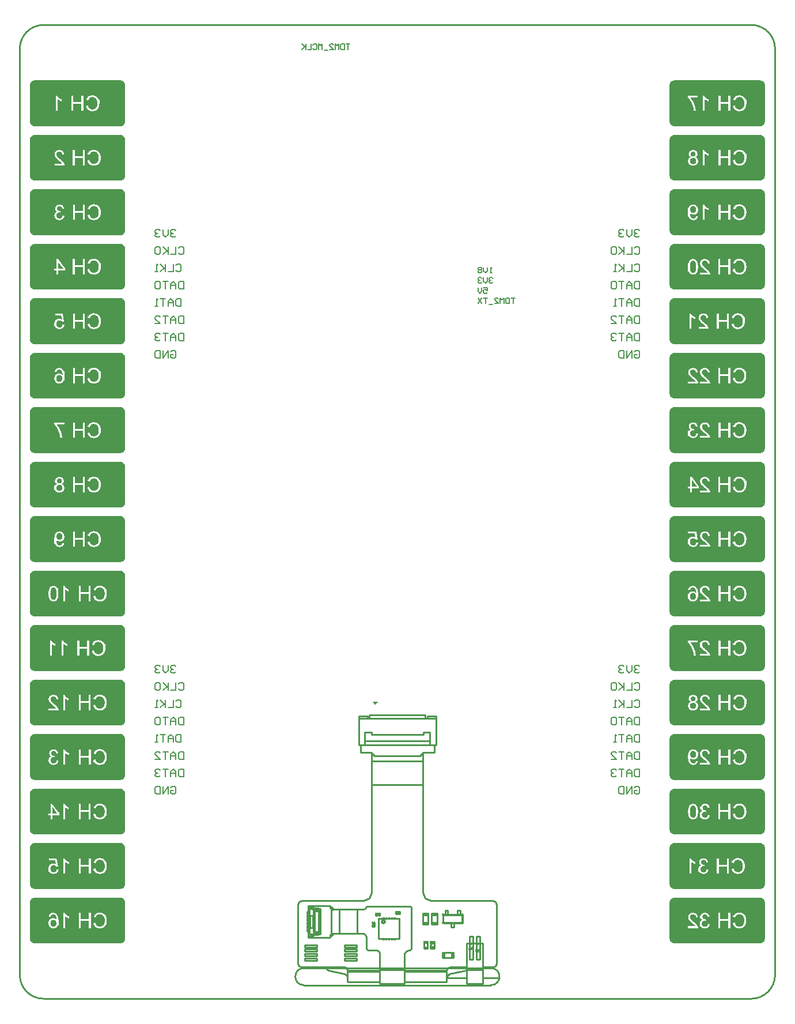
<source format=gbo>
G04*
G04 #@! TF.GenerationSoftware,Altium Limited,Altium Designer,22.2.1 (43)*
G04*
G04 Layer_Color=32896*
%FSLAX44Y44*%
%MOMM*%
G71*
G04*
G04 #@! TF.SameCoordinates,1638434B-95A0-431D-8215-D8E3F3AE7B07*
G04*
G04*
G04 #@! TF.FilePolarity,Positive*
G04*
G01*
G75*
%ADD10C,0.2540*%
%ADD12C,0.2032*%
%ADD18C,0.1524*%
%ADD122C,0.2540*%
G36*
X534688Y633462D02*
X536053Y632896D01*
X537281Y632076D01*
X538326Y631031D01*
X539146Y629803D01*
X539712Y628438D01*
X540000Y626989D01*
Y626250D01*
Y573750D01*
X540000D01*
X540000Y573011D01*
X539712Y571562D01*
X539146Y570197D01*
X538326Y568969D01*
X537281Y567924D01*
X536053Y567104D01*
X534688Y566538D01*
X533239Y566250D01*
X532500Y566250D01*
X528750D01*
X411250D01*
D01*
X407500D01*
X406761Y566250D01*
X405312Y566538D01*
X403947Y567104D01*
X402719Y567924D01*
X401674Y568969D01*
X400854Y570197D01*
X400288Y571562D01*
X400000Y573011D01*
X400000Y573750D01*
X400000D01*
Y626250D01*
Y626989D01*
X400288Y628438D01*
X400854Y629803D01*
X401674Y631031D01*
X402719Y632076D01*
X403947Y632896D01*
X405312Y633462D01*
X406761Y633750D01*
X415000D01*
Y633750D01*
X525000D01*
Y633750D01*
X533239D01*
X534688Y633462D01*
D02*
G37*
G36*
X-405312D02*
X-403947Y632896D01*
X-402719Y632076D01*
X-401674Y631031D01*
X-400854Y629803D01*
X-400288Y628438D01*
X-400000Y626989D01*
Y626250D01*
Y573750D01*
X-400000D01*
X-400000Y573011D01*
X-400288Y571562D01*
X-400854Y570197D01*
X-401674Y568969D01*
X-402719Y567924D01*
X-403947Y567104D01*
X-405312Y566538D01*
X-406761Y566250D01*
X-407500Y566250D01*
X-532500D01*
X-533239Y566250D01*
X-534688Y566538D01*
X-536053Y567104D01*
X-537281Y567924D01*
X-538326Y568969D01*
X-539146Y570197D01*
X-539712Y571562D01*
X-540000Y573011D01*
X-540000Y573750D01*
X-540000D01*
Y626250D01*
Y626989D01*
X-539712Y628438D01*
X-539146Y629803D01*
X-538326Y631031D01*
X-537281Y632076D01*
X-536053Y632896D01*
X-534688Y633462D01*
X-533239Y633750D01*
X-525000D01*
Y633750D01*
X-415000D01*
Y633750D01*
X-406761D01*
X-405312Y633462D01*
D02*
G37*
G36*
X534688Y553462D02*
X536053Y552896D01*
X537281Y552076D01*
X538326Y551031D01*
X539146Y549803D01*
X539712Y548438D01*
X540000Y546989D01*
Y546250D01*
Y493750D01*
X540000D01*
X540000Y493011D01*
X539712Y491562D01*
X539146Y490197D01*
X538326Y488969D01*
X537281Y487924D01*
X536053Y487104D01*
X534688Y486538D01*
X533239Y486250D01*
X532500Y486250D01*
X407500D01*
X406761Y486250D01*
X405312Y486538D01*
X403947Y487104D01*
X402719Y487924D01*
X401674Y488969D01*
X400854Y490197D01*
X400288Y491562D01*
X400000Y493011D01*
X400000Y493750D01*
X400000D01*
Y546250D01*
Y546989D01*
X400288Y548438D01*
X400854Y549803D01*
X401674Y551031D01*
X402719Y552076D01*
X403947Y552896D01*
X405312Y553462D01*
X406761Y553750D01*
X415000D01*
Y553750D01*
X525000D01*
Y553750D01*
X533239D01*
X534688Y553462D01*
D02*
G37*
G36*
X-405312D02*
X-403947Y552896D01*
X-402719Y552076D01*
X-401674Y551031D01*
X-400854Y549803D01*
X-400288Y548438D01*
X-400000Y546989D01*
Y546250D01*
Y493750D01*
X-400000D01*
X-400000Y493011D01*
X-400288Y491562D01*
X-400854Y490197D01*
X-401674Y488969D01*
X-402719Y487924D01*
X-403947Y487104D01*
X-405312Y486538D01*
X-406761Y486250D01*
X-407500Y486250D01*
X-532500D01*
X-533239Y486250D01*
X-534688Y486538D01*
X-536053Y487104D01*
X-537281Y487924D01*
X-538326Y488969D01*
X-539146Y490197D01*
X-539712Y491562D01*
X-540000Y493011D01*
X-540000Y493750D01*
X-540000D01*
Y546250D01*
Y546989D01*
X-539712Y548438D01*
X-539146Y549803D01*
X-538326Y551031D01*
X-537281Y552076D01*
X-536053Y552896D01*
X-534688Y553462D01*
X-533239Y553750D01*
X-525000D01*
Y553750D01*
X-415000D01*
Y553750D01*
X-406761D01*
X-405312Y553462D01*
D02*
G37*
G36*
X534688Y473462D02*
X536053Y472896D01*
X537281Y472076D01*
X538326Y471031D01*
X539146Y469803D01*
X539712Y468438D01*
X540000Y466989D01*
Y466250D01*
Y413750D01*
X540000D01*
X540000Y413011D01*
X539712Y411562D01*
X539146Y410197D01*
X538326Y408969D01*
X537281Y407924D01*
X536053Y407104D01*
X534688Y406538D01*
X533239Y406250D01*
X532500Y406250D01*
X407500D01*
X406761Y406250D01*
X405312Y406538D01*
X403947Y407104D01*
X402719Y407924D01*
X401674Y408969D01*
X400854Y410197D01*
X400288Y411562D01*
X400000Y413011D01*
X400000Y413750D01*
X400000D01*
Y466250D01*
Y466989D01*
X400288Y468438D01*
X400854Y469803D01*
X401674Y471031D01*
X402719Y472076D01*
X403947Y472896D01*
X405312Y473462D01*
X406761Y473750D01*
X415000D01*
Y473750D01*
X525000D01*
Y473750D01*
X533239D01*
X534688Y473462D01*
D02*
G37*
G36*
X-405312D02*
X-403947Y472896D01*
X-402719Y472076D01*
X-401674Y471031D01*
X-400854Y469803D01*
X-400288Y468438D01*
X-400000Y466989D01*
Y466250D01*
Y413750D01*
X-400000D01*
X-400000Y413011D01*
X-400288Y411562D01*
X-400854Y410197D01*
X-401674Y408969D01*
X-402719Y407924D01*
X-403947Y407104D01*
X-405312Y406538D01*
X-406761Y406250D01*
X-407500Y406250D01*
X-532500D01*
X-533239Y406250D01*
X-534688Y406538D01*
X-536053Y407104D01*
X-537281Y407924D01*
X-538326Y408969D01*
X-539146Y410197D01*
X-539712Y411562D01*
X-540000Y413011D01*
X-540000Y413750D01*
X-540000D01*
Y466250D01*
Y466989D01*
X-539712Y468438D01*
X-539146Y469803D01*
X-538326Y471031D01*
X-537281Y472076D01*
X-536053Y472896D01*
X-534688Y473462D01*
X-533239Y473750D01*
X-525000D01*
Y473750D01*
X-415000D01*
Y473750D01*
X-406761D01*
X-405312Y473462D01*
D02*
G37*
G36*
X534688Y393462D02*
X536053Y392896D01*
X537281Y392076D01*
X538326Y391031D01*
X539146Y389803D01*
X539712Y388438D01*
X540000Y386989D01*
Y386250D01*
Y333750D01*
X540000D01*
X540000Y333011D01*
X539712Y331562D01*
X539146Y330197D01*
X538326Y328969D01*
X537281Y327924D01*
X536053Y327104D01*
X534688Y326538D01*
X533239Y326250D01*
X532500Y326250D01*
X407500D01*
X406761Y326250D01*
X405312Y326538D01*
X403947Y327104D01*
X402719Y327924D01*
X401674Y328969D01*
X400854Y330197D01*
X400288Y331562D01*
X400000Y333011D01*
X400000Y333750D01*
X400000D01*
Y386250D01*
Y386989D01*
X400288Y388438D01*
X400854Y389803D01*
X401674Y391031D01*
X402719Y392076D01*
X403947Y392896D01*
X405312Y393462D01*
X406761Y393750D01*
X415000D01*
Y393750D01*
X525000D01*
Y393750D01*
X533239D01*
X534688Y393462D01*
D02*
G37*
G36*
X-405312D02*
X-403947Y392896D01*
X-402719Y392076D01*
X-401674Y391031D01*
X-400854Y389803D01*
X-400288Y388438D01*
X-400000Y386989D01*
Y386250D01*
Y333750D01*
X-400000D01*
X-400000Y333011D01*
X-400288Y331562D01*
X-400854Y330197D01*
X-401674Y328969D01*
X-402719Y327924D01*
X-403947Y327104D01*
X-405312Y326538D01*
X-406761Y326250D01*
X-407500Y326250D01*
X-532500D01*
X-533239Y326250D01*
X-534688Y326538D01*
X-536053Y327104D01*
X-537281Y327924D01*
X-538326Y328969D01*
X-539146Y330197D01*
X-539712Y331562D01*
X-540000Y333011D01*
X-540000Y333750D01*
X-540000D01*
Y386250D01*
Y386989D01*
X-539712Y388438D01*
X-539146Y389803D01*
X-538326Y391031D01*
X-537281Y392076D01*
X-536053Y392896D01*
X-534688Y393462D01*
X-533239Y393750D01*
X-525000D01*
Y393750D01*
X-415000D01*
Y393750D01*
X-406761D01*
X-405312Y393462D01*
D02*
G37*
G36*
X534688Y313462D02*
X536053Y312896D01*
X537281Y312076D01*
X538326Y311031D01*
X539146Y309803D01*
X539712Y308438D01*
X540000Y306989D01*
Y306250D01*
Y253750D01*
X540000D01*
X540000Y253011D01*
X539712Y251562D01*
X539146Y250197D01*
X538326Y248969D01*
X537281Y247924D01*
X536053Y247104D01*
X534688Y246538D01*
X533239Y246250D01*
X532500Y246250D01*
X407500D01*
X406761Y246250D01*
X405312Y246538D01*
X403947Y247104D01*
X402719Y247924D01*
X401674Y248969D01*
X400854Y250197D01*
X400288Y251562D01*
X400000Y253011D01*
X400000Y253750D01*
X400000D01*
Y306250D01*
Y306989D01*
X400288Y308438D01*
X400854Y309803D01*
X401674Y311031D01*
X402719Y312076D01*
X403947Y312896D01*
X405312Y313462D01*
X406761Y313750D01*
X415000D01*
Y313750D01*
X525000D01*
Y313750D01*
X533239D01*
X534688Y313462D01*
D02*
G37*
G36*
X-405312D02*
X-403947Y312896D01*
X-402719Y312076D01*
X-401674Y311031D01*
X-400854Y309803D01*
X-400288Y308438D01*
X-400000Y306989D01*
Y306250D01*
Y253750D01*
X-400000D01*
X-400000Y253011D01*
X-400288Y251562D01*
X-400854Y250197D01*
X-401674Y248969D01*
X-402719Y247924D01*
X-403947Y247104D01*
X-405312Y246538D01*
X-406761Y246250D01*
X-407500Y246250D01*
X-532500D01*
X-533239Y246250D01*
X-534688Y246538D01*
X-536053Y247104D01*
X-537281Y247924D01*
X-538326Y248969D01*
X-539146Y250197D01*
X-539712Y251562D01*
X-540000Y253011D01*
X-540000Y253750D01*
X-540000D01*
Y306250D01*
Y306989D01*
X-539712Y308438D01*
X-539146Y309803D01*
X-538326Y311031D01*
X-537281Y312076D01*
X-536053Y312896D01*
X-534688Y313462D01*
X-533239Y313750D01*
X-525000D01*
Y313750D01*
X-415000D01*
Y313750D01*
X-406761D01*
X-405312Y313462D01*
D02*
G37*
G36*
X534688Y233462D02*
X536053Y232896D01*
X537281Y232076D01*
X538326Y231031D01*
X539146Y229803D01*
X539712Y228438D01*
X540000Y226989D01*
Y226250D01*
Y173750D01*
X540000D01*
X540000Y173011D01*
X539712Y171562D01*
X539146Y170197D01*
X538326Y168969D01*
X537281Y167924D01*
X536053Y167104D01*
X534688Y166538D01*
X533239Y166250D01*
X532500Y166250D01*
X407500D01*
X406761Y166250D01*
X405312Y166538D01*
X403947Y167104D01*
X402719Y167924D01*
X401674Y168969D01*
X400854Y170197D01*
X400288Y171562D01*
X400000Y173011D01*
X400000Y173750D01*
X400000D01*
Y226250D01*
Y226989D01*
X400288Y228438D01*
X400854Y229803D01*
X401674Y231031D01*
X402719Y232076D01*
X403947Y232896D01*
X405312Y233462D01*
X406761Y233750D01*
X415000D01*
Y233750D01*
X525000D01*
Y233750D01*
X533239D01*
X534688Y233462D01*
D02*
G37*
G36*
X-405312D02*
X-403947Y232896D01*
X-402719Y232076D01*
X-401674Y231031D01*
X-400854Y229803D01*
X-400288Y228438D01*
X-400000Y226989D01*
Y226250D01*
Y173750D01*
X-400000D01*
X-400000Y173011D01*
X-400288Y171562D01*
X-400854Y170197D01*
X-401674Y168969D01*
X-402719Y167924D01*
X-403947Y167104D01*
X-405312Y166538D01*
X-406761Y166250D01*
X-407500Y166250D01*
X-532500D01*
X-533239Y166250D01*
X-534688Y166538D01*
X-536053Y167104D01*
X-537281Y167924D01*
X-538326Y168969D01*
X-539146Y170197D01*
X-539712Y171562D01*
X-540000Y173011D01*
X-540000Y173750D01*
X-540000D01*
Y226250D01*
Y226989D01*
X-539712Y228438D01*
X-539146Y229803D01*
X-538326Y231031D01*
X-537281Y232076D01*
X-536053Y232896D01*
X-534688Y233462D01*
X-533239Y233750D01*
X-525000D01*
Y233750D01*
X-415000D01*
Y233750D01*
X-406761D01*
X-405312Y233462D01*
D02*
G37*
G36*
X534688Y153462D02*
X536053Y152896D01*
X537281Y152076D01*
X538326Y151031D01*
X539146Y149803D01*
X539712Y148438D01*
X540000Y146989D01*
Y146250D01*
Y93750D01*
X540000D01*
X540000Y93011D01*
X539712Y91562D01*
X539146Y90197D01*
X538326Y88969D01*
X537281Y87924D01*
X536053Y87104D01*
X534688Y86538D01*
X533239Y86250D01*
X532500Y86250D01*
X407500D01*
X406761Y86250D01*
X405312Y86538D01*
X403947Y87104D01*
X402719Y87924D01*
X401674Y88969D01*
X400854Y90197D01*
X400288Y91562D01*
X400000Y93011D01*
X400000Y93750D01*
X400000D01*
Y146250D01*
Y146989D01*
X400288Y148438D01*
X400854Y149803D01*
X401674Y151031D01*
X402719Y152076D01*
X403947Y152896D01*
X405312Y153462D01*
X406761Y153750D01*
X415000D01*
Y153750D01*
X525000D01*
Y153750D01*
X533239D01*
X534688Y153462D01*
D02*
G37*
G36*
X-405312D02*
X-403947Y152896D01*
X-402719Y152076D01*
X-401674Y151031D01*
X-400854Y149803D01*
X-400288Y148438D01*
X-400000Y146989D01*
Y146250D01*
Y93750D01*
X-400000D01*
X-400000Y93011D01*
X-400288Y91562D01*
X-400854Y90197D01*
X-401674Y88969D01*
X-402719Y87924D01*
X-403947Y87104D01*
X-405312Y86538D01*
X-406761Y86250D01*
X-407500Y86250D01*
X-532500D01*
X-533239Y86250D01*
X-534688Y86538D01*
X-536053Y87104D01*
X-537281Y87924D01*
X-538326Y88969D01*
X-539146Y90197D01*
X-539712Y91562D01*
X-540000Y93011D01*
X-540000Y93750D01*
X-540000D01*
Y146250D01*
Y146989D01*
X-539712Y148438D01*
X-539146Y149803D01*
X-538326Y151031D01*
X-537281Y152076D01*
X-536053Y152896D01*
X-534688Y153462D01*
X-533239Y153750D01*
X-525000D01*
Y153750D01*
X-415000D01*
Y153750D01*
X-406761D01*
X-405312Y153462D01*
D02*
G37*
G36*
X534688Y73462D02*
X536053Y72896D01*
X537281Y72076D01*
X538326Y71031D01*
X539146Y69803D01*
X539712Y68438D01*
X540000Y66989D01*
Y66250D01*
Y13750D01*
X540000D01*
X540000Y13011D01*
X539712Y11562D01*
X539146Y10197D01*
X538326Y8969D01*
X537281Y7924D01*
X536053Y7104D01*
X534688Y6538D01*
X533239Y6250D01*
X532500Y6250D01*
X407500D01*
X406761Y6250D01*
X405312Y6538D01*
X403947Y7104D01*
X402719Y7924D01*
X401674Y8969D01*
X400854Y10197D01*
X400288Y11562D01*
X400000Y13011D01*
X400000Y13750D01*
X400000D01*
Y66250D01*
Y66989D01*
X400288Y68438D01*
X400854Y69803D01*
X401674Y71031D01*
X402719Y72076D01*
X403947Y72896D01*
X405312Y73462D01*
X406761Y73750D01*
X415000D01*
Y73750D01*
X525000D01*
Y73750D01*
X533239D01*
X534688Y73462D01*
D02*
G37*
G36*
X-405312D02*
X-403947Y72896D01*
X-402719Y72076D01*
X-401674Y71031D01*
X-400854Y69803D01*
X-400288Y68438D01*
X-400000Y66989D01*
Y66250D01*
Y13750D01*
X-400000D01*
X-400000Y13011D01*
X-400288Y11562D01*
X-400854Y10197D01*
X-401674Y8969D01*
X-402719Y7924D01*
X-403947Y7104D01*
X-405312Y6538D01*
X-406761Y6250D01*
X-407500Y6250D01*
X-532500D01*
X-533239Y6250D01*
X-534688Y6538D01*
X-536053Y7104D01*
X-537281Y7924D01*
X-538326Y8969D01*
X-539146Y10197D01*
X-539712Y11562D01*
X-540000Y13011D01*
X-540000Y13750D01*
X-540000D01*
Y66250D01*
Y66989D01*
X-539712Y68438D01*
X-539146Y69803D01*
X-538326Y71031D01*
X-537281Y72076D01*
X-536053Y72896D01*
X-534688Y73462D01*
X-533239Y73750D01*
X-525000D01*
Y73750D01*
X-415000D01*
Y73750D01*
X-406761D01*
X-405312Y73462D01*
D02*
G37*
G36*
X534688Y-6538D02*
X536053Y-7103D01*
X537281Y-7924D01*
X538326Y-8969D01*
X539146Y-10197D01*
X539712Y-11562D01*
X540000Y-13011D01*
Y-13750D01*
Y-66250D01*
X540000D01*
X540000Y-66989D01*
X539712Y-68438D01*
X539146Y-69803D01*
X538326Y-71031D01*
X537281Y-72076D01*
X536053Y-72896D01*
X534688Y-73462D01*
X533239Y-73750D01*
X532500Y-73750D01*
X407500D01*
X406761Y-73750D01*
X405312Y-73462D01*
X403947Y-72896D01*
X402719Y-72076D01*
X401674Y-71031D01*
X400854Y-69803D01*
X400288Y-68438D01*
X400000Y-66989D01*
X400000Y-66250D01*
X400000D01*
Y-13750D01*
Y-13011D01*
X400288Y-11562D01*
X400854Y-10197D01*
X401674Y-8969D01*
X402719Y-7924D01*
X403947Y-7103D01*
X405312Y-6538D01*
X406761Y-6250D01*
X415000D01*
Y-6250D01*
X525000D01*
Y-6250D01*
X533239D01*
X534688Y-6538D01*
D02*
G37*
G36*
X-405312D02*
X-403947Y-7103D01*
X-402719Y-7924D01*
X-401674Y-8969D01*
X-400854Y-10197D01*
X-400288Y-11562D01*
X-400000Y-13011D01*
Y-13750D01*
Y-66250D01*
X-400000D01*
X-400000Y-66989D01*
X-400288Y-68438D01*
X-400854Y-69803D01*
X-401674Y-71031D01*
X-402719Y-72076D01*
X-403947Y-72896D01*
X-405312Y-73462D01*
X-406761Y-73750D01*
X-407500Y-73750D01*
X-532500D01*
X-533239Y-73750D01*
X-534688Y-73462D01*
X-536053Y-72896D01*
X-537281Y-72076D01*
X-538326Y-71031D01*
X-539146Y-69803D01*
X-539712Y-68438D01*
X-540000Y-66989D01*
X-540000Y-66250D01*
X-540000D01*
Y-13750D01*
Y-13011D01*
X-539712Y-11562D01*
X-539146Y-10197D01*
X-538326Y-8969D01*
X-537281Y-7924D01*
X-536053Y-7103D01*
X-534688Y-6538D01*
X-533239Y-6250D01*
X-525000D01*
Y-6250D01*
X-415000D01*
Y-6250D01*
X-406761D01*
X-405312Y-6538D01*
D02*
G37*
G36*
X534688Y-86538D02*
X536053Y-87104D01*
X537281Y-87924D01*
X538326Y-88969D01*
X539146Y-90197D01*
X539712Y-91562D01*
X540000Y-93011D01*
Y-93750D01*
Y-146250D01*
X540000D01*
X540000Y-146989D01*
X539712Y-148438D01*
X539146Y-149803D01*
X538326Y-151031D01*
X537281Y-152076D01*
X536053Y-152896D01*
X534688Y-153462D01*
X533239Y-153750D01*
X532500Y-153750D01*
X525000D01*
D01*
X415000D01*
D01*
X407500D01*
X406761Y-153750D01*
X405312Y-153462D01*
X403947Y-152896D01*
X402719Y-152076D01*
X401674Y-151031D01*
X400854Y-149803D01*
X400288Y-148438D01*
X400000Y-146989D01*
X400000Y-146250D01*
X400000D01*
Y-93750D01*
Y-93011D01*
X400288Y-91562D01*
X400854Y-90197D01*
X401674Y-88969D01*
X402719Y-87924D01*
X403947Y-87104D01*
X405312Y-86538D01*
X406761Y-86250D01*
X415000D01*
Y-86250D01*
X525000D01*
Y-86250D01*
X533239D01*
X534688Y-86538D01*
D02*
G37*
G36*
X-405312D02*
X-403947Y-87104D01*
X-402719Y-87924D01*
X-401674Y-88969D01*
X-400854Y-90197D01*
X-400288Y-91562D01*
X-400000Y-93011D01*
Y-93750D01*
Y-146250D01*
X-400000D01*
X-400000Y-146989D01*
X-400288Y-148438D01*
X-400854Y-149803D01*
X-401674Y-151031D01*
X-402719Y-152076D01*
X-403947Y-152896D01*
X-405312Y-153462D01*
X-406761Y-153750D01*
X-407500Y-153750D01*
X-415000D01*
D01*
X-525000D01*
D01*
X-532500D01*
X-533239Y-153750D01*
X-534688Y-153462D01*
X-536053Y-152896D01*
X-537281Y-152076D01*
X-538326Y-151031D01*
X-539146Y-149803D01*
X-539712Y-148438D01*
X-540000Y-146989D01*
X-540000Y-146250D01*
X-540000D01*
Y-93750D01*
Y-93011D01*
X-539712Y-91562D01*
X-539146Y-90197D01*
X-538326Y-88969D01*
X-537281Y-87924D01*
X-536053Y-87104D01*
X-534688Y-86538D01*
X-533239Y-86250D01*
X-525000D01*
Y-86250D01*
X-415000D01*
Y-86250D01*
X-406761D01*
X-405312Y-86538D01*
D02*
G37*
G36*
X534688Y-166538D02*
X536053Y-167104D01*
X537281Y-167924D01*
X538326Y-168969D01*
X539146Y-170197D01*
X539712Y-171562D01*
X540000Y-173011D01*
Y-173750D01*
Y-226250D01*
X540000D01*
X540000Y-226989D01*
X539712Y-228438D01*
X539146Y-229803D01*
X538326Y-231031D01*
X537281Y-232076D01*
X536053Y-232896D01*
X534688Y-233462D01*
X533239Y-233750D01*
X532500Y-233750D01*
X407500D01*
X406761Y-233750D01*
X405312Y-233462D01*
X403947Y-232896D01*
X402719Y-232076D01*
X401674Y-231031D01*
X400854Y-229803D01*
X400288Y-228438D01*
X400000Y-226989D01*
X400000Y-226250D01*
X400000D01*
Y-173750D01*
Y-173011D01*
X400288Y-171562D01*
X400854Y-170197D01*
X401674Y-168969D01*
X402719Y-167924D01*
X403947Y-167104D01*
X405312Y-166538D01*
X406761Y-166250D01*
X415000D01*
Y-166250D01*
X525000D01*
Y-166250D01*
X533239D01*
X534688Y-166538D01*
D02*
G37*
G36*
X-405312D02*
X-403947Y-167104D01*
X-402719Y-167924D01*
X-401674Y-168969D01*
X-400854Y-170197D01*
X-400288Y-171562D01*
X-400000Y-173011D01*
Y-173750D01*
Y-226250D01*
X-400000D01*
X-400000Y-226989D01*
X-400288Y-228438D01*
X-400854Y-229803D01*
X-401674Y-231031D01*
X-402719Y-232076D01*
X-403947Y-232896D01*
X-405312Y-233462D01*
X-406761Y-233750D01*
X-407500Y-233750D01*
X-532500D01*
X-533239Y-233750D01*
X-534688Y-233462D01*
X-536053Y-232896D01*
X-537281Y-232076D01*
X-538326Y-231031D01*
X-539146Y-229803D01*
X-539712Y-228438D01*
X-540000Y-226989D01*
X-540000Y-226250D01*
X-540000D01*
Y-173750D01*
Y-173011D01*
X-539712Y-171562D01*
X-539146Y-170197D01*
X-538326Y-168969D01*
X-537281Y-167924D01*
X-536053Y-167104D01*
X-534688Y-166538D01*
X-533239Y-166250D01*
X-525000D01*
Y-166250D01*
X-415000D01*
Y-166250D01*
X-406761D01*
X-405312Y-166538D01*
D02*
G37*
G36*
X534688Y-246538D02*
X536053Y-247104D01*
X537281Y-247924D01*
X538326Y-248969D01*
X539146Y-250197D01*
X539712Y-251562D01*
X540000Y-253011D01*
Y-253750D01*
Y-306250D01*
X540000D01*
X540000Y-306989D01*
X539712Y-308438D01*
X539146Y-309803D01*
X538326Y-311031D01*
X537281Y-312076D01*
X536053Y-312896D01*
X534688Y-313462D01*
X533239Y-313750D01*
X532500Y-313750D01*
X407500D01*
X406761Y-313750D01*
X405312Y-313462D01*
X403947Y-312896D01*
X402719Y-312076D01*
X401674Y-311031D01*
X400854Y-309803D01*
X400288Y-308438D01*
X400000Y-306989D01*
X400000Y-306250D01*
X400000D01*
Y-253750D01*
Y-253011D01*
X400288Y-251562D01*
X400854Y-250197D01*
X401674Y-248969D01*
X402719Y-247924D01*
X403947Y-247104D01*
X405312Y-246538D01*
X406761Y-246250D01*
X415000D01*
Y-246250D01*
X525000D01*
Y-246250D01*
X533239D01*
X534688Y-246538D01*
D02*
G37*
G36*
X-405312D02*
X-403947Y-247104D01*
X-402719Y-247924D01*
X-401674Y-248969D01*
X-400854Y-250197D01*
X-400288Y-251562D01*
X-400000Y-253011D01*
Y-253750D01*
Y-306250D01*
X-400000D01*
X-400000Y-306989D01*
X-400288Y-308438D01*
X-400854Y-309803D01*
X-401674Y-311031D01*
X-402719Y-312076D01*
X-403947Y-312896D01*
X-405312Y-313462D01*
X-406761Y-313750D01*
X-407500Y-313750D01*
X-532500D01*
X-533239Y-313750D01*
X-534688Y-313462D01*
X-536053Y-312896D01*
X-537281Y-312076D01*
X-538326Y-311031D01*
X-539146Y-309803D01*
X-539712Y-308438D01*
X-540000Y-306989D01*
X-540000Y-306250D01*
X-540000D01*
Y-253750D01*
Y-253011D01*
X-539712Y-251562D01*
X-539146Y-250197D01*
X-538326Y-248969D01*
X-537281Y-247924D01*
X-536053Y-247104D01*
X-534688Y-246538D01*
X-533239Y-246250D01*
X-525000D01*
Y-246250D01*
X-415000D01*
Y-246250D01*
X-406761D01*
X-405312Y-246538D01*
D02*
G37*
G36*
X-32500Y-283500D02*
X-36500Y-278500D01*
X-28500D01*
X-32500Y-283500D01*
D02*
G37*
G36*
X534688Y-326538D02*
X536053Y-327104D01*
X537281Y-327924D01*
X538326Y-328969D01*
X539146Y-330197D01*
X539712Y-331562D01*
X540000Y-333011D01*
Y-333750D01*
Y-386250D01*
X540000D01*
X540000Y-386989D01*
X539712Y-388438D01*
X539146Y-389803D01*
X538326Y-391031D01*
X537281Y-392076D01*
X536053Y-392896D01*
X534688Y-393462D01*
X533239Y-393750D01*
X532500Y-393750D01*
X407500D01*
X406761Y-393750D01*
X405312Y-393462D01*
X403947Y-392896D01*
X402719Y-392076D01*
X401674Y-391031D01*
X400854Y-389803D01*
X400288Y-388438D01*
X400000Y-386989D01*
X400000Y-386250D01*
X400000D01*
Y-333750D01*
Y-333011D01*
X400288Y-331562D01*
X400854Y-330197D01*
X401674Y-328969D01*
X402719Y-327924D01*
X403947Y-327104D01*
X405312Y-326538D01*
X406761Y-326250D01*
X415000D01*
Y-326250D01*
X525000D01*
Y-326250D01*
X533239D01*
X534688Y-326538D01*
D02*
G37*
G36*
X-405312D02*
X-403947Y-327104D01*
X-402719Y-327924D01*
X-401674Y-328969D01*
X-400854Y-330197D01*
X-400288Y-331562D01*
X-400000Y-333011D01*
Y-333750D01*
Y-386250D01*
X-400000D01*
X-400000Y-386989D01*
X-400288Y-388438D01*
X-400854Y-389803D01*
X-401674Y-391031D01*
X-402719Y-392076D01*
X-403947Y-392896D01*
X-405312Y-393462D01*
X-406761Y-393750D01*
X-407500Y-393750D01*
X-532500D01*
X-533239Y-393750D01*
X-534688Y-393462D01*
X-536053Y-392896D01*
X-537281Y-392076D01*
X-538326Y-391031D01*
X-539146Y-389803D01*
X-539712Y-388438D01*
X-540000Y-386989D01*
X-540000Y-386250D01*
X-540000D01*
Y-333750D01*
Y-333011D01*
X-539712Y-331562D01*
X-539146Y-330197D01*
X-538326Y-328969D01*
X-537281Y-327924D01*
X-536053Y-327104D01*
X-534688Y-326538D01*
X-533239Y-326250D01*
X-525000D01*
Y-326250D01*
X-415000D01*
Y-326250D01*
X-406761D01*
X-405312Y-326538D01*
D02*
G37*
G36*
X534688Y-406538D02*
X536053Y-407104D01*
X537281Y-407924D01*
X538326Y-408969D01*
X539146Y-410197D01*
X539712Y-411562D01*
X540000Y-413011D01*
Y-413750D01*
Y-466250D01*
X540000D01*
X540000Y-466989D01*
X539712Y-468438D01*
X539146Y-469803D01*
X538326Y-471031D01*
X537281Y-472076D01*
X536053Y-472896D01*
X534688Y-473462D01*
X533239Y-473750D01*
X532500Y-473750D01*
X407500D01*
X406761Y-473750D01*
X405312Y-473462D01*
X403947Y-472896D01*
X402719Y-472076D01*
X401674Y-471031D01*
X400854Y-469803D01*
X400288Y-468438D01*
X400000Y-466989D01*
X400000Y-466250D01*
X400000D01*
Y-413750D01*
Y-413011D01*
X400288Y-411562D01*
X400854Y-410197D01*
X401674Y-408969D01*
X402719Y-407924D01*
X403947Y-407104D01*
X405312Y-406538D01*
X406761Y-406250D01*
X415000D01*
Y-406250D01*
X525000D01*
Y-406250D01*
X533239D01*
X534688Y-406538D01*
D02*
G37*
G36*
X-405312D02*
X-403947Y-407104D01*
X-402719Y-407924D01*
X-401674Y-408969D01*
X-400854Y-410197D01*
X-400288Y-411562D01*
X-400000Y-413011D01*
Y-413750D01*
Y-466250D01*
X-400000D01*
X-400000Y-466989D01*
X-400288Y-468438D01*
X-400854Y-469803D01*
X-401674Y-471031D01*
X-402719Y-472076D01*
X-403947Y-472896D01*
X-405312Y-473462D01*
X-406761Y-473750D01*
X-407500Y-473750D01*
X-532500D01*
X-533239Y-473750D01*
X-534688Y-473462D01*
X-536053Y-472896D01*
X-537281Y-472076D01*
X-538326Y-471031D01*
X-539146Y-469803D01*
X-539712Y-468438D01*
X-540000Y-466989D01*
X-540000Y-466250D01*
X-540000D01*
Y-413750D01*
Y-413011D01*
X-539712Y-411562D01*
X-539146Y-410197D01*
X-538326Y-408969D01*
X-537281Y-407924D01*
X-536053Y-407104D01*
X-534688Y-406538D01*
X-533239Y-406250D01*
X-525000D01*
Y-406250D01*
X-415000D01*
Y-406250D01*
X-406761D01*
X-405312Y-406538D01*
D02*
G37*
G36*
X534688Y-486538D02*
X536053Y-487104D01*
X537281Y-487924D01*
X538326Y-488969D01*
X539146Y-490197D01*
X539712Y-491562D01*
X540000Y-493011D01*
Y-493750D01*
Y-546250D01*
X540000D01*
X540000Y-546989D01*
X539712Y-548438D01*
X539146Y-549803D01*
X538326Y-551031D01*
X537281Y-552076D01*
X536053Y-552896D01*
X534688Y-553462D01*
X533239Y-553750D01*
X532500Y-553750D01*
X525000D01*
D01*
X415000D01*
D01*
X407500D01*
X406761Y-553750D01*
X405312Y-553462D01*
X403947Y-552896D01*
X402719Y-552076D01*
X401674Y-551031D01*
X400854Y-549803D01*
X400288Y-548438D01*
X400000Y-546989D01*
X400000Y-546250D01*
X400000D01*
Y-493750D01*
Y-493011D01*
X400288Y-491562D01*
X400854Y-490197D01*
X401674Y-488969D01*
X402719Y-487924D01*
X403947Y-487104D01*
X405312Y-486538D01*
X406761Y-486250D01*
X415000D01*
Y-486250D01*
X525000D01*
Y-486250D01*
X533239D01*
X534688Y-486538D01*
D02*
G37*
G36*
X-405312D02*
X-403947Y-487104D01*
X-402719Y-487924D01*
X-401674Y-488969D01*
X-400854Y-490197D01*
X-400288Y-491562D01*
X-400000Y-493011D01*
Y-493750D01*
Y-546250D01*
X-400000D01*
X-400000Y-546989D01*
X-400288Y-548438D01*
X-400854Y-549803D01*
X-401674Y-551031D01*
X-402719Y-552076D01*
X-403947Y-552896D01*
X-405312Y-553462D01*
X-406761Y-553750D01*
X-407500Y-553750D01*
X-415000D01*
D01*
X-525000D01*
D01*
X-532500D01*
X-533239Y-553750D01*
X-534688Y-553462D01*
X-536053Y-552896D01*
X-537281Y-552076D01*
X-538326Y-551031D01*
X-539146Y-549803D01*
X-539712Y-548438D01*
X-540000Y-546989D01*
X-540000Y-546250D01*
X-540000D01*
Y-493750D01*
Y-493011D01*
X-539712Y-491562D01*
X-539146Y-490197D01*
X-538326Y-488969D01*
X-537281Y-487924D01*
X-536053Y-487104D01*
X-534688Y-486538D01*
X-533239Y-486250D01*
X-525000D01*
Y-486250D01*
X-415000D01*
Y-486250D01*
X-406761D01*
X-405312Y-486538D01*
D02*
G37*
G36*
X534688Y-566538D02*
X536053Y-567104D01*
X537281Y-567924D01*
X538326Y-568969D01*
X539146Y-570197D01*
X539712Y-571562D01*
X540000Y-573011D01*
Y-573750D01*
Y-626250D01*
X540000D01*
X540000Y-626989D01*
X539712Y-628438D01*
X539146Y-629803D01*
X538326Y-631031D01*
X537281Y-632076D01*
X536053Y-632896D01*
X534688Y-633462D01*
X533239Y-633750D01*
X532500Y-633750D01*
X525000D01*
D01*
X415000D01*
D01*
X407500D01*
X406761Y-633750D01*
X405312Y-633462D01*
X403947Y-632896D01*
X402719Y-632076D01*
X401674Y-631031D01*
X400854Y-629803D01*
X400288Y-628438D01*
X400000Y-626989D01*
X400000Y-626250D01*
X400000D01*
Y-573750D01*
Y-573011D01*
X400288Y-571562D01*
X400854Y-570197D01*
X401674Y-568969D01*
X402719Y-567924D01*
X403947Y-567104D01*
X405312Y-566538D01*
X406761Y-566250D01*
X415000D01*
Y-566250D01*
X525000D01*
Y-566250D01*
X533239D01*
X534688Y-566538D01*
D02*
G37*
G36*
X-405312D02*
X-403947Y-567104D01*
X-402719Y-567924D01*
X-401674Y-568969D01*
X-400854Y-570197D01*
X-400288Y-571562D01*
X-400000Y-573011D01*
Y-573750D01*
Y-626250D01*
X-400000D01*
X-400000Y-626989D01*
X-400288Y-628438D01*
X-400854Y-629803D01*
X-401674Y-631031D01*
X-402719Y-632076D01*
X-403947Y-632896D01*
X-405312Y-633462D01*
X-406761Y-633750D01*
X-407500Y-633750D01*
X-415000D01*
D01*
X-525000D01*
D01*
X-532500D01*
X-533239Y-633750D01*
X-534688Y-633462D01*
X-536053Y-632896D01*
X-537281Y-632076D01*
X-538326Y-631031D01*
X-539146Y-629803D01*
X-539712Y-628438D01*
X-540000Y-626989D01*
X-540000Y-626250D01*
X-540000D01*
Y-573750D01*
Y-573011D01*
X-539712Y-571562D01*
X-539146Y-570197D01*
X-538326Y-568969D01*
X-537281Y-567924D01*
X-536053Y-567104D01*
X-534688Y-566538D01*
X-533239Y-566250D01*
X-525000D01*
Y-566250D01*
X-415000D01*
Y-566250D01*
X-406761D01*
X-405312Y-566538D01*
D02*
G37*
%LPC*%
G36*
X457118Y611267D02*
X448862Y611267D01*
Y588782D01*
X451606D01*
Y606289D01*
X451655Y606241D01*
X451776Y606119D01*
X451995Y605949D01*
X452310Y605706D01*
X452674Y605415D01*
X453136Y605099D01*
X453646Y604759D01*
X454229Y604395D01*
X454253D01*
X454301Y604347D01*
X454374Y604298D01*
X454496Y604249D01*
X454641Y604152D01*
X454811Y604079D01*
X455200Y603861D01*
X455637Y603642D01*
X456123Y603400D01*
X456632Y603181D01*
X457118Y602987D01*
Y611267D01*
D02*
G37*
G36*
X512871Y611583D02*
D01*
Y600486D01*
X512846Y600728D01*
X512822Y601044D01*
X512798Y601408D01*
X512749Y601797D01*
X512701Y602234D01*
X512628Y602695D01*
X512555Y603181D01*
X512312Y604225D01*
X512142Y604735D01*
X511972Y605245D01*
X511778Y605779D01*
X511535Y606265D01*
X511511Y606289D01*
X511462Y606386D01*
X511389Y606508D01*
X511292Y606702D01*
X511147Y606921D01*
X510976Y607163D01*
X510782Y607430D01*
X510564Y607746D01*
X510297Y608037D01*
X510029Y608377D01*
X509714Y608693D01*
X509374Y609033D01*
X509010Y609349D01*
X508621Y609664D01*
X508184Y609956D01*
X507747Y610223D01*
X507723Y610247D01*
X507626Y610271D01*
X507504Y610344D01*
X507310Y610441D01*
X507091Y610539D01*
X506800Y610660D01*
X506484Y610781D01*
X506144Y610903D01*
X505756Y611024D01*
X505319Y611146D01*
X504882Y611267D01*
X504396Y611364D01*
X503400Y611534D01*
X502866Y611558D01*
X502308Y611583D01*
X512870D01*
X501992D01*
X501749Y611558D01*
X501458Y611534D01*
X501118Y611486D01*
X500754Y611437D01*
X500341Y611364D01*
X499904Y611267D01*
X499442Y611170D01*
X498981Y611024D01*
X498495Y610854D01*
X498010Y610660D01*
X497548Y610417D01*
X497087Y610174D01*
X496650Y609859D01*
X496626Y609834D01*
X496553Y609786D01*
X496431Y609689D01*
X496286Y609543D01*
X496091Y609373D01*
X495873Y609155D01*
X495654Y608912D01*
X495387Y608620D01*
X495120Y608305D01*
X494853Y607940D01*
X494586Y607552D01*
X494343Y607115D01*
X494076Y606653D01*
X493857Y606143D01*
X493639Y605609D01*
X493445Y605051D01*
X496358Y604371D01*
Y604395D01*
X496407Y604468D01*
X496431Y604614D01*
X496504Y604784D01*
X496577Y604978D01*
X496698Y605196D01*
X496941Y605731D01*
X497257Y606313D01*
X497670Y606921D01*
X498107Y607479D01*
X498374Y607722D01*
X498641Y607940D01*
X498665Y607965D01*
X498714Y607989D01*
X498787Y608037D01*
X498908Y608110D01*
X499054Y608207D01*
X499224Y608305D01*
X499418Y608402D01*
X499661Y608499D01*
X499928Y608596D01*
X500195Y608693D01*
X500826Y608887D01*
X501555Y609009D01*
X501944Y609057D01*
X502599D01*
X502793Y609033D01*
X503012Y609009D01*
X503279Y608984D01*
X503570Y608960D01*
X503862Y608912D01*
X504566Y608742D01*
X505294Y608523D01*
X505659Y608377D01*
X506023Y608207D01*
X506363Y608013D01*
X506703Y607795D01*
X506727Y607770D01*
X506776Y607746D01*
X506873Y607673D01*
X506994Y607576D01*
X507116Y607455D01*
X507286Y607285D01*
X507456Y607115D01*
X507650Y606921D01*
X507844Y606678D01*
X508063Y606435D01*
X508451Y605876D01*
X508815Y605221D01*
X509131Y604468D01*
Y604444D01*
X509155Y604371D01*
X509204Y604249D01*
X509228Y604104D01*
X509277Y603909D01*
X509350Y603691D01*
X509398Y603424D01*
X509471Y603157D01*
X509544Y602841D01*
X509592Y602501D01*
X509714Y601773D01*
X509787Y600996D01*
X509811Y600170D01*
Y600146D01*
Y600049D01*
Y599903D01*
X509787Y599684D01*
Y599441D01*
X509762Y599150D01*
X509738Y598834D01*
X509714Y598470D01*
X509665Y598082D01*
X509617Y597693D01*
X509471Y596843D01*
X509253Y595993D01*
X508985Y595168D01*
Y595144D01*
X508937Y595071D01*
X508888Y594973D01*
X508840Y594828D01*
X508742Y594634D01*
X508621Y594439D01*
X508354Y593978D01*
X507990Y593444D01*
X507553Y592934D01*
X507019Y592424D01*
X506727Y592205D01*
X506411Y591987D01*
X506387D01*
X506339Y591938D01*
X506241Y591890D01*
X506096Y591817D01*
X505926Y591744D01*
X505732Y591647D01*
X505513Y591574D01*
X505270Y591477D01*
X504712Y591283D01*
X504056Y591113D01*
X503352Y590991D01*
X502988Y590967D01*
X502599Y590943D01*
X502356D01*
X502186Y590967D01*
X501968Y590991D01*
X501725Y591016D01*
X501433Y591064D01*
X501142Y591113D01*
X500462Y591283D01*
X500122Y591404D01*
X499758Y591550D01*
X499394Y591720D01*
X499054Y591914D01*
X498714Y592132D01*
X498374Y592375D01*
X498350Y592400D01*
X498301Y592448D01*
X498204Y592521D01*
X498083Y592642D01*
X497961Y592788D01*
X497791Y592982D01*
X497621Y593201D01*
X497427Y593444D01*
X497233Y593735D01*
X497038Y594051D01*
X496844Y594391D01*
X496650Y594779D01*
X496480Y595192D01*
X496310Y595653D01*
X496140Y596139D01*
X496019Y596649D01*
X493056Y595896D01*
Y595848D01*
X493105Y595726D01*
X493153Y595556D01*
X493250Y595289D01*
X493348Y594998D01*
X493493Y594634D01*
X493639Y594245D01*
X493833Y593832D01*
X494052Y593371D01*
X494295Y592934D01*
X494562Y592448D01*
X494877Y591987D01*
X495217Y591550D01*
X495582Y591113D01*
X495994Y590700D01*
X496431Y590311D01*
X496456Y590287D01*
X496553Y590238D01*
X496674Y590141D01*
X496868Y590020D01*
X497087Y589874D01*
X497378Y589704D01*
X497694Y589534D01*
X498083Y589364D01*
X498495Y589194D01*
X498932Y589024D01*
X499418Y588854D01*
X499952Y588709D01*
X500511Y588587D01*
X501094Y588490D01*
X501701Y588442D01*
X502356Y588417D01*
X493056D01*
X512871D01*
Y611583D01*
D02*
G37*
G36*
X441626Y610903D02*
X427129D01*
Y588782D01*
Y608742D01*
X427154Y608717D01*
X427226Y608644D01*
X427348Y608499D01*
X427494Y608329D01*
X427688Y608086D01*
X427931Y607819D01*
X428173Y607503D01*
X428465Y607139D01*
X428781Y606726D01*
X429121Y606265D01*
X429485Y605755D01*
X429849Y605221D01*
X430213Y604662D01*
X430602Y604031D01*
X431015Y603375D01*
X431403Y602695D01*
X431427Y602647D01*
X431500Y602525D01*
X431597Y602331D01*
X431743Y602040D01*
X431913Y601700D01*
X432132Y601287D01*
X432350Y600826D01*
X432593Y600316D01*
X432836Y599757D01*
X433103Y599150D01*
X433370Y598494D01*
X433637Y597839D01*
X433904Y597135D01*
X434171Y596406D01*
X434633Y594925D01*
Y594901D01*
X434657Y594804D01*
X434706Y594634D01*
X434754Y594439D01*
X434827Y594172D01*
X434900Y593857D01*
X434997Y593492D01*
X435070Y593104D01*
X435167Y592667D01*
X435240Y592181D01*
X435337Y591671D01*
X435410Y591137D01*
X435507Y590578D01*
X435580Y589996D01*
X435677Y588782D01*
X438494D01*
Y588806D01*
Y588903D01*
Y589049D01*
X438469Y589243D01*
X438445Y589510D01*
X438421Y589801D01*
X438396Y590166D01*
X438348Y590554D01*
X438299Y591016D01*
X438227Y591477D01*
X438154Y592011D01*
X438056Y592570D01*
X437935Y593177D01*
X437814Y593808D01*
X437644Y594464D01*
X437474Y595144D01*
X437449Y595192D01*
X437425Y595313D01*
X437377Y595508D01*
X437279Y595775D01*
X437182Y596115D01*
X437061Y596528D01*
X436915Y596965D01*
X436745Y597450D01*
X436551Y597985D01*
X436332Y598567D01*
X436114Y599174D01*
X435847Y599781D01*
X435288Y601068D01*
X434633Y602380D01*
X434608Y602428D01*
X434535Y602525D01*
X434438Y602720D01*
X434317Y602962D01*
X434123Y603254D01*
X433928Y603594D01*
X433686Y603982D01*
X433443Y604419D01*
X433151Y604856D01*
X432836Y605342D01*
X432156Y606313D01*
X431427Y607309D01*
X431039Y607795D01*
X430650Y608256D01*
X441626D01*
Y595071D01*
Y610903D01*
D02*
G37*
G36*
X489292Y611194D02*
X471736D01*
Y588782D01*
X474699D01*
Y599344D01*
X486330D01*
Y588782D01*
X489292D01*
Y611194D01*
D02*
G37*
%LPD*%
G36*
X457118Y605634D02*
X457094Y605658D01*
X457021Y605682D01*
X456900Y605755D01*
X456730Y605828D01*
X456535Y605925D01*
X456293Y606071D01*
X456026Y606216D01*
X455758Y606362D01*
X455127Y606750D01*
X454447Y607212D01*
X453743Y607697D01*
X453087Y608256D01*
X453063Y608280D01*
X453014Y608329D01*
X452917Y608402D01*
X452796Y608523D01*
X452674Y608669D01*
X452505Y608815D01*
X452140Y609227D01*
X451727Y609664D01*
X451315Y610174D01*
X450950Y610709D01*
X450635Y611267D01*
X457118Y611267D01*
Y605634D01*
D02*
G37*
G36*
X512871Y588417D02*
X502696D01*
X502963Y588442D01*
X503255Y588466D01*
X503619Y588490D01*
X504007Y588539D01*
X504445Y588611D01*
X504906Y588684D01*
X505392Y588782D01*
X505877Y588903D01*
X506363Y589024D01*
X506873Y589194D01*
X507358Y589389D01*
X507820Y589607D01*
X508257Y589874D01*
X508281Y589898D01*
X508354Y589947D01*
X508475Y590020D01*
X508621Y590141D01*
X508815Y590311D01*
X509034Y590481D01*
X509277Y590700D01*
X509544Y590967D01*
X509811Y591258D01*
X510102Y591574D01*
X510369Y591914D01*
X510661Y592303D01*
X510952Y592715D01*
X511219Y593152D01*
X511462Y593638D01*
X511705Y594148D01*
X511729Y594172D01*
X511754Y594269D01*
X511802Y594439D01*
X511875Y594634D01*
X511972Y594901D01*
X512069Y595192D01*
X512166Y595556D01*
X512288Y595945D01*
X512385Y596382D01*
X512506Y596843D01*
X512603Y597329D01*
X512676Y597863D01*
X512822Y598980D01*
X512846Y599563D01*
X512871Y600146D01*
Y588417D01*
D02*
G37*
G36*
X486330Y601991D02*
X474699D01*
Y611194D01*
X486330D01*
Y601991D01*
D02*
G37*
%LPC*%
G36*
X-493748Y611267D02*
D01*
Y605634D01*
X-493773Y605658D01*
X-493845Y605682D01*
X-493967Y605755D01*
X-494137Y605828D01*
X-494331Y605925D01*
X-494574Y606071D01*
X-494841Y606216D01*
X-495108Y606362D01*
X-495739Y606750D01*
X-496419Y607212D01*
X-497123Y607697D01*
X-497779Y608256D01*
X-497803Y608280D01*
X-497852Y608329D01*
X-497949Y608402D01*
X-498070Y608523D01*
X-498192Y608669D01*
X-498362Y608815D01*
X-498726Y609227D01*
X-499139Y609664D01*
X-499552Y610174D01*
X-499916Y610709D01*
X-500232Y611267D01*
X-502004D01*
Y588782D01*
X-493748D01*
Y611267D01*
D02*
G37*
G36*
X-461574Y611194D02*
X-464537D01*
Y601991D01*
X-476168D01*
Y611194D01*
X-479130D01*
Y588782D01*
X-461574D01*
Y611194D01*
D02*
G37*
G36*
X-437996Y611583D02*
Y600486D01*
X-438020Y600728D01*
X-438044Y601044D01*
X-438069Y601408D01*
X-438117Y601797D01*
X-438166Y602234D01*
X-438239Y602695D01*
X-438312Y603181D01*
X-438554Y604225D01*
X-438724Y604735D01*
X-438894Y605245D01*
X-439089Y605779D01*
X-439331Y606265D01*
X-439356Y606289D01*
X-439404Y606386D01*
X-439477Y606508D01*
X-439574Y606702D01*
X-439720Y606921D01*
X-439890Y607163D01*
X-440084Y607430D01*
X-440303Y607746D01*
X-440570Y608037D01*
X-440837Y608377D01*
X-441152Y608693D01*
X-441493Y609033D01*
X-441857Y609349D01*
X-442245Y609664D01*
X-442682Y609956D01*
X-443119Y610223D01*
X-443144Y610247D01*
X-443241Y610271D01*
X-443362Y610344D01*
X-443557Y610441D01*
X-443775Y610539D01*
X-444066Y610660D01*
X-444382Y610781D01*
X-444722Y610903D01*
X-445111Y611024D01*
X-445548Y611146D01*
X-445985Y611267D01*
X-446470Y611364D01*
X-447466Y611534D01*
X-448000Y611558D01*
X-448559Y611583D01*
X-437996D01*
X-448874D01*
X-449117Y611558D01*
X-449408Y611534D01*
X-449748Y611486D01*
X-450113Y611437D01*
X-450526Y611364D01*
X-450963Y611267D01*
X-451424Y611170D01*
X-451885Y611024D01*
X-452371Y610854D01*
X-452857Y610660D01*
X-453318Y610417D01*
X-453779Y610174D01*
X-454216Y609859D01*
X-454241Y609834D01*
X-454314Y609786D01*
X-454435Y609689D01*
X-454581Y609543D01*
X-454775Y609373D01*
X-454994Y609155D01*
X-455212Y608912D01*
X-455479Y608620D01*
X-455746Y608305D01*
X-456013Y607940D01*
X-456281Y607552D01*
X-456523Y607115D01*
X-456790Y606653D01*
X-457009Y606143D01*
X-457228Y605609D01*
X-457422Y605051D01*
X-454508Y604371D01*
Y604395D01*
X-454459Y604468D01*
X-454435Y604614D01*
X-454362Y604784D01*
X-454289Y604978D01*
X-454168Y605196D01*
X-453925Y605731D01*
X-453609Y606313D01*
X-453197Y606921D01*
X-452760Y607479D01*
X-452492Y607722D01*
X-452225Y607940D01*
X-452201Y607965D01*
X-452152Y607989D01*
X-452080Y608037D01*
X-451958Y608110D01*
X-451813Y608207D01*
X-451642Y608305D01*
X-451448Y608402D01*
X-451205Y608499D01*
X-450938Y608596D01*
X-450671Y608693D01*
X-450040Y608887D01*
X-449311Y609009D01*
X-448923Y609057D01*
X-448267D01*
X-448073Y609033D01*
X-447854Y609009D01*
X-447587Y608984D01*
X-447296Y608960D01*
X-447005Y608912D01*
X-446300Y608742D01*
X-445572Y608523D01*
X-445208Y608377D01*
X-444843Y608207D01*
X-444504Y608013D01*
X-444164Y607795D01*
X-444139Y607770D01*
X-444091Y607746D01*
X-443994Y607673D01*
X-443872Y607576D01*
X-443751Y607455D01*
X-443581Y607285D01*
X-443411Y607115D01*
X-443217Y606921D01*
X-443022Y606678D01*
X-442804Y606435D01*
X-442415Y605876D01*
X-442051Y605221D01*
X-441735Y604468D01*
Y604444D01*
X-441711Y604371D01*
X-441662Y604249D01*
X-441638Y604104D01*
X-441590Y603909D01*
X-441517Y603691D01*
X-441468Y603424D01*
X-441395Y603157D01*
X-441323Y602841D01*
X-441274Y602501D01*
X-441152Y601773D01*
X-441080Y600996D01*
X-441055Y600170D01*
Y600146D01*
Y600049D01*
Y599903D01*
X-441080Y599684D01*
Y599441D01*
X-441104Y599150D01*
X-441128Y598834D01*
X-441152Y598470D01*
X-441201Y598082D01*
X-441250Y597693D01*
X-441395Y596843D01*
X-441614Y595993D01*
X-441881Y595168D01*
Y595144D01*
X-441930Y595071D01*
X-441978Y594973D01*
X-442027Y594828D01*
X-442124Y594634D01*
X-442245Y594439D01*
X-442512Y593978D01*
X-442877Y593444D01*
X-443314Y592934D01*
X-443848Y592424D01*
X-444139Y592205D01*
X-444455Y591987D01*
X-444479D01*
X-444528Y591938D01*
X-444625Y591890D01*
X-444771Y591817D01*
X-444941Y591744D01*
X-445135Y591647D01*
X-445353Y591574D01*
X-445596Y591477D01*
X-446155Y591283D01*
X-446810Y591113D01*
X-447514Y590991D01*
X-447879Y590967D01*
X-448267Y590943D01*
X-448510D01*
X-448680Y590967D01*
X-448899Y590991D01*
X-449141Y591016D01*
X-449433Y591064D01*
X-449724Y591113D01*
X-450404Y591283D01*
X-450744Y591404D01*
X-451108Y591550D01*
X-451473Y591720D01*
X-451813Y591914D01*
X-452152Y592132D01*
X-452492Y592375D01*
X-452517Y592400D01*
X-452565Y592448D01*
X-452662Y592521D01*
X-452784Y592642D01*
X-452905Y592788D01*
X-453075Y592982D01*
X-453245Y593201D01*
X-453439Y593444D01*
X-453634Y593735D01*
X-453828Y594051D01*
X-454022Y594391D01*
X-454216Y594779D01*
X-454386Y595192D01*
X-454556Y595653D01*
X-454726Y596139D01*
X-454848Y596649D01*
X-457810Y595896D01*
Y595848D01*
X-457762Y595726D01*
X-457713Y595556D01*
X-457616Y595289D01*
X-457519Y594998D01*
X-457373Y594634D01*
X-457228Y594245D01*
X-457033Y593832D01*
X-456815Y593371D01*
X-456572Y592934D01*
X-456305Y592448D01*
X-455989Y591987D01*
X-455649Y591550D01*
X-455285Y591113D01*
X-454872Y590700D01*
X-454435Y590311D01*
X-454411Y590287D01*
X-454314Y590238D01*
X-454192Y590141D01*
X-453998Y590020D01*
X-453779Y589874D01*
X-453488Y589704D01*
X-453172Y589534D01*
X-452784Y589364D01*
X-452371Y589194D01*
X-451934Y589024D01*
X-451448Y588854D01*
X-450914Y588709D01*
X-450356Y588587D01*
X-449773Y588490D01*
X-449166Y588442D01*
X-448510Y588417D01*
X-457810D01*
X-437996D01*
Y611583D01*
D02*
G37*
%LPD*%
G36*
X-499212Y606241D02*
X-499090Y606119D01*
X-498872Y605949D01*
X-498556Y605706D01*
X-498192Y605415D01*
X-497730Y605099D01*
X-497221Y604759D01*
X-496638Y604395D01*
X-496614D01*
X-496565Y604347D01*
X-496492Y604298D01*
X-496371Y604249D01*
X-496225Y604152D01*
X-496055Y604079D01*
X-495667Y603861D01*
X-495229Y603642D01*
X-494744Y603400D01*
X-494234Y603181D01*
X-493748Y602987D01*
Y588782D01*
X-499260D01*
Y606289D01*
X-499212Y606241D01*
D02*
G37*
G36*
X-464537Y588782D02*
X-476168D01*
Y599344D01*
X-464537D01*
Y588782D01*
D02*
G37*
G36*
X-437996Y588417D02*
X-448170D01*
X-447903Y588442D01*
X-447612Y588466D01*
X-447247Y588490D01*
X-446859Y588539D01*
X-446422Y588611D01*
X-445960Y588684D01*
X-445475Y588782D01*
X-444989Y588903D01*
X-444504Y589024D01*
X-443994Y589194D01*
X-443508Y589389D01*
X-443047Y589607D01*
X-442609Y589874D01*
X-442585Y589898D01*
X-442512Y589947D01*
X-442391Y590020D01*
X-442245Y590141D01*
X-442051Y590311D01*
X-441832Y590481D01*
X-441590Y590700D01*
X-441323Y590967D01*
X-441055Y591258D01*
X-440764Y591574D01*
X-440497Y591914D01*
X-440205Y592303D01*
X-439914Y592715D01*
X-439647Y593152D01*
X-439404Y593638D01*
X-439161Y594148D01*
X-439137Y594172D01*
X-439113Y594269D01*
X-439064Y594439D01*
X-438991Y594634D01*
X-438894Y594901D01*
X-438797Y595192D01*
X-438700Y595556D01*
X-438579Y595945D01*
X-438481Y596382D01*
X-438360Y596843D01*
X-438263Y597329D01*
X-438190Y597863D01*
X-438044Y598980D01*
X-438020Y599563D01*
X-437996Y600146D01*
Y588417D01*
D02*
G37*
%LPC*%
G36*
X457142Y531267D02*
Y525634D01*
X457118Y525658D01*
X457045Y525682D01*
X456924Y525755D01*
X456754Y525828D01*
X456560Y525925D01*
X456317Y526071D01*
X456050Y526216D01*
X455783Y526362D01*
X455151Y526750D01*
X454471Y527212D01*
X453767Y527697D01*
X453112Y528256D01*
X453087Y528280D01*
X453039Y528329D01*
X452942Y528402D01*
X452820Y528523D01*
X452699Y528669D01*
X452529Y528815D01*
X452165Y529227D01*
X451752Y529664D01*
X451339Y530174D01*
X450975Y530709D01*
X450659Y531267D01*
X457142Y531267D01*
X448886Y531267D01*
Y508782D01*
X451630D01*
Y526289D01*
X451679Y526241D01*
X451800Y526119D01*
X452019Y525949D01*
X452335Y525706D01*
X452699Y525415D01*
X453160Y525099D01*
X453670Y524759D01*
X454253Y524395D01*
X454277D01*
X454326Y524347D01*
X454398Y524298D01*
X454520Y524249D01*
X454666Y524152D01*
X454836Y524079D01*
X455224Y523861D01*
X455661Y523642D01*
X456147Y523400D01*
X456657Y523181D01*
X457142Y522987D01*
Y531267D01*
D02*
G37*
G36*
X489317Y531194D02*
X486354D01*
Y521991D01*
X474723D01*
Y531194D01*
X471760D01*
Y508782D01*
X489317D01*
Y531194D01*
D02*
G37*
G36*
X512895Y531583D02*
D01*
Y520486D01*
X512871Y520728D01*
X512846Y521044D01*
X512822Y521408D01*
X512773Y521797D01*
X512725Y522234D01*
X512652Y522695D01*
X512579Y523181D01*
X512336Y524225D01*
X512166Y524735D01*
X511996Y525245D01*
X511802Y525779D01*
X511559Y526265D01*
X511535Y526289D01*
X511487Y526386D01*
X511414Y526508D01*
X511316Y526702D01*
X511171Y526921D01*
X511001Y527163D01*
X510807Y527430D01*
X510588Y527746D01*
X510321Y528037D01*
X510054Y528377D01*
X509738Y528693D01*
X509398Y529033D01*
X509034Y529349D01*
X508645Y529664D01*
X508208Y529956D01*
X507771Y530223D01*
X507747Y530247D01*
X507650Y530271D01*
X507528Y530344D01*
X507334Y530441D01*
X507116Y530539D01*
X506824Y530660D01*
X506509Y530781D01*
X506169Y530903D01*
X505780Y531024D01*
X505343Y531146D01*
X504906Y531267D01*
X504420Y531364D01*
X503425Y531534D01*
X502891Y531558D01*
X502332Y531583D01*
X493080D01*
X502016D01*
X501773Y531558D01*
X501482Y531534D01*
X501142Y531486D01*
X500778Y531437D01*
X500365Y531364D01*
X499928Y531267D01*
X499467Y531170D01*
X499005Y531024D01*
X498520Y530854D01*
X498034Y530660D01*
X497573Y530417D01*
X497111Y530174D01*
X496674Y529859D01*
X496650Y529834D01*
X496577Y529786D01*
X496456Y529689D01*
X496310Y529543D01*
X496116Y529373D01*
X495897Y529155D01*
X495679Y528912D01*
X495411Y528620D01*
X495144Y528305D01*
X494877Y527940D01*
X494610Y527552D01*
X494367Y527115D01*
X494100Y526653D01*
X493882Y526143D01*
X493663Y525609D01*
X493469Y525051D01*
X496383Y524371D01*
Y524395D01*
X496431Y524468D01*
X496456Y524614D01*
X496529Y524784D01*
X496601Y524978D01*
X496723Y525196D01*
X496966Y525731D01*
X497281Y526313D01*
X497694Y526921D01*
X498131Y527479D01*
X498398Y527722D01*
X498665Y527940D01*
X498690Y527965D01*
X498738Y527989D01*
X498811Y528037D01*
X498932Y528110D01*
X499078Y528208D01*
X499248Y528305D01*
X499442Y528402D01*
X499685Y528499D01*
X499952Y528596D01*
X500219Y528693D01*
X500851Y528887D01*
X501579Y529009D01*
X501968Y529057D01*
X502623D01*
X502818Y529033D01*
X503036Y529009D01*
X503303Y528984D01*
X503595Y528960D01*
X503886Y528912D01*
X504590Y528742D01*
X505319Y528523D01*
X505683Y528377D01*
X506047Y528208D01*
X506387Y528013D01*
X506727Y527795D01*
X506751Y527770D01*
X506800Y527746D01*
X506897Y527673D01*
X507019Y527576D01*
X507140Y527455D01*
X507310Y527285D01*
X507480Y527115D01*
X507674Y526921D01*
X507868Y526678D01*
X508087Y526435D01*
X508475Y525876D01*
X508840Y525221D01*
X509155Y524468D01*
Y524444D01*
X509180Y524371D01*
X509228Y524249D01*
X509253Y524104D01*
X509301Y523909D01*
X509374Y523691D01*
X509422Y523424D01*
X509495Y523157D01*
X509568Y522841D01*
X509617Y522501D01*
X509738Y521773D01*
X509811Y520996D01*
X509835Y520170D01*
Y520146D01*
Y520049D01*
Y519903D01*
X509811Y519684D01*
Y519441D01*
X509787Y519150D01*
X509762Y518834D01*
X509738Y518470D01*
X509690Y518082D01*
X509641Y517693D01*
X509495Y516843D01*
X509277Y515993D01*
X509010Y515168D01*
Y515144D01*
X508961Y515071D01*
X508913Y514973D01*
X508864Y514828D01*
X508767Y514634D01*
X508645Y514439D01*
X508378Y513978D01*
X508014Y513444D01*
X507577Y512934D01*
X507043Y512424D01*
X506751Y512205D01*
X506436Y511987D01*
X506411D01*
X506363Y511938D01*
X506266Y511890D01*
X506120Y511817D01*
X505950Y511744D01*
X505756Y511647D01*
X505537Y511574D01*
X505294Y511477D01*
X504736Y511283D01*
X504080Y511113D01*
X503376Y510991D01*
X503012Y510967D01*
X502623Y510943D01*
X502381D01*
X502211Y510967D01*
X501992Y510991D01*
X501749Y511016D01*
X501458Y511064D01*
X501166Y511113D01*
X500486Y511283D01*
X500147Y511404D01*
X499782Y511550D01*
X499418Y511720D01*
X499078Y511914D01*
X498738Y512132D01*
X498398Y512375D01*
X498374Y512400D01*
X498325Y512448D01*
X498228Y512521D01*
X498107Y512642D01*
X497985Y512788D01*
X497816Y512982D01*
X497645Y513201D01*
X497451Y513444D01*
X497257Y513735D01*
X497063Y514051D01*
X496868Y514391D01*
X496674Y514779D01*
X496504Y515192D01*
X496334Y515653D01*
X496164Y516139D01*
X496043Y516649D01*
X493080Y515896D01*
Y515848D01*
X493129Y515726D01*
X493177Y515556D01*
X493275Y515289D01*
X493372Y514998D01*
X493517Y514634D01*
X493663Y514245D01*
X493857Y513832D01*
X494076Y513371D01*
X494319Y512934D01*
X494586Y512448D01*
X494902Y511987D01*
X495242Y511550D01*
X495606Y511113D01*
X496019Y510700D01*
X496456Y510311D01*
X496480Y510287D01*
X496577Y510238D01*
X496698Y510141D01*
X496893Y510020D01*
X497111Y509874D01*
X497403Y509704D01*
X497718Y509534D01*
X498107Y509364D01*
X498520Y509194D01*
X498957Y509024D01*
X499442Y508854D01*
X499977Y508709D01*
X500535Y508587D01*
X501118Y508490D01*
X501725Y508442D01*
X502381Y508417D01*
X512895D01*
Y531583D01*
D02*
G37*
G36*
X434560Y531267D02*
X434268D01*
X434074Y531243D01*
X433831Y531218D01*
X433540Y531170D01*
X433224Y531121D01*
X432860Y531049D01*
X432496Y530951D01*
X432107Y530854D01*
X431719Y530709D01*
X431330Y530538D01*
X430918Y530344D01*
X430553Y530102D01*
X430165Y529859D01*
X429825Y529543D01*
X429800Y529519D01*
X429752Y529470D01*
X429655Y529373D01*
X429533Y529252D01*
X429412Y529082D01*
X429266Y528887D01*
X429096Y528644D01*
X428926Y528402D01*
X428756Y528110D01*
X428586Y527795D01*
X428441Y527455D01*
X428319Y527090D01*
X428198Y526702D01*
X428101Y526289D01*
X428052Y525852D01*
X428028Y525415D01*
Y525391D01*
Y525342D01*
Y525269D01*
Y525148D01*
X428052Y525026D01*
X428076Y524856D01*
X428125Y524492D01*
X428222Y524079D01*
X428368Y523618D01*
X428586Y523157D01*
X428853Y522695D01*
Y522671D01*
X428902Y522647D01*
X428999Y522501D01*
X429193Y522307D01*
X429460Y522040D01*
X429825Y521773D01*
X430238Y521457D01*
X430747Y521190D01*
X431330Y520923D01*
X431306D01*
X431233Y520898D01*
X431136Y520850D01*
X430990Y520801D01*
X430820Y520728D01*
X430626Y520631D01*
X430165Y520388D01*
X429655Y520097D01*
X429145Y519709D01*
X428635Y519272D01*
X428198Y518737D01*
X428173Y518713D01*
X428149Y518664D01*
X428101Y518592D01*
X428028Y518470D01*
X427955Y518325D01*
X427858Y518154D01*
X427761Y517960D01*
X427639Y517742D01*
X427445Y517232D01*
X427275Y516625D01*
X427154Y515945D01*
X427105Y515581D01*
Y515071D01*
X427129Y514925D01*
Y514706D01*
X427178Y514464D01*
X427202Y514172D01*
X427275Y513857D01*
X427348Y513517D01*
X427469Y513128D01*
X427591Y512739D01*
X427761Y512351D01*
X427955Y511938D01*
X428198Y511525D01*
X428465Y511137D01*
X428781Y510724D01*
X429145Y510360D01*
X429169Y510336D01*
X429242Y510287D01*
X429363Y510190D01*
X429509Y510069D01*
X429728Y509898D01*
X429970Y509753D01*
X430262Y509558D01*
X430578Y509389D01*
X430942Y509219D01*
X431354Y509024D01*
X431792Y508879D01*
X432253Y508733D01*
X432763Y508587D01*
X433297Y508490D01*
X433880Y508442D01*
X434487Y508417D01*
X441869D01*
X434633D01*
X434803Y508442D01*
X435046D01*
X435313Y508466D01*
X435653Y508514D01*
X436017Y508587D01*
X436405Y508660D01*
X436818Y508757D01*
X437255Y508903D01*
X437692Y509049D01*
X438154Y509243D01*
X438591Y509461D01*
X439028Y509729D01*
X439465Y510020D01*
X439853Y510360D01*
X439878Y510384D01*
X439950Y510457D01*
X440048Y510554D01*
X440169Y510724D01*
X440315Y510918D01*
X440485Y511137D01*
X440679Y511404D01*
X440849Y511720D01*
X441043Y512060D01*
X441237Y512424D01*
X441407Y512837D01*
X441553Y513250D01*
X441675Y513711D01*
X441772Y514221D01*
X441844Y514731D01*
X441869Y515265D01*
Y515483D01*
X441844Y515629D01*
Y515823D01*
X441820Y516042D01*
X441772Y516285D01*
X441723Y516552D01*
X441602Y517110D01*
X441407Y517717D01*
X441140Y518325D01*
X440970Y518616D01*
X440776Y518907D01*
X440752Y518932D01*
X440728Y518980D01*
X440655Y519053D01*
X440558Y519150D01*
X440460Y519272D01*
X440315Y519393D01*
X440145Y519563D01*
X439950Y519709D01*
X439513Y520048D01*
X438979Y520388D01*
X438348Y520680D01*
X437619Y520923D01*
X437644D01*
X437692Y520947D01*
X437789Y520996D01*
X437887Y521044D01*
X438032Y521093D01*
X438202Y521190D01*
X438566Y521384D01*
X438979Y521627D01*
X439392Y521943D01*
X439805Y522282D01*
X440145Y522695D01*
Y522720D01*
X440169Y522744D01*
X440218Y522817D01*
X440266Y522914D01*
X440412Y523157D01*
X440558Y523472D01*
X440703Y523885D01*
X440849Y524371D01*
X440946Y524905D01*
X440970Y525488D01*
Y525512D01*
Y525585D01*
X440946Y525731D01*
Y525901D01*
X440922Y526095D01*
X440873Y526338D01*
X440825Y526605D01*
X440752Y526921D01*
X440655Y527236D01*
X440533Y527552D01*
X440412Y527892D01*
X440242Y528256D01*
X440023Y528596D01*
X439805Y528936D01*
X439538Y529276D01*
X439222Y529591D01*
X439198Y529616D01*
X439149Y529664D01*
X439052Y529737D01*
X438906Y529859D01*
X438736Y529980D01*
X438518Y530126D01*
X438275Y530271D01*
X437984Y530441D01*
X437668Y530587D01*
X437304Y530733D01*
X436940Y530878D01*
X436527Y531000D01*
X436065Y531121D01*
X435604Y531194D01*
X435094Y531243D01*
X434560Y531267D01*
D02*
G37*
%LPD*%
G36*
X486354Y508782D02*
X474723D01*
Y519344D01*
X486354D01*
Y508782D01*
D02*
G37*
G36*
X512895Y508417D02*
X502720D01*
X502988Y508442D01*
X503279Y508466D01*
X503643Y508490D01*
X504032Y508539D01*
X504469Y508612D01*
X504930Y508684D01*
X505416Y508782D01*
X505901Y508903D01*
X506387Y509024D01*
X506897Y509194D01*
X507383Y509389D01*
X507844Y509607D01*
X508281Y509874D01*
X508306Y509898D01*
X508378Y509947D01*
X508500Y510020D01*
X508645Y510141D01*
X508840Y510311D01*
X509058Y510481D01*
X509301Y510700D01*
X509568Y510967D01*
X509835Y511258D01*
X510127Y511574D01*
X510394Y511914D01*
X510685Y512303D01*
X510976Y512715D01*
X511244Y513152D01*
X511487Y513638D01*
X511729Y514148D01*
X511754Y514172D01*
X511778Y514269D01*
X511826Y514439D01*
X511899Y514634D01*
X511996Y514901D01*
X512094Y515192D01*
X512191Y515556D01*
X512312Y515945D01*
X512409Y516382D01*
X512531Y516843D01*
X512628Y517329D01*
X512701Y517863D01*
X512846Y518980D01*
X512871Y519563D01*
X512895Y520146D01*
Y508417D01*
D02*
G37*
G36*
X434778Y528984D02*
X434900D01*
X435070Y528960D01*
X435434Y528887D01*
X435847Y528766D01*
X436284Y528572D01*
X436721Y528329D01*
X437134Y527989D01*
X437182Y527940D01*
X437304Y527819D01*
X437449Y527600D01*
X437644Y527309D01*
X437838Y526969D01*
X437984Y526556D01*
X438105Y526095D01*
X438154Y525585D01*
Y525561D01*
Y525512D01*
Y525439D01*
X438129Y525318D01*
Y525172D01*
X438105Y525026D01*
X438032Y524662D01*
X437911Y524249D01*
X437741Y523812D01*
X437498Y523375D01*
X437158Y522987D01*
X437109Y522938D01*
X436964Y522841D01*
X436745Y522671D01*
X436430Y522501D01*
X436065Y522307D01*
X435604Y522137D01*
X435070Y522040D01*
X434487Y521991D01*
X434341D01*
X434220Y522015D01*
X434074D01*
X433928Y522040D01*
X433564Y522113D01*
X433151Y522234D01*
X432714Y522404D01*
X432277Y522647D01*
X431865Y522987D01*
X431816Y523035D01*
X431694Y523157D01*
X431549Y523375D01*
X431354Y523667D01*
X431160Y524007D01*
X431015Y524444D01*
X430893Y524905D01*
X430845Y525415D01*
Y525439D01*
Y525488D01*
Y525561D01*
X430869Y525682D01*
X430893Y525949D01*
X430966Y526313D01*
X431087Y526702D01*
X431282Y527139D01*
X431549Y527552D01*
X431694Y527770D01*
X431889Y527965D01*
Y527989D01*
X431937Y528013D01*
X432083Y528135D01*
X432301Y528305D01*
X432617Y528499D01*
X432981Y528669D01*
X433443Y528839D01*
X433953Y528960D01*
X434220Y529009D01*
X434657D01*
X434778Y528984D01*
D02*
G37*
G36*
X434875Y519709D02*
X435046Y519684D01*
X435240Y519660D01*
X435701Y519563D01*
X436211Y519417D01*
X436745Y519199D01*
X437012Y519053D01*
X437279Y518883D01*
X437547Y518664D01*
X437789Y518446D01*
X437814Y518422D01*
X437838Y518397D01*
X437911Y518325D01*
X437984Y518227D01*
X438081Y518082D01*
X438178Y517936D01*
X438299Y517766D01*
X438421Y517572D01*
X438663Y517110D01*
X438858Y516552D01*
X439003Y515920D01*
X439028Y515605D01*
X439052Y515241D01*
Y515216D01*
Y515192D01*
Y515046D01*
X439028Y514804D01*
X438979Y514512D01*
X438931Y514172D01*
X438834Y513784D01*
X438688Y513371D01*
X438518Y512958D01*
X438494Y512910D01*
X438421Y512788D01*
X438275Y512570D01*
X438105Y512327D01*
X437862Y512060D01*
X437595Y511792D01*
X437255Y511501D01*
X436867Y511258D01*
X436842D01*
X436818Y511234D01*
X436672Y511161D01*
X436454Y511064D01*
X436138Y510967D01*
X435798Y510870D01*
X435385Y510773D01*
X434948Y510700D01*
X434487Y510676D01*
X434293D01*
X434147Y510700D01*
X433977Y510724D01*
X433783Y510748D01*
X433321Y510845D01*
X432812Y510991D01*
X432253Y511210D01*
X431986Y511355D01*
X431719Y511525D01*
X431452Y511720D01*
X431209Y511938D01*
X431185Y511963D01*
X431160Y511987D01*
X431087Y512060D01*
X431015Y512157D01*
X430918Y512303D01*
X430796Y512448D01*
X430675Y512618D01*
X430553Y512812D01*
X430335Y513274D01*
X430116Y513832D01*
X429970Y514439D01*
X429946Y514779D01*
X429922Y515144D01*
Y515168D01*
Y515241D01*
Y515338D01*
X429946Y515483D01*
X429970Y515653D01*
X429995Y515848D01*
X430092Y516309D01*
X430238Y516819D01*
X430480Y517378D01*
X430626Y517645D01*
X430820Y517912D01*
X431015Y518179D01*
X431257Y518422D01*
X431282Y518446D01*
X431306Y518470D01*
X431379Y518543D01*
X431500Y518616D01*
X431622Y518737D01*
X431767Y518834D01*
X431962Y518956D01*
X432156Y519077D01*
X432641Y519320D01*
X433200Y519539D01*
X433856Y519684D01*
X434196Y519709D01*
X434560Y519733D01*
X434754D01*
X434875Y519709D01*
D02*
G37*
%LPC*%
G36*
X-497014Y531267D02*
X-497330D01*
X-497548Y531243D01*
X-497816Y531218D01*
X-498131Y531170D01*
X-498495Y531121D01*
X-498860Y531049D01*
X-499272Y530951D01*
X-499685Y530830D01*
X-500122Y530684D01*
X-500535Y530514D01*
X-500972Y530296D01*
X-501385Y530053D01*
X-501773Y529786D01*
X-502138Y529470D01*
X-502162Y529446D01*
X-502211Y529397D01*
X-502308Y529276D01*
X-502429Y529154D01*
X-502575Y528984D01*
X-502745Y528766D01*
X-502915Y528523D01*
X-503085Y528232D01*
X-503255Y527940D01*
X-503425Y527600D01*
X-503595Y527236D01*
X-503740Y526848D01*
X-503862Y526410D01*
X-503959Y525973D01*
X-504007Y525512D01*
X-504032Y525026D01*
Y525002D01*
Y524978D01*
Y524905D01*
Y524808D01*
X-504007Y524541D01*
X-503959Y524201D01*
X-503886Y523788D01*
X-503789Y523351D01*
X-503668Y522865D01*
X-503473Y522380D01*
Y522355D01*
X-503449Y522331D01*
X-503425Y522258D01*
X-503376Y522161D01*
X-503231Y521894D01*
X-503036Y521554D01*
X-502769Y521141D01*
X-502453Y520680D01*
X-502089Y520194D01*
X-501628Y519660D01*
X-501604Y519636D01*
X-501579Y519587D01*
X-501482Y519514D01*
X-501385Y519393D01*
X-501239Y519247D01*
X-501069Y519077D01*
X-500875Y518859D01*
X-500632Y518640D01*
X-500341Y518373D01*
X-500025Y518082D01*
X-499685Y517742D01*
X-499297Y517402D01*
X-498884Y517013D01*
X-498423Y516625D01*
X-497913Y516188D01*
X-497378Y515726D01*
X-497354Y515702D01*
X-497281Y515629D01*
X-497136Y515532D01*
X-496990Y515386D01*
X-496771Y515216D01*
X-496553Y515022D01*
X-496043Y514585D01*
X-495509Y514124D01*
X-494999Y513638D01*
X-494756Y513419D01*
X-494537Y513225D01*
X-494343Y513031D01*
X-494197Y512885D01*
X-494173Y512861D01*
X-494076Y512764D01*
X-493955Y512618D01*
X-493785Y512424D01*
X-493590Y512205D01*
X-493396Y511963D01*
X-493008Y511428D01*
X-504056D01*
Y508782D01*
X-489220D01*
Y509146D01*
X-489244Y509389D01*
X-489268Y509680D01*
X-489341Y509996D01*
X-489414Y510336D01*
X-489535Y510676D01*
Y510700D01*
X-489560Y510748D01*
X-489584Y510821D01*
X-489632Y510943D01*
X-489705Y511064D01*
X-489778Y511234D01*
X-489972Y511623D01*
X-490215Y512084D01*
X-490531Y512594D01*
X-490895Y513128D01*
X-491332Y513662D01*
X-491356Y513687D01*
X-491381Y513735D01*
X-491454Y513808D01*
X-491575Y513929D01*
X-491696Y514051D01*
X-491866Y514221D01*
X-492036Y514415D01*
X-492255Y514634D01*
X-492498Y514876D01*
X-492765Y515119D01*
X-493056Y515411D01*
X-493396Y515702D01*
X-493736Y516018D01*
X-494125Y516333D01*
X-494513Y516673D01*
X-494950Y517038D01*
X-494999Y517062D01*
X-495120Y517183D01*
X-495290Y517329D01*
X-495533Y517547D01*
X-495824Y517790D01*
X-496164Y518082D01*
X-496553Y518397D01*
X-496941Y518762D01*
X-497767Y519514D01*
X-498568Y520316D01*
X-498957Y520704D01*
X-499321Y521093D01*
X-499637Y521457D01*
X-499904Y521797D01*
X-499928Y521821D01*
X-499952Y521870D01*
X-500025Y521967D01*
X-500098Y522088D01*
X-500219Y522258D01*
X-500317Y522428D01*
X-500559Y522865D01*
X-500802Y523375D01*
X-501021Y523934D01*
X-501166Y524516D01*
X-501191Y524808D01*
X-501215Y525099D01*
Y525124D01*
Y525172D01*
Y525269D01*
X-501191Y525366D01*
Y525512D01*
X-501142Y525682D01*
X-501069Y526046D01*
X-500924Y526483D01*
X-500705Y526945D01*
X-500584Y527188D01*
X-500414Y527406D01*
X-500244Y527625D01*
X-500025Y527843D01*
X-500001Y527868D01*
X-499977Y527892D01*
X-499904Y527940D01*
X-499807Y528013D01*
X-499685Y528110D01*
X-499540Y528207D01*
X-499200Y528426D01*
X-498738Y528620D01*
X-498228Y528815D01*
X-497621Y528936D01*
X-497281Y528984D01*
X-496747D01*
X-496601Y528960D01*
X-496431D01*
X-496237Y528912D01*
X-495800Y528839D01*
X-495290Y528693D01*
X-494756Y528475D01*
X-494489Y528329D01*
X-494222Y528183D01*
X-493979Y527989D01*
X-493736Y527770D01*
X-493712Y527746D01*
X-493688Y527722D01*
X-493639Y527649D01*
X-493542Y527552D01*
X-493469Y527430D01*
X-493372Y527285D01*
X-493250Y527115D01*
X-493153Y526921D01*
X-493032Y526702D01*
X-492935Y526459D01*
X-492741Y525876D01*
X-492595Y525245D01*
X-492570Y524881D01*
X-492546Y524492D01*
X-489729Y524784D01*
Y524832D01*
X-489754Y524929D01*
X-489778Y525075D01*
X-489802Y525294D01*
X-489851Y525561D01*
X-489924Y525876D01*
X-489997Y526216D01*
X-490118Y526581D01*
X-490239Y526945D01*
X-490385Y527357D01*
X-490579Y527746D01*
X-490774Y528135D01*
X-491016Y528547D01*
X-491283Y528912D01*
X-491575Y529276D01*
X-491915Y529591D01*
X-491939Y529616D01*
X-492012Y529664D01*
X-492109Y529737D01*
X-492255Y529859D01*
X-492449Y529980D01*
X-492692Y530126D01*
X-492959Y530271D01*
X-493275Y530441D01*
X-493615Y530587D01*
X-494003Y530733D01*
X-494416Y530878D01*
X-494877Y531000D01*
X-495363Y531121D01*
X-495873Y531194D01*
X-496431Y531243D01*
X-497014Y531267D01*
D02*
G37*
G36*
X-459522Y531194D02*
X-462485D01*
Y521991D01*
X-474116D01*
Y531194D01*
X-477078D01*
Y508782D01*
X-459522D01*
Y531194D01*
D02*
G37*
G36*
X-446507Y531583D02*
X-446823D01*
X-447065Y531558D01*
X-447357Y531534D01*
X-447697Y531486D01*
X-448061Y531437D01*
X-448474Y531364D01*
X-448911Y531267D01*
X-449372Y531170D01*
X-449833Y531024D01*
X-450319Y530854D01*
X-450805Y530660D01*
X-451266Y530417D01*
X-451727Y530174D01*
X-452165Y529859D01*
X-452189Y529834D01*
X-452262Y529786D01*
X-452383Y529689D01*
X-452529Y529543D01*
X-452723Y529373D01*
X-452942Y529155D01*
X-453160Y528912D01*
X-453427Y528620D01*
X-453694Y528305D01*
X-453961Y527940D01*
X-454229Y527552D01*
X-454471Y527115D01*
X-454739Y526653D01*
X-454957Y526143D01*
X-455176Y525609D01*
X-455370Y525051D01*
X-452456Y524371D01*
Y524395D01*
X-452407Y524468D01*
X-452383Y524614D01*
X-452310Y524784D01*
X-452237Y524978D01*
X-452116Y525196D01*
X-451873Y525731D01*
X-451558Y526313D01*
X-451145Y526921D01*
X-450708Y527479D01*
X-450441Y527722D01*
X-450173Y527940D01*
X-450149Y527965D01*
X-450101Y527989D01*
X-450028Y528037D01*
X-449906Y528110D01*
X-449761Y528208D01*
X-449591Y528305D01*
X-449396Y528402D01*
X-449154Y528499D01*
X-448886Y528596D01*
X-448619Y528693D01*
X-447988Y528887D01*
X-447260Y529009D01*
X-446871Y529057D01*
X-446215D01*
X-446021Y529033D01*
X-445803Y529009D01*
X-445536Y528984D01*
X-445244Y528960D01*
X-444953Y528912D01*
X-444249Y528742D01*
X-443520Y528523D01*
X-443156Y528377D01*
X-442792Y528208D01*
X-442452Y528013D01*
X-442112Y527795D01*
X-442087Y527770D01*
X-442039Y527746D01*
X-441942Y527673D01*
X-441820Y527576D01*
X-441699Y527455D01*
X-441529Y527285D01*
X-441359Y527115D01*
X-441165Y526921D01*
X-440970Y526678D01*
X-440752Y526435D01*
X-440363Y525876D01*
X-439999Y525221D01*
X-439683Y524468D01*
Y524444D01*
X-439659Y524371D01*
X-439611Y524249D01*
X-439586Y524104D01*
X-439538Y523909D01*
X-439465Y523691D01*
X-439416Y523424D01*
X-439343Y523157D01*
X-439271Y522841D01*
X-439222Y522501D01*
X-439101Y521773D01*
X-439028Y520996D01*
X-439003Y520170D01*
Y520146D01*
Y520049D01*
Y519903D01*
X-439028Y519684D01*
Y519441D01*
X-439052Y519150D01*
X-439076Y518834D01*
X-439101Y518470D01*
X-439149Y518082D01*
X-439198Y517693D01*
X-439343Y516843D01*
X-439562Y515993D01*
X-439829Y515168D01*
Y515144D01*
X-439878Y515071D01*
X-439926Y514973D01*
X-439975Y514828D01*
X-440072Y514634D01*
X-440193Y514439D01*
X-440461Y513978D01*
X-440825Y513444D01*
X-441262Y512934D01*
X-441796Y512424D01*
X-442087Y512205D01*
X-442403Y511987D01*
X-442427D01*
X-442476Y511938D01*
X-442573Y511890D01*
X-442719Y511817D01*
X-442889Y511744D01*
X-443083Y511647D01*
X-443302Y511574D01*
X-443544Y511477D01*
X-444103Y511283D01*
X-444758Y511113D01*
X-445463Y510991D01*
X-445827Y510967D01*
X-446215Y510943D01*
X-446458D01*
X-446628Y510967D01*
X-446847Y510991D01*
X-447090Y511016D01*
X-447381Y511064D01*
X-447672Y511113D01*
X-448352Y511283D01*
X-448692Y511404D01*
X-449057Y511550D01*
X-449421Y511720D01*
X-449761Y511914D01*
X-450101Y512132D01*
X-450441Y512375D01*
X-450465Y512400D01*
X-450513Y512448D01*
X-450611Y512521D01*
X-450732Y512642D01*
X-450853Y512788D01*
X-451023Y512982D01*
X-451193Y513201D01*
X-451388Y513444D01*
X-451582Y513735D01*
X-451776Y514051D01*
X-451970Y514391D01*
X-452165Y514779D01*
X-452335Y515192D01*
X-452505Y515653D01*
X-452674Y516139D01*
X-452796Y516649D01*
X-455758Y515896D01*
Y531583D01*
D01*
Y508417D01*
X-435944D01*
X-446118D01*
X-445851Y508442D01*
X-445560Y508466D01*
X-445196Y508490D01*
X-444807Y508539D01*
X-444370Y508612D01*
X-443909Y508684D01*
X-443423Y508782D01*
X-442937Y508903D01*
X-442452Y509024D01*
X-441942Y509194D01*
X-441456Y509389D01*
X-440995Y509607D01*
X-440558Y509874D01*
X-440533Y509898D01*
X-440461Y509947D01*
X-440339Y510020D01*
X-440193Y510141D01*
X-439999Y510311D01*
X-439781Y510481D01*
X-439538Y510700D01*
X-439271Y510967D01*
X-439003Y511258D01*
X-438712Y511574D01*
X-438445Y511914D01*
X-438154Y512303D01*
X-437862Y512715D01*
X-437595Y513152D01*
X-437352Y513638D01*
X-437109Y514148D01*
X-437085Y514172D01*
X-437061Y514269D01*
X-437012Y514439D01*
X-436940Y514634D01*
X-436842Y514901D01*
X-436745Y515192D01*
X-436648Y515556D01*
X-436527Y515945D01*
X-436430Y516382D01*
X-436308Y516843D01*
X-436211Y517329D01*
X-436138Y517863D01*
X-435993Y518980D01*
X-435968Y519563D01*
X-435944Y520146D01*
Y520486D01*
X-435968Y520728D01*
X-435993Y521044D01*
X-436017Y521408D01*
X-436065Y521797D01*
X-436114Y522234D01*
X-436187Y522695D01*
X-436260Y523181D01*
X-436502Y524225D01*
X-436672Y524735D01*
X-436842Y525245D01*
X-437037Y525779D01*
X-437280Y526265D01*
X-437304Y526289D01*
X-437352Y526386D01*
X-437425Y526508D01*
X-437522Y526702D01*
X-437668Y526921D01*
X-437838Y527163D01*
X-438032Y527430D01*
X-438251Y527746D01*
X-438518Y528037D01*
X-438785Y528377D01*
X-439101Y528693D01*
X-439441Y529033D01*
X-439805Y529349D01*
X-440193Y529664D01*
X-440630Y529956D01*
X-441068Y530223D01*
X-441092Y530247D01*
X-441189Y530271D01*
X-441310Y530344D01*
X-441505Y530441D01*
X-441723Y530539D01*
X-442015Y530660D01*
X-442330Y530781D01*
X-442670Y530903D01*
X-443059Y531024D01*
X-443496Y531146D01*
X-443933Y531267D01*
X-444418Y531364D01*
X-445414Y531534D01*
X-445948Y531558D01*
X-446507Y531583D01*
D02*
G37*
%LPD*%
G36*
X-462485Y508782D02*
X-474116D01*
Y519344D01*
X-462485D01*
Y508782D01*
D02*
G37*
G36*
X-455710Y515726D02*
X-455661Y515556D01*
X-455564Y515289D01*
X-455467Y514998D01*
X-455321Y514634D01*
X-455176Y514245D01*
X-454981Y513832D01*
X-454763Y513371D01*
X-454520Y512934D01*
X-454253Y512448D01*
X-453937Y511987D01*
X-453597Y511550D01*
X-453233Y511113D01*
X-452820Y510700D01*
X-452383Y510311D01*
X-452359Y510287D01*
X-452262Y510238D01*
X-452140Y510141D01*
X-451946Y510020D01*
X-451727Y509874D01*
X-451436Y509704D01*
X-451120Y509534D01*
X-450732Y509364D01*
X-450319Y509194D01*
X-449882Y509024D01*
X-449396Y508854D01*
X-448862Y508709D01*
X-448304Y508587D01*
X-447721Y508490D01*
X-447114Y508442D01*
X-446458Y508417D01*
X-455758D01*
Y515848D01*
X-455710Y515726D01*
D02*
G37*
%LPC*%
G36*
X457142Y451267D02*
X448886Y451267D01*
Y428782D01*
X451630D01*
Y446289D01*
X451679Y446241D01*
X451800Y446119D01*
X452019Y445949D01*
X452335Y445706D01*
X452699Y445415D01*
X453160Y445099D01*
X453670Y444759D01*
X454253Y444395D01*
X454277D01*
X454326Y444347D01*
X454398Y444298D01*
X454520Y444249D01*
X454666Y444152D01*
X454836Y444079D01*
X455224Y443861D01*
X455661Y443642D01*
X456147Y443400D01*
X456657Y443181D01*
X457142Y442987D01*
Y445634D01*
X457118Y445658D01*
X457045Y445682D01*
X456924Y445755D01*
X456754Y445828D01*
X456560Y445925D01*
X456317Y446071D01*
X456050Y446216D01*
X455783Y446362D01*
X455151Y446750D01*
X454471Y447212D01*
X453767Y447697D01*
X453112Y448256D01*
X453087Y448280D01*
X453039Y448329D01*
X452942Y448402D01*
X452820Y448523D01*
X452699Y448669D01*
X452529Y448815D01*
X452165Y449227D01*
X451752Y449664D01*
X451339Y450174D01*
X450975Y450709D01*
X450659Y451267D01*
X457142Y451267D01*
D02*
G37*
G36*
X489317Y451194D02*
X486354D01*
Y441991D01*
X474723D01*
Y451194D01*
X471760D01*
Y428782D01*
X489317D01*
Y451194D01*
D02*
G37*
G36*
X434803Y451267D02*
X434584D01*
X434438Y451243D01*
X434244D01*
X434026Y451194D01*
X433759Y451170D01*
X433491Y451121D01*
X432860Y450976D01*
X432204Y450757D01*
X431865Y450636D01*
X431500Y450466D01*
X431160Y450296D01*
X430820Y450077D01*
X430796Y450053D01*
X430747Y450029D01*
X430650Y449956D01*
X430529Y449859D01*
X430359Y449737D01*
X430189Y449591D01*
X429995Y449422D01*
X429800Y449227D01*
X429582Y449009D01*
X429339Y448742D01*
X429121Y448475D01*
X428878Y448183D01*
X428659Y447843D01*
X428441Y447503D01*
X428246Y447115D01*
X428052Y446726D01*
Y446702D01*
X428004Y446629D01*
X427955Y446508D01*
X427906Y446313D01*
X427834Y446095D01*
X427761Y445828D01*
X427664Y445512D01*
X427566Y445124D01*
X427494Y444711D01*
X427397Y444249D01*
X427324Y443715D01*
X427251Y443157D01*
X427202Y442550D01*
X427154Y441894D01*
X427105Y441190D01*
Y451267D01*
D01*
D01*
Y428417D01*
D01*
Y440024D01*
X427129Y439733D01*
Y439369D01*
X427154Y438932D01*
X427178Y438470D01*
X427226Y437960D01*
X427275Y437426D01*
X427324Y436868D01*
X427494Y435726D01*
X427737Y434609D01*
X427882Y434099D01*
X428052Y433589D01*
Y433565D01*
X428101Y433468D01*
X428149Y433347D01*
X428222Y433177D01*
X428319Y432958D01*
X428441Y432715D01*
X428586Y432448D01*
X428732Y432157D01*
X429121Y431550D01*
X429606Y430894D01*
X430165Y430287D01*
X430480Y429996D01*
X430820Y429729D01*
X430845Y429704D01*
X430893Y429680D01*
X431015Y429607D01*
X431136Y429534D01*
X431330Y429437D01*
X431525Y429316D01*
X431767Y429194D01*
X432059Y429073D01*
X432350Y428951D01*
X432690Y428830D01*
X433030Y428733D01*
X433419Y428611D01*
X434244Y428466D01*
X434681Y428442D01*
X435143Y428417D01*
X427105D01*
X441820D01*
X435385D01*
X435580Y428442D01*
X435798Y428466D01*
X436065Y428490D01*
X436357Y428539D01*
X436672Y428611D01*
X437352Y428782D01*
X437692Y428903D01*
X438056Y429024D01*
X438421Y429194D01*
X438785Y429389D01*
X439125Y429607D01*
X439441Y429874D01*
X439465Y429898D01*
X439513Y429947D01*
X439586Y430020D01*
X439708Y430141D01*
X439829Y430287D01*
X439975Y430481D01*
X440145Y430700D01*
X440315Y430943D01*
X440485Y431210D01*
X440655Y431525D01*
X440800Y431865D01*
X440970Y432230D01*
X441116Y432618D01*
X441237Y433031D01*
X441335Y433492D01*
X441407Y433978D01*
X438761Y434197D01*
Y434172D01*
X438736Y434124D01*
Y434026D01*
X438688Y433881D01*
X438663Y433735D01*
X438615Y433565D01*
X438494Y433152D01*
X438324Y432715D01*
X438105Y432278D01*
X437814Y431865D01*
X437668Y431671D01*
X437498Y431501D01*
X437449Y431477D01*
X437328Y431380D01*
X437109Y431234D01*
X436842Y431088D01*
X436478Y430943D01*
X436065Y430797D01*
X435604Y430700D01*
X435070Y430676D01*
X434851D01*
X434608Y430700D01*
X434317Y430748D01*
X433977Y430821D01*
X433613Y430918D01*
X433224Y431040D01*
X432860Y431234D01*
X432812Y431258D01*
X432690Y431331D01*
X432520Y431477D01*
X432301Y431647D01*
X432059Y431865D01*
X431792Y432132D01*
X431525Y432448D01*
X431282Y432788D01*
X431257Y432837D01*
X431185Y432958D01*
X431063Y433177D01*
X430918Y433492D01*
X430772Y433857D01*
X430602Y434294D01*
X430432Y434828D01*
X430262Y435411D01*
Y435435D01*
X430238Y435484D01*
X430213Y435581D01*
X430189Y435702D01*
X430165Y435848D01*
X430140Y436018D01*
X430092Y436236D01*
X430043Y436455D01*
X429970Y436965D01*
X429922Y437523D01*
X429873Y438130D01*
X429849Y438762D01*
Y438810D01*
Y438907D01*
Y439077D01*
Y439296D01*
X429898Y439272D01*
X429922Y439199D01*
X429995Y439101D01*
X430189Y438859D01*
X430432Y438567D01*
X430772Y438227D01*
X431160Y437863D01*
X431597Y437523D01*
X432107Y437183D01*
X432132D01*
X432180Y437159D01*
X432253Y437110D01*
X432350Y437062D01*
X432496Y436989D01*
X432641Y436940D01*
X433030Y436795D01*
X433491Y436625D01*
X434026Y436503D01*
X434608Y436406D01*
X435215Y436382D01*
X435337D01*
X435482Y436406D01*
X435677D01*
X435920Y436455D01*
X436187Y436479D01*
X436502Y436552D01*
X436842Y436625D01*
X437207Y436746D01*
X437571Y436868D01*
X437959Y437038D01*
X438348Y437232D01*
X438761Y437450D01*
X439149Y437717D01*
X439538Y438033D01*
X439902Y438373D01*
X439926Y438397D01*
X439975Y438470D01*
X440072Y438592D01*
X440193Y438737D01*
X440339Y438932D01*
X440509Y439174D01*
X440679Y439466D01*
X440849Y439806D01*
X441043Y440146D01*
X441213Y440559D01*
X441383Y440996D01*
X441529Y441457D01*
X441650Y441967D01*
X441747Y442525D01*
X441796Y443084D01*
X441820Y443691D01*
Y443837D01*
X441796Y444031D01*
Y444249D01*
X441747Y444541D01*
X441723Y444881D01*
X441650Y445245D01*
X441577Y445658D01*
X441456Y446071D01*
X441335Y446532D01*
X441165Y446993D01*
X440970Y447430D01*
X440752Y447892D01*
X440485Y448353D01*
X440169Y448766D01*
X439829Y449179D01*
X439805Y449203D01*
X439732Y449276D01*
X439611Y449373D01*
X439465Y449494D01*
X439271Y449664D01*
X439028Y449834D01*
X438761Y450029D01*
X438445Y450223D01*
X438105Y450417D01*
X437716Y450611D01*
X437304Y450781D01*
X436867Y450951D01*
X436381Y451073D01*
X435871Y451170D01*
X435361Y451243D01*
X434803Y451267D01*
D02*
G37*
G36*
X502332Y451583D02*
X493080D01*
Y428417D01*
D01*
Y435848D01*
X493129Y435726D01*
X493177Y435556D01*
X493275Y435289D01*
X493372Y434998D01*
X493517Y434634D01*
X493663Y434245D01*
X493857Y433832D01*
X494076Y433371D01*
X494319Y432934D01*
X494586Y432448D01*
X494902Y431987D01*
X495242Y431550D01*
X495606Y431113D01*
X496019Y430700D01*
X496456Y430311D01*
X496480Y430287D01*
X496577Y430238D01*
X496698Y430141D01*
X496893Y430020D01*
X497111Y429874D01*
X497403Y429704D01*
X497718Y429534D01*
X498107Y429364D01*
X498520Y429194D01*
X498957Y429024D01*
X499442Y428854D01*
X499977Y428709D01*
X500535Y428587D01*
X501118Y428490D01*
X501725Y428442D01*
X502381Y428417D01*
X512895D01*
X502720D01*
X502988Y428442D01*
X503279Y428466D01*
X503643Y428490D01*
X504032Y428539D01*
X504469Y428612D01*
X504930Y428684D01*
X505416Y428782D01*
X505901Y428903D01*
X506387Y429024D01*
X506897Y429194D01*
X507383Y429389D01*
X507844Y429607D01*
X508281Y429874D01*
X508306Y429898D01*
X508378Y429947D01*
X508500Y430020D01*
X508645Y430141D01*
X508840Y430311D01*
X509058Y430481D01*
X509301Y430700D01*
X509568Y430967D01*
X509835Y431258D01*
X510127Y431574D01*
X510394Y431914D01*
X510685Y432303D01*
X510976Y432715D01*
X511244Y433152D01*
X511487Y433638D01*
X511729Y434148D01*
X511754Y434172D01*
X511778Y434269D01*
X511826Y434439D01*
X511899Y434634D01*
X511996Y434901D01*
X512094Y435192D01*
X512191Y435556D01*
X512312Y435945D01*
X512409Y436382D01*
X512531Y436843D01*
X512628Y437329D01*
X512701Y437863D01*
X512846Y438980D01*
X512871Y439563D01*
X512895Y440146D01*
Y440486D01*
X512871Y440728D01*
X512846Y441044D01*
X512822Y441408D01*
X512773Y441797D01*
X512725Y442234D01*
X512652Y442695D01*
X512579Y443181D01*
X512336Y444225D01*
X512166Y444735D01*
X511996Y445245D01*
X511802Y445779D01*
X511559Y446265D01*
X511535Y446289D01*
X511487Y446386D01*
X511414Y446508D01*
X511316Y446702D01*
X511171Y446921D01*
X511001Y447163D01*
X510807Y447430D01*
X510588Y447746D01*
X510321Y448037D01*
X510054Y448377D01*
X509738Y448693D01*
X509398Y449033D01*
X509034Y449349D01*
X508645Y449664D01*
X508208Y449956D01*
X507771Y450223D01*
X507747Y450247D01*
X507650Y450271D01*
X507528Y450344D01*
X507334Y450441D01*
X507116Y450539D01*
X506824Y450660D01*
X506509Y450781D01*
X506169Y450903D01*
X505780Y451024D01*
X505343Y451146D01*
X504906Y451267D01*
X504420Y451364D01*
X503425Y451534D01*
X502891Y451558D01*
X502332Y451583D01*
D02*
G37*
%LPD*%
G36*
X486354Y428782D02*
X474723D01*
Y439344D01*
X486354D01*
Y428782D01*
D02*
G37*
G36*
X434778Y448960D02*
X434924Y448936D01*
X435118Y448912D01*
X435555Y448790D01*
X436065Y448620D01*
X436332Y448499D01*
X436600Y448353D01*
X436867Y448183D01*
X437134Y447965D01*
X437401Y447746D01*
X437668Y447479D01*
X437692Y447455D01*
X437716Y447406D01*
X437789Y447333D01*
X437887Y447212D01*
X437984Y447066D01*
X438081Y446872D01*
X438202Y446678D01*
X438324Y446435D01*
X438469Y446168D01*
X438591Y445876D01*
X438688Y445561D01*
X438785Y445196D01*
X438955Y444444D01*
X438979Y444031D01*
X439003Y443594D01*
Y443569D01*
Y443497D01*
Y443400D01*
X438979Y443229D01*
X438955Y443060D01*
X438931Y442841D01*
X438834Y442355D01*
X438688Y441797D01*
X438469Y441238D01*
X438324Y440947D01*
X438154Y440656D01*
X437959Y440388D01*
X437741Y440121D01*
X437716Y440097D01*
X437692Y440073D01*
X437619Y440000D01*
X437498Y439927D01*
X437377Y439830D01*
X437231Y439709D01*
X437061Y439587D01*
X436867Y439466D01*
X436381Y439223D01*
X435847Y439004D01*
X435215Y438859D01*
X434875Y438834D01*
X434535Y438810D01*
X434341D01*
X434220Y438834D01*
X434050Y438859D01*
X433880Y438883D01*
X433443Y438980D01*
X432933Y439126D01*
X432423Y439369D01*
X432156Y439514D01*
X431889Y439684D01*
X431646Y439903D01*
X431403Y440121D01*
X431379Y440146D01*
X431354Y440194D01*
X431282Y440267D01*
X431209Y440364D01*
X431112Y440510D01*
X431015Y440680D01*
X430893Y440874D01*
X430772Y441093D01*
X430675Y441335D01*
X430553Y441627D01*
X430456Y441918D01*
X430359Y442258D01*
X430286Y442622D01*
X430213Y442987D01*
X430189Y443400D01*
X430165Y443837D01*
Y443861D01*
Y443934D01*
Y444055D01*
X430189Y444225D01*
X430213Y444419D01*
X430238Y444662D01*
X430262Y444905D01*
X430310Y445196D01*
X430480Y445779D01*
X430699Y446410D01*
X430845Y446726D01*
X431015Y447018D01*
X431209Y447309D01*
X431427Y447576D01*
X431452Y447600D01*
X431476Y447649D01*
X431549Y447697D01*
X431646Y447795D01*
X431767Y447892D01*
X431913Y448013D01*
X432277Y448280D01*
X432714Y448547D01*
X433249Y448766D01*
X433516Y448863D01*
X433831Y448936D01*
X434147Y448960D01*
X434463Y448984D01*
X434633D01*
X434778Y448960D01*
D02*
G37*
G36*
X501773Y451558D02*
X501482Y451534D01*
X501142Y451486D01*
X500778Y451437D01*
X500365Y451364D01*
X499928Y451267D01*
X499467Y451170D01*
X499005Y451024D01*
X498520Y450854D01*
X498034Y450660D01*
X497573Y450417D01*
X497111Y450174D01*
X496674Y449859D01*
X496650Y449834D01*
X496577Y449786D01*
X496456Y449689D01*
X496310Y449543D01*
X496116Y449373D01*
X495897Y449155D01*
X495679Y448912D01*
X495411Y448620D01*
X495144Y448305D01*
X494877Y447940D01*
X494610Y447552D01*
X494367Y447115D01*
X494100Y446653D01*
X493882Y446143D01*
X493663Y445609D01*
X493469Y445051D01*
X496383Y444371D01*
Y444395D01*
X496431Y444468D01*
X496456Y444614D01*
X496529Y444784D01*
X496601Y444978D01*
X496723Y445196D01*
X496966Y445731D01*
X497281Y446313D01*
X497694Y446921D01*
X498131Y447479D01*
X498398Y447722D01*
X498665Y447940D01*
X498690Y447965D01*
X498738Y447989D01*
X498811Y448037D01*
X498932Y448110D01*
X499078Y448208D01*
X499248Y448305D01*
X499442Y448402D01*
X499685Y448499D01*
X499952Y448596D01*
X500219Y448693D01*
X500851Y448887D01*
X501579Y449009D01*
X501968Y449057D01*
X502623D01*
X502818Y449033D01*
X503036Y449009D01*
X503303Y448984D01*
X503595Y448960D01*
X503886Y448912D01*
X504590Y448742D01*
X505319Y448523D01*
X505683Y448377D01*
X506047Y448208D01*
X506387Y448013D01*
X506727Y447795D01*
X506751Y447770D01*
X506800Y447746D01*
X506897Y447673D01*
X507019Y447576D01*
X507140Y447455D01*
X507310Y447285D01*
X507480Y447115D01*
X507674Y446921D01*
X507868Y446678D01*
X508087Y446435D01*
X508475Y445876D01*
X508840Y445221D01*
X509155Y444468D01*
Y444444D01*
X509180Y444371D01*
X509228Y444249D01*
X509253Y444104D01*
X509301Y443909D01*
X509374Y443691D01*
X509422Y443424D01*
X509495Y443157D01*
X509568Y442841D01*
X509617Y442501D01*
X509738Y441773D01*
X509811Y440996D01*
X509835Y440170D01*
Y440146D01*
Y440049D01*
Y439903D01*
X509811Y439684D01*
Y439441D01*
X509787Y439150D01*
X509762Y438834D01*
X509738Y438470D01*
X509690Y438082D01*
X509641Y437693D01*
X509495Y436843D01*
X509277Y435993D01*
X509010Y435168D01*
Y435144D01*
X508961Y435071D01*
X508913Y434974D01*
X508864Y434828D01*
X508767Y434634D01*
X508645Y434439D01*
X508378Y433978D01*
X508014Y433444D01*
X507577Y432934D01*
X507043Y432424D01*
X506751Y432205D01*
X506436Y431987D01*
X506411D01*
X506363Y431938D01*
X506266Y431890D01*
X506120Y431817D01*
X505950Y431744D01*
X505756Y431647D01*
X505537Y431574D01*
X505294Y431477D01*
X504736Y431283D01*
X504080Y431113D01*
X503376Y430991D01*
X503012Y430967D01*
X502623Y430943D01*
X502381D01*
X502211Y430967D01*
X501992Y430991D01*
X501749Y431016D01*
X501458Y431064D01*
X501166Y431113D01*
X500486Y431283D01*
X500147Y431404D01*
X499782Y431550D01*
X499418Y431720D01*
X499078Y431914D01*
X498738Y432132D01*
X498398Y432375D01*
X498374Y432400D01*
X498325Y432448D01*
X498228Y432521D01*
X498107Y432642D01*
X497985Y432788D01*
X497816Y432982D01*
X497645Y433201D01*
X497451Y433444D01*
X497257Y433735D01*
X497063Y434051D01*
X496868Y434391D01*
X496674Y434779D01*
X496504Y435192D01*
X496334Y435653D01*
X496164Y436139D01*
X496043Y436649D01*
X493080Y435896D01*
Y451583D01*
X502016D01*
X501773Y451558D01*
D02*
G37*
%LPC*%
G36*
X-489499Y451279D02*
X-496808D01*
X-496978Y451255D01*
X-497148Y451231D01*
X-497609Y451182D01*
X-498119Y451085D01*
X-498702Y450939D01*
X-499285Y450745D01*
X-499867Y450478D01*
X-499892D01*
X-499940Y450454D01*
X-500013Y450405D01*
X-500135Y450332D01*
X-500402Y450162D01*
X-500742Y449919D01*
X-501130Y449604D01*
X-501519Y449239D01*
X-501907Y448827D01*
X-502247Y448341D01*
Y448317D01*
X-502271Y448292D01*
X-502320Y448195D01*
X-502369Y448098D01*
X-502441Y447977D01*
X-502514Y447831D01*
X-502660Y447467D01*
X-502805Y447030D01*
X-502951Y446544D01*
X-503048Y446010D01*
X-503073Y445451D01*
Y445427D01*
Y445378D01*
Y445306D01*
Y445209D01*
X-503024Y444917D01*
X-502976Y444577D01*
X-502878Y444164D01*
X-502733Y443727D01*
X-502538Y443266D01*
X-502271Y442805D01*
Y442780D01*
X-502247Y442756D01*
X-502126Y442610D01*
X-501956Y442392D01*
X-501689Y442125D01*
X-501373Y441809D01*
X-500960Y441493D01*
X-500499Y441202D01*
X-499964Y440911D01*
X-499989D01*
X-500062Y440886D01*
X-500159Y440862D01*
X-500304Y440813D01*
X-500450Y440765D01*
X-500644Y440692D01*
X-501106Y440498D01*
X-501591Y440231D01*
X-502101Y439915D01*
X-502611Y439502D01*
X-503048Y438992D01*
X-503073Y438968D01*
X-503097Y438919D01*
X-503145Y438847D01*
X-503218Y438725D01*
X-503316Y438604D01*
X-503413Y438434D01*
X-503510Y438240D01*
X-503607Y437997D01*
X-503704Y437754D01*
X-503801Y437487D01*
X-503995Y436880D01*
X-504117Y436175D01*
X-504165Y435787D01*
Y435277D01*
X-504141Y435107D01*
Y434913D01*
X-504092Y434646D01*
X-504044Y434354D01*
X-503995Y434039D01*
X-503898Y433674D01*
X-503777Y433286D01*
X-503631Y432897D01*
X-503461Y432485D01*
X-503243Y432072D01*
X-503000Y431635D01*
X-502708Y431222D01*
X-502393Y430809D01*
X-502004Y430421D01*
X-501980Y430396D01*
X-501907Y430323D01*
X-501786Y430226D01*
X-501616Y430105D01*
X-501422Y429959D01*
X-501154Y429789D01*
X-500863Y429595D01*
X-500523Y429425D01*
X-500159Y429231D01*
X-499746Y429036D01*
X-499309Y428867D01*
X-498823Y428721D01*
X-498313Y428599D01*
X-497779Y428502D01*
X-497221Y428429D01*
X-496614Y428405D01*
X-496492D01*
X-496322Y428429D01*
X-496128D01*
X-495861Y428454D01*
X-495569Y428502D01*
X-495254Y428551D01*
X-494889Y428624D01*
X-494501Y428721D01*
X-494112Y428842D01*
X-493700Y428964D01*
X-493287Y429134D01*
X-492874Y429352D01*
X-492486Y429571D01*
X-492073Y429838D01*
X-491708Y430154D01*
X-491684Y430178D01*
X-491636Y430226D01*
X-491539Y430323D01*
X-491393Y430469D01*
X-491247Y430639D01*
X-491077Y430858D01*
X-490907Y431101D01*
X-490713Y431392D01*
X-490519Y431683D01*
X-490324Y432048D01*
X-490130Y432412D01*
X-489960Y432825D01*
X-489814Y433262D01*
X-489669Y433723D01*
X-489572Y434209D01*
X-489499Y434719D01*
X-492243Y435083D01*
Y435059D01*
X-492267Y434986D01*
X-492291Y434864D01*
X-492340Y434694D01*
X-492388Y434500D01*
X-492437Y434282D01*
X-492607Y433772D01*
X-492826Y433213D01*
X-493093Y432655D01*
X-493433Y432145D01*
X-493627Y431926D01*
X-493821Y431707D01*
X-493845D01*
X-493870Y431659D01*
X-493942Y431610D01*
X-494015Y431538D01*
X-494258Y431392D01*
X-494598Y431198D01*
X-495011Y431003D01*
X-495472Y430858D01*
X-496031Y430736D01*
X-496614Y430688D01*
X-496808D01*
X-496954Y430712D01*
X-497099Y430736D01*
X-497318Y430760D01*
X-497755Y430858D01*
X-498289Y431003D01*
X-498848Y431246D01*
X-499115Y431416D01*
X-499382Y431586D01*
X-499649Y431780D01*
X-499916Y432023D01*
X-499940Y432048D01*
X-499964Y432096D01*
X-500037Y432169D01*
X-500135Y432266D01*
X-500232Y432388D01*
X-500329Y432557D01*
X-500450Y432727D01*
X-500596Y432946D01*
X-500839Y433432D01*
X-501033Y433990D01*
X-501203Y434646D01*
X-501227Y434986D01*
X-501251Y435350D01*
Y435374D01*
Y435423D01*
Y435544D01*
X-501227Y435666D01*
X-501203Y435836D01*
X-501179Y436006D01*
X-501106Y436443D01*
X-500936Y436953D01*
X-500717Y437463D01*
X-500572Y437730D01*
X-500402Y437972D01*
X-500207Y438215D01*
X-499989Y438458D01*
X-499964Y438482D01*
X-499940Y438507D01*
X-499867Y438579D01*
X-499770Y438652D01*
X-499649Y438749D01*
X-499503Y438847D01*
X-499139Y439089D01*
X-498677Y439308D01*
X-498143Y439502D01*
X-497536Y439648D01*
X-497196Y439672D01*
X-496856Y439697D01*
X-496711D01*
X-496541Y439672D01*
X-496322D01*
X-496031Y439624D01*
X-495715Y439575D01*
X-495327Y439502D01*
X-494914Y439405D01*
X-495205Y441809D01*
X-495254D01*
X-495375Y441785D01*
X-495521Y441760D01*
X-495836D01*
X-495958Y441785D01*
X-496128D01*
X-496298Y441809D01*
X-496711Y441882D01*
X-497196Y441979D01*
X-497730Y442149D01*
X-498289Y442368D01*
X-498823Y442683D01*
X-498848D01*
X-498896Y442732D01*
X-498945Y442780D01*
X-499042Y442853D01*
X-499285Y443072D01*
X-499552Y443387D01*
X-499795Y443776D01*
X-500037Y444262D01*
X-500135Y444529D01*
X-500183Y444844D01*
X-500232Y445160D01*
X-500256Y445500D01*
Y445524D01*
Y445573D01*
Y445646D01*
X-500232Y445767D01*
X-500207Y446034D01*
X-500135Y446398D01*
X-500013Y446787D01*
X-499819Y447200D01*
X-499552Y447637D01*
X-499406Y447831D01*
X-499212Y448025D01*
X-499163Y448074D01*
X-499017Y448171D01*
X-498799Y448341D01*
X-498508Y448535D01*
X-498119Y448705D01*
X-497658Y448875D01*
X-497148Y448972D01*
X-496565Y449021D01*
X-496419D01*
X-496298Y448997D01*
X-496152D01*
X-496007Y448972D01*
X-495618Y448899D01*
X-495205Y448778D01*
X-494744Y448584D01*
X-494307Y448341D01*
X-493870Y448001D01*
X-493821Y447952D01*
X-493700Y447807D01*
X-493505Y447588D01*
X-493311Y447248D01*
X-493068Y446836D01*
X-492850Y446301D01*
X-492655Y445694D01*
X-492510Y444990D01*
X-489766Y445476D01*
Y445500D01*
X-489790Y445597D01*
X-489814Y445743D01*
X-489863Y445937D01*
X-489936Y446156D01*
X-490009Y446423D01*
X-490106Y446714D01*
X-490227Y447030D01*
X-490543Y447734D01*
X-490713Y448074D01*
X-490932Y448438D01*
X-491174Y448778D01*
X-491441Y449118D01*
X-491733Y449458D01*
X-492048Y449749D01*
X-492073Y449774D01*
X-492121Y449822D01*
X-492243Y449895D01*
X-492364Y449992D01*
X-492558Y450114D01*
X-492753Y450235D01*
X-492995Y450381D01*
X-493287Y450526D01*
X-493578Y450648D01*
X-493918Y450793D01*
X-494282Y450915D01*
X-494671Y451036D01*
X-495108Y451133D01*
X-495545Y451206D01*
X-496007Y451255D01*
X-496492Y451279D01*
X-489499D01*
D02*
G37*
G36*
X-459413Y451206D02*
X-468191D01*
X-462375D01*
Y442003D01*
X-474007D01*
Y451206D01*
X-476969D01*
Y428794D01*
X-468191D01*
X-474007D01*
Y439356D01*
X-462375D01*
Y428794D01*
X-459413D01*
Y451206D01*
D02*
G37*
G36*
X-446398Y451595D02*
X-446713D01*
X-446956Y451571D01*
X-447247Y451546D01*
X-447587Y451498D01*
X-447952Y451449D01*
X-448364Y451376D01*
X-448801Y451279D01*
X-449263Y451182D01*
X-449724Y451036D01*
X-450210Y450866D01*
X-450695Y450672D01*
X-451157Y450429D01*
X-451618Y450187D01*
X-452055Y449871D01*
X-452080Y449846D01*
X-452152Y449798D01*
X-452274Y449701D01*
X-452420Y449555D01*
X-452614Y449385D01*
X-452832Y449167D01*
X-453051Y448924D01*
X-453318Y448632D01*
X-453585Y448317D01*
X-453852Y447952D01*
X-454119Y447564D01*
X-454362Y447127D01*
X-454629Y446665D01*
X-454848Y446156D01*
X-455066Y445621D01*
X-455261Y445063D01*
X-452347Y444383D01*
Y444407D01*
X-452298Y444480D01*
X-452274Y444626D01*
X-452201Y444796D01*
X-452128Y444990D01*
X-452007Y445209D01*
X-451764Y445743D01*
X-451448Y446326D01*
X-451035Y446933D01*
X-450598Y447491D01*
X-450331Y447734D01*
X-450064Y447952D01*
X-450040Y447977D01*
X-449991Y448001D01*
X-449919Y448050D01*
X-449797Y448122D01*
X-449651Y448220D01*
X-449481Y448317D01*
X-449287Y448414D01*
X-449044Y448511D01*
X-448777Y448608D01*
X-448510Y448705D01*
X-447879Y448899D01*
X-447150Y449021D01*
X-446762Y449070D01*
X-446106D01*
X-445912Y449045D01*
X-445693Y449021D01*
X-445426Y448997D01*
X-445135Y448972D01*
X-444843Y448924D01*
X-444139Y448754D01*
X-443411Y448535D01*
X-443047Y448390D01*
X-442682Y448220D01*
X-442342Y448025D01*
X-442002Y447807D01*
X-441978Y447783D01*
X-441930Y447758D01*
X-441832Y447685D01*
X-441711Y447588D01*
X-441590Y447467D01*
X-441420Y447297D01*
X-441250Y447127D01*
X-441055Y446933D01*
X-440861Y446690D01*
X-440643Y446447D01*
X-440254Y445888D01*
X-439890Y445233D01*
X-439574Y444480D01*
Y444456D01*
X-439550Y444383D01*
X-439501Y444262D01*
X-439477Y444116D01*
X-439428Y443922D01*
X-439356Y443703D01*
X-439307Y443436D01*
X-439234Y443169D01*
X-439161Y442853D01*
X-439113Y442513D01*
X-438991Y441785D01*
X-438919Y441008D01*
X-438894Y440182D01*
Y440158D01*
Y440061D01*
Y439915D01*
X-438919Y439697D01*
Y439454D01*
X-438943Y439162D01*
X-438967Y438847D01*
X-438991Y438482D01*
X-439040Y438094D01*
X-439089Y437705D01*
X-439234Y436855D01*
X-439453Y436006D01*
X-439720Y435180D01*
Y435156D01*
X-439768Y435083D01*
X-439817Y434986D01*
X-439866Y434840D01*
X-439963Y434646D01*
X-440084Y434451D01*
X-440351Y433990D01*
X-440715Y433456D01*
X-441152Y432946D01*
X-441687Y432436D01*
X-441978Y432217D01*
X-442294Y431999D01*
X-442318D01*
X-442367Y431950D01*
X-442464Y431902D01*
X-442609Y431829D01*
X-442780Y431756D01*
X-442974Y431659D01*
X-443192Y431586D01*
X-443435Y431489D01*
X-443994Y431295D01*
X-444649Y431125D01*
X-445353Y431003D01*
X-445718Y430979D01*
X-446106Y430955D01*
X-446349D01*
X-446519Y430979D01*
X-446738Y431003D01*
X-446980Y431028D01*
X-447272Y431076D01*
X-447563Y431125D01*
X-448243Y431295D01*
X-448583Y431416D01*
X-448947Y431562D01*
X-449311Y431732D01*
X-449651Y431926D01*
X-449991Y432145D01*
X-450331Y432388D01*
X-450356Y432412D01*
X-450404Y432460D01*
X-450501Y432533D01*
X-450623Y432655D01*
X-450744Y432800D01*
X-450914Y432994D01*
X-451084Y433213D01*
X-451278Y433456D01*
X-451473Y433747D01*
X-451667Y434063D01*
X-451861Y434403D01*
X-452055Y434791D01*
X-452225Y435204D01*
X-452395Y435666D01*
X-452565Y436151D01*
X-452687Y436661D01*
X-455649Y435908D01*
Y428429D01*
X-435835D01*
X-446009D01*
X-445742Y428454D01*
X-445451Y428478D01*
X-445086Y428502D01*
X-444698Y428551D01*
X-444261Y428624D01*
X-443799Y428697D01*
X-443314Y428794D01*
X-442828Y428915D01*
X-442342Y429036D01*
X-441832Y429207D01*
X-441347Y429401D01*
X-440885Y429619D01*
X-440448Y429886D01*
X-440424Y429911D01*
X-440351Y429959D01*
X-440230Y430032D01*
X-440084Y430154D01*
X-439890Y430323D01*
X-439671Y430493D01*
X-439428Y430712D01*
X-439161Y430979D01*
X-438894Y431270D01*
X-438603Y431586D01*
X-438336Y431926D01*
X-438044Y432315D01*
X-437753Y432727D01*
X-437486Y433164D01*
X-437243Y433650D01*
X-437000Y434160D01*
X-436976Y434184D01*
X-436952Y434282D01*
X-436903Y434451D01*
X-436830Y434646D01*
X-436733Y434913D01*
X-436636Y435204D01*
X-436539Y435569D01*
X-436418Y435957D01*
X-436320Y436394D01*
X-436199Y436855D01*
X-436102Y437341D01*
X-436029Y437875D01*
X-435883Y438992D01*
X-435859Y439575D01*
X-435835Y440158D01*
Y440498D01*
X-435859Y440741D01*
X-435883Y441056D01*
X-435908Y441421D01*
X-435956Y441809D01*
X-436005Y442246D01*
X-436077Y442707D01*
X-436150Y443193D01*
X-436393Y444237D01*
X-436563Y444747D01*
X-436733Y445257D01*
X-436927Y445791D01*
X-437170Y446277D01*
X-437195Y446301D01*
X-437243Y446398D01*
X-437316Y446520D01*
X-437413Y446714D01*
X-437559Y446933D01*
X-437729Y447175D01*
X-437923Y447443D01*
X-438142Y447758D01*
X-438409Y448050D01*
X-438676Y448390D01*
X-438991Y448705D01*
X-439331Y449045D01*
X-439696Y449361D01*
X-440084Y449677D01*
X-440521Y449968D01*
X-440958Y450235D01*
X-440983Y450259D01*
X-441080Y450284D01*
X-441201Y450356D01*
X-441395Y450454D01*
X-441614Y450551D01*
X-441905Y450672D01*
X-442221Y450793D01*
X-442561Y450915D01*
X-442949Y451036D01*
X-443386Y451158D01*
X-443824Y451279D01*
X-444309Y451376D01*
X-445305Y451546D01*
X-445839Y451571D01*
X-446398Y451595D01*
D02*
G37*
%LPD*%
G36*
X-455601Y435738D02*
X-455552Y435569D01*
X-455455Y435301D01*
X-455358Y435010D01*
X-455212Y434646D01*
X-455066Y434257D01*
X-454872Y433844D01*
X-454654Y433383D01*
X-454411Y432946D01*
X-454144Y432460D01*
X-453828Y431999D01*
X-453488Y431562D01*
X-453124Y431125D01*
X-452711Y430712D01*
X-452274Y430323D01*
X-452250Y430299D01*
X-452152Y430251D01*
X-452031Y430154D01*
X-451837Y430032D01*
X-451618Y429886D01*
X-451327Y429716D01*
X-451011Y429546D01*
X-450623Y429376D01*
X-450210Y429207D01*
X-449773Y429036D01*
X-449287Y428867D01*
X-448753Y428721D01*
X-448194Y428599D01*
X-447612Y428502D01*
X-447005Y428454D01*
X-446349Y428429D01*
X-455649D01*
Y435860D01*
X-455601Y435738D01*
D02*
G37*
%LPC*%
G36*
X459558Y371267D02*
X444722Y371267D01*
Y348782D01*
X459558Y348782D01*
Y349146D01*
X459534Y349389D01*
X459510Y349680D01*
X459437Y349996D01*
X459364Y350336D01*
X459243Y350676D01*
Y350700D01*
X459219Y350748D01*
X459194Y350821D01*
X459146Y350943D01*
X459073Y351064D01*
X459000Y351234D01*
X458806Y351623D01*
X458563Y352084D01*
X458247Y352594D01*
X457883Y353128D01*
X457446Y353662D01*
X457422Y353687D01*
X457397Y353735D01*
X457325Y353808D01*
X457203Y353929D01*
X457082Y354051D01*
X456912Y354221D01*
X456742Y354415D01*
X456523Y354634D01*
X456280Y354876D01*
X456013Y355119D01*
X455722Y355411D01*
X455382Y355702D01*
X455042Y356018D01*
X454654Y356333D01*
X454265Y356673D01*
X453828Y357038D01*
X453779Y357062D01*
X453658Y357183D01*
X453488Y357329D01*
X453245Y357547D01*
X452954Y357790D01*
X452614Y358082D01*
X452225Y358397D01*
X451837Y358762D01*
X451011Y359514D01*
X450210Y360316D01*
X449821Y360704D01*
X449457Y361093D01*
X449141Y361457D01*
X448874Y361797D01*
X448850Y361821D01*
X448826Y361870D01*
X448753Y361967D01*
X448680Y362088D01*
X448559Y362258D01*
X448461Y362428D01*
X448219Y362865D01*
X447976Y363375D01*
X447757Y363934D01*
X447612Y364516D01*
X447587Y364808D01*
X447563Y365099D01*
Y365124D01*
Y365172D01*
Y365269D01*
X447587Y365366D01*
Y365512D01*
X447636Y365682D01*
X447709Y366046D01*
X447854Y366483D01*
X448073Y366945D01*
X448194Y367188D01*
X448364Y367406D01*
X448534Y367625D01*
X448753Y367843D01*
X448777Y367868D01*
X448801Y367892D01*
X448874Y367940D01*
X448971Y368013D01*
X449093Y368110D01*
X449239Y368207D01*
X449579Y368426D01*
X450040Y368620D01*
X450550Y368815D01*
X451157Y368936D01*
X451497Y368984D01*
X452031D01*
X452177Y368960D01*
X452347D01*
X452541Y368912D01*
X452978Y368839D01*
X453488Y368693D01*
X454022Y368475D01*
X454289Y368329D01*
X454556Y368183D01*
X454799Y367989D01*
X455042Y367770D01*
X455066Y367746D01*
X455091Y367722D01*
X455139Y367649D01*
X455236Y367552D01*
X455309Y367430D01*
X455406Y367285D01*
X455528Y367115D01*
X455625Y366920D01*
X455746Y366702D01*
X455843Y366459D01*
X456038Y365876D01*
X456183Y365245D01*
X456208Y364881D01*
X456232Y364492D01*
X459049Y364784D01*
Y364832D01*
X459024Y364929D01*
X459000Y365075D01*
X458976Y365294D01*
X458927Y365561D01*
X458854Y365876D01*
X458782Y366216D01*
X458660Y366581D01*
X458539Y366945D01*
X458393Y367358D01*
X458199Y367746D01*
X458004Y368135D01*
X457762Y368547D01*
X457495Y368912D01*
X457203Y369276D01*
X456863Y369591D01*
X456839Y369616D01*
X456766Y369664D01*
X456669Y369737D01*
X456523Y369859D01*
X456329Y369980D01*
X456086Y370126D01*
X455819Y370271D01*
X455503Y370441D01*
X455163Y370587D01*
X454775Y370733D01*
X454362Y370878D01*
X453901Y371000D01*
X453415Y371121D01*
X452905Y371194D01*
X452347Y371243D01*
X451764Y371267D01*
X459558Y371267D01*
D01*
D02*
G37*
G36*
X489256Y371194D02*
X486293D01*
Y361991D01*
X474662D01*
Y371194D01*
X471700D01*
Y348782D01*
X489256D01*
Y371194D01*
D02*
G37*
G36*
X434475Y371267D02*
X434183D01*
X434013Y371243D01*
X433843Y371218D01*
X433406Y371170D01*
X432921Y371097D01*
X432387Y370951D01*
X431852Y370781D01*
X431318Y370538D01*
X431294D01*
X431245Y370514D01*
X431172Y370466D01*
X431075Y370393D01*
X430832Y370247D01*
X430517Y370004D01*
X430153Y369713D01*
X429788Y369349D01*
X429400Y368912D01*
X429060Y368426D01*
Y368402D01*
X429011Y368353D01*
X428987Y368280D01*
X428914Y368183D01*
X428841Y368062D01*
X428744Y367892D01*
X428671Y367697D01*
X428550Y367503D01*
X428331Y367018D01*
X428113Y366459D01*
X427870Y365803D01*
X427676Y365099D01*
Y365075D01*
X427651Y365002D01*
X427627Y364905D01*
X427603Y364735D01*
X427554Y364541D01*
X427506Y364298D01*
X427457Y364031D01*
X427409Y363715D01*
X427384Y363351D01*
X427336Y362962D01*
X427287Y362525D01*
X427239Y362064D01*
X427214Y361554D01*
X427190Y361020D01*
X427166Y360437D01*
Y371267D01*
D01*
D01*
Y348417D01*
D01*
Y359174D01*
X427190Y358834D01*
X427214Y358470D01*
X427239Y358033D01*
X427263Y357572D01*
X427312Y357062D01*
X427360Y356552D01*
X427506Y355483D01*
X427724Y354439D01*
X427846Y353929D01*
X427991Y353468D01*
Y353444D01*
X428040Y353371D01*
X428064Y353225D01*
X428137Y353079D01*
X428234Y352861D01*
X428331Y352642D01*
X428453Y352375D01*
X428599Y352084D01*
X428938Y351477D01*
X429351Y350870D01*
X429837Y350263D01*
X430128Y349996D01*
X430420Y349729D01*
X430444Y349704D01*
X430493Y349680D01*
X430590Y349607D01*
X430711Y349534D01*
X430857Y349437D01*
X431051Y349316D01*
X431269Y349194D01*
X431537Y349073D01*
X431804Y348951D01*
X432119Y348830D01*
X432435Y348733D01*
X432799Y348611D01*
X433188Y348539D01*
X433601Y348466D01*
X434013Y348442D01*
X434475Y348417D01*
X427166D01*
X441759D01*
X434621D01*
X434790Y348442D01*
X435009Y348466D01*
X435276Y348490D01*
X435592Y348539D01*
X435932Y348611D01*
X436320Y348709D01*
X436709Y348830D01*
X437122Y348976D01*
X437559Y349170D01*
X437971Y349389D01*
X438384Y349656D01*
X438797Y349971D01*
X439186Y350311D01*
X439550Y350724D01*
X439574Y350748D01*
X439647Y350845D01*
X439744Y351016D01*
X439890Y351258D01*
X440060Y351574D01*
X440254Y351938D01*
X440448Y352400D01*
X440643Y352910D01*
X440861Y353517D01*
X441055Y354172D01*
X441250Y354925D01*
X441420Y355751D01*
X441565Y356649D01*
X441662Y357620D01*
X441735Y358689D01*
X441759Y359830D01*
Y360219D01*
X441735Y360486D01*
Y360826D01*
X441711Y361214D01*
X441687Y361651D01*
X441662Y362113D01*
X441614Y362622D01*
X441565Y363132D01*
X441420Y364201D01*
X441225Y365245D01*
X441104Y365755D01*
X440958Y366216D01*
Y366241D01*
X440910Y366313D01*
X440861Y366459D01*
X440812Y366629D01*
X440715Y366823D01*
X440618Y367066D01*
X440497Y367309D01*
X440351Y367600D01*
X440011Y368207D01*
X439574Y368815D01*
X439089Y369422D01*
X438821Y369689D01*
X438530Y369956D01*
X438506Y369980D01*
X438457Y370004D01*
X438360Y370077D01*
X438239Y370150D01*
X438093Y370271D01*
X437899Y370369D01*
X437680Y370490D01*
X437413Y370611D01*
X437146Y370733D01*
X436830Y370854D01*
X436490Y370976D01*
X436150Y371073D01*
X435762Y371146D01*
X435349Y371218D01*
X434912Y371243D01*
X434475Y371267D01*
D02*
G37*
G36*
X502271Y371583D02*
X493020D01*
Y348417D01*
D01*
Y355848D01*
X493068Y355726D01*
X493117Y355556D01*
X493214Y355289D01*
X493311Y354998D01*
X493457Y354634D01*
X493602Y354245D01*
X493797Y353832D01*
X494015Y353371D01*
X494258Y352934D01*
X494525Y352448D01*
X494841Y351987D01*
X495181Y351550D01*
X495545Y351113D01*
X495958Y350700D01*
X496395Y350311D01*
X496419Y350287D01*
X496516Y350238D01*
X496638Y350141D01*
X496832Y350020D01*
X497051Y349874D01*
X497342Y349704D01*
X497658Y349534D01*
X498046Y349364D01*
X498459Y349194D01*
X498896Y349024D01*
X499382Y348854D01*
X499916Y348709D01*
X500474Y348587D01*
X501057Y348490D01*
X501664Y348442D01*
X502320Y348417D01*
X512834D01*
X502660D01*
X502927Y348442D01*
X503218Y348466D01*
X503582Y348490D01*
X503971Y348539D01*
X504408Y348611D01*
X504869Y348684D01*
X505355Y348782D01*
X505841Y348903D01*
X506326Y349024D01*
X506836Y349194D01*
X507322Y349389D01*
X507783Y349607D01*
X508220Y349874D01*
X508245Y349898D01*
X508318Y349947D01*
X508439Y350020D01*
X508585Y350141D01*
X508779Y350311D01*
X508997Y350481D01*
X509240Y350700D01*
X509507Y350967D01*
X509775Y351258D01*
X510066Y351574D01*
X510333Y351914D01*
X510624Y352303D01*
X510916Y352715D01*
X511183Y353152D01*
X511426Y353638D01*
X511669Y354148D01*
X511693Y354172D01*
X511717Y354269D01*
X511766Y354439D01*
X511838Y354634D01*
X511936Y354901D01*
X512033Y355192D01*
X512130Y355556D01*
X512251Y355945D01*
X512349Y356382D01*
X512470Y356843D01*
X512567Y357329D01*
X512640Y357863D01*
X512786Y358980D01*
X512810Y359563D01*
X512834Y360146D01*
Y360486D01*
X512810Y360728D01*
X512786Y361044D01*
X512761Y361408D01*
X512713Y361797D01*
X512664Y362234D01*
X512591Y362695D01*
X512519Y363181D01*
X512276Y364225D01*
X512106Y364735D01*
X511936Y365245D01*
X511741Y365779D01*
X511499Y366265D01*
X511474Y366289D01*
X511426Y366386D01*
X511353Y366508D01*
X511256Y366702D01*
X511110Y366921D01*
X510940Y367163D01*
X510746Y367430D01*
X510527Y367746D01*
X510260Y368037D01*
X509993Y368377D01*
X509677Y368693D01*
X509338Y369033D01*
X508973Y369349D01*
X508585Y369664D01*
X508148Y369956D01*
X507710Y370223D01*
X507686Y370247D01*
X507589Y370271D01*
X507468Y370344D01*
X507273Y370441D01*
X507055Y370539D01*
X506763Y370660D01*
X506448Y370781D01*
X506108Y370903D01*
X505719Y371024D01*
X505282Y371146D01*
X504845Y371267D01*
X504360Y371364D01*
X503364Y371534D01*
X502830Y371558D01*
X502271Y371583D01*
D02*
G37*
%LPD*%
G36*
X451230Y371243D02*
X450963Y371218D01*
X450647Y371170D01*
X450283Y371121D01*
X449918Y371049D01*
X449506Y370951D01*
X449093Y370830D01*
X448656Y370684D01*
X448243Y370514D01*
X447806Y370296D01*
X447393Y370053D01*
X447005Y369786D01*
X446640Y369470D01*
X446616Y369446D01*
X446567Y369397D01*
X446470Y369276D01*
X446349Y369154D01*
X446203Y368984D01*
X446033Y368766D01*
X445863Y368523D01*
X445693Y368232D01*
X445523Y367940D01*
X445353Y367600D01*
X445183Y367236D01*
X445038Y366848D01*
X444916Y366410D01*
X444819Y365973D01*
X444771Y365512D01*
X444746Y365026D01*
Y365002D01*
Y364978D01*
Y364905D01*
Y364808D01*
X444771Y364541D01*
X444819Y364201D01*
X444892Y363788D01*
X444989Y363351D01*
X445111Y362865D01*
X445305Y362380D01*
Y362355D01*
X445329Y362331D01*
X445353Y362258D01*
X445402Y362161D01*
X445548Y361894D01*
X445742Y361554D01*
X446009Y361141D01*
X446325Y360680D01*
X446689Y360194D01*
X447150Y359660D01*
X447174Y359636D01*
X447199Y359587D01*
X447296Y359514D01*
X447393Y359393D01*
X447539Y359247D01*
X447709Y359077D01*
X447903Y358859D01*
X448146Y358640D01*
X448437Y358373D01*
X448753Y358082D01*
X449093Y357742D01*
X449481Y357402D01*
X449894Y357013D01*
X450355Y356625D01*
X450865Y356188D01*
X451400Y355726D01*
X451424Y355702D01*
X451497Y355629D01*
X451642Y355532D01*
X451788Y355386D01*
X452007Y355216D01*
X452225Y355022D01*
X452735Y354585D01*
X453269Y354124D01*
X453779Y353638D01*
X454022Y353419D01*
X454241Y353225D01*
X454435Y353031D01*
X454581Y352885D01*
X454605Y352861D01*
X454702Y352764D01*
X454823Y352618D01*
X454994Y352424D01*
X455188Y352205D01*
X455382Y351963D01*
X455770Y351428D01*
X444722D01*
Y371267D01*
X451448D01*
X451230Y371243D01*
D02*
G37*
G36*
X486293Y348782D02*
X474662D01*
Y359344D01*
X486293D01*
Y348782D01*
D02*
G37*
G36*
X434815Y368960D02*
X434961Y368936D01*
X435155Y368912D01*
X435592Y368790D01*
X436077Y368596D01*
X436320Y368475D01*
X436587Y368304D01*
X436830Y368135D01*
X437073Y367916D01*
X437316Y367673D01*
X437534Y367382D01*
X437559Y367357D01*
X437583Y367285D01*
X437656Y367163D01*
X437753Y366969D01*
X437850Y366726D01*
X437971Y366435D01*
X438117Y366095D01*
X438239Y365658D01*
X438360Y365172D01*
X438506Y364638D01*
X438627Y364007D01*
X438724Y363327D01*
X438821Y362574D01*
X438870Y361724D01*
X438918Y360826D01*
X438943Y359830D01*
Y359806D01*
Y359757D01*
Y359684D01*
Y359587D01*
Y359466D01*
Y359296D01*
X438918Y358932D01*
X438894Y358494D01*
X438870Y357985D01*
X438846Y357426D01*
X438773Y356843D01*
X438627Y355605D01*
X438530Y354998D01*
X438409Y354391D01*
X438263Y353832D01*
X438069Y353322D01*
X437874Y352861D01*
X437656Y352472D01*
X437631Y352448D01*
X437607Y352400D01*
X437534Y352302D01*
X437413Y352181D01*
X437292Y352060D01*
X437146Y351914D01*
X436782Y351574D01*
X436320Y351234D01*
X435762Y350967D01*
X435470Y350845D01*
X435155Y350748D01*
X434815Y350700D01*
X434475Y350676D01*
X434402D01*
X434281Y350700D01*
X434159D01*
X433989Y350724D01*
X433795Y350773D01*
X433358Y350894D01*
X433115Y350991D01*
X432872Y351113D01*
X432605Y351258D01*
X432338Y351453D01*
X432071Y351647D01*
X431804Y351890D01*
X431537Y352181D01*
X431294Y352497D01*
X431269Y352521D01*
X431245Y352594D01*
X431172Y352691D01*
X431100Y352861D01*
X430978Y353079D01*
X430881Y353371D01*
X430760Y353711D01*
X430638Y354099D01*
X430517Y354561D01*
X430395Y355095D01*
X430274Y355678D01*
X430177Y356358D01*
X430104Y357110D01*
X430031Y357936D01*
X430007Y358834D01*
X429983Y359830D01*
Y359854D01*
Y359903D01*
Y359976D01*
Y360073D01*
Y360194D01*
Y360340D01*
X430007Y360728D01*
X430031Y361166D01*
X430055Y361675D01*
X430080Y362234D01*
X430153Y362817D01*
X430298Y364055D01*
X430420Y364662D01*
X430541Y365245D01*
X430687Y365803D01*
X430857Y366338D01*
X431051Y366775D01*
X431294Y367163D01*
X431318Y367188D01*
X431342Y367236D01*
X431415Y367333D01*
X431512Y367455D01*
X431658Y367576D01*
X431804Y367746D01*
X431974Y367916D01*
X432168Y368086D01*
X432629Y368402D01*
X433188Y368693D01*
X433479Y368815D01*
X433819Y368912D01*
X434135Y368960D01*
X434499Y368984D01*
X434669D01*
X434815Y368960D01*
D02*
G37*
G36*
X501713Y371558D02*
X501421Y371534D01*
X501081Y371486D01*
X500717Y371437D01*
X500304Y371364D01*
X499867Y371267D01*
X499406Y371170D01*
X498945Y371024D01*
X498459Y370854D01*
X497973Y370660D01*
X497512Y370417D01*
X497051Y370174D01*
X496614Y369859D01*
X496589Y369834D01*
X496516Y369786D01*
X496395Y369689D01*
X496249Y369543D01*
X496055Y369373D01*
X495836Y369155D01*
X495618Y368912D01*
X495351Y368620D01*
X495084Y368305D01*
X494817Y367940D01*
X494549Y367552D01*
X494307Y367115D01*
X494040Y366653D01*
X493821Y366143D01*
X493602Y365609D01*
X493408Y365051D01*
X496322Y364371D01*
Y364395D01*
X496371Y364468D01*
X496395Y364614D01*
X496468Y364784D01*
X496541Y364978D01*
X496662Y365196D01*
X496905Y365731D01*
X497220Y366313D01*
X497633Y366921D01*
X498070Y367479D01*
X498338Y367722D01*
X498605Y367940D01*
X498629Y367965D01*
X498677Y367989D01*
X498750Y368037D01*
X498872Y368110D01*
X499017Y368207D01*
X499187Y368305D01*
X499382Y368402D01*
X499624Y368499D01*
X499892Y368596D01*
X500159Y368693D01*
X500790Y368887D01*
X501519Y369009D01*
X501907Y369057D01*
X502563D01*
X502757Y369033D01*
X502976Y369009D01*
X503243Y368984D01*
X503534Y368960D01*
X503825Y368912D01*
X504529Y368742D01*
X505258Y368523D01*
X505622Y368377D01*
X505987Y368207D01*
X506326Y368013D01*
X506666Y367795D01*
X506691Y367770D01*
X506739Y367746D01*
X506836Y367673D01*
X506958Y367576D01*
X507079Y367455D01*
X507249Y367285D01*
X507419Y367115D01*
X507613Y366921D01*
X507808Y366678D01*
X508026Y366435D01*
X508415Y365876D01*
X508779Y365221D01*
X509095Y364468D01*
Y364444D01*
X509119Y364371D01*
X509168Y364249D01*
X509192Y364104D01*
X509240Y363909D01*
X509313Y363691D01*
X509362Y363424D01*
X509435Y363157D01*
X509507Y362841D01*
X509556Y362501D01*
X509677Y361773D01*
X509750Y360996D01*
X509775Y360170D01*
Y360146D01*
Y360049D01*
Y359903D01*
X509750Y359684D01*
Y359441D01*
X509726Y359150D01*
X509702Y358834D01*
X509677Y358470D01*
X509629Y358082D01*
X509580Y357693D01*
X509435Y356843D01*
X509216Y355993D01*
X508949Y355168D01*
Y355144D01*
X508900Y355071D01*
X508852Y354973D01*
X508803Y354828D01*
X508706Y354634D01*
X508585Y354439D01*
X508318Y353978D01*
X507953Y353444D01*
X507516Y352934D01*
X506982Y352424D01*
X506691Y352205D01*
X506375Y351987D01*
X506351D01*
X506302Y351938D01*
X506205Y351890D01*
X506059Y351817D01*
X505889Y351744D01*
X505695Y351647D01*
X505477Y351574D01*
X505234Y351477D01*
X504675Y351283D01*
X504020Y351113D01*
X503315Y350991D01*
X502951Y350967D01*
X502563Y350943D01*
X502320D01*
X502150Y350967D01*
X501931Y350991D01*
X501688Y351016D01*
X501397Y351064D01*
X501106Y351113D01*
X500426Y351283D01*
X500086Y351404D01*
X499722Y351550D01*
X499357Y351720D01*
X499017Y351914D01*
X498677Y352132D01*
X498338Y352375D01*
X498313Y352400D01*
X498265Y352448D01*
X498168Y352521D01*
X498046Y352642D01*
X497925Y352788D01*
X497755Y352982D01*
X497585Y353201D01*
X497391Y353444D01*
X497196Y353735D01*
X497002Y354051D01*
X496808Y354391D01*
X496614Y354779D01*
X496443Y355192D01*
X496273Y355653D01*
X496104Y356139D01*
X495982Y356649D01*
X493020Y355896D01*
Y371583D01*
X501956D01*
X501713Y371558D01*
D02*
G37*
%LPC*%
G36*
X-459449Y371194D02*
X-468227D01*
X-462412D01*
Y361991D01*
X-474043D01*
Y371194D01*
X-477006D01*
Y348782D01*
X-468227D01*
X-474043D01*
Y359344D01*
X-462412D01*
Y348782D01*
X-459449D01*
Y371194D01*
D02*
G37*
G36*
X-435871Y371583D02*
Y360486D01*
X-435895Y360728D01*
X-435920Y361044D01*
X-435944Y361408D01*
X-435993Y361797D01*
X-436041Y362234D01*
X-436114Y362695D01*
X-436187Y363181D01*
X-436430Y364225D01*
X-436600Y364735D01*
X-436770Y365245D01*
X-436964Y365779D01*
X-437207Y366265D01*
X-437231Y366289D01*
X-437280Y366386D01*
X-437352Y366508D01*
X-437449Y366702D01*
X-437595Y366921D01*
X-437765Y367163D01*
X-437959Y367430D01*
X-438178Y367746D01*
X-438445Y368037D01*
X-438712Y368377D01*
X-439028Y368693D01*
X-439368Y369033D01*
X-439732Y369349D01*
X-440121Y369664D01*
X-440558Y369956D01*
X-440995Y370223D01*
X-441019Y370247D01*
X-441116Y370271D01*
X-441237Y370344D01*
X-441432Y370441D01*
X-441650Y370539D01*
X-441942Y370660D01*
X-442257Y370781D01*
X-442597Y370903D01*
X-442986Y371024D01*
X-443423Y371146D01*
X-443860Y371267D01*
X-444346Y371364D01*
X-445341Y371534D01*
X-445876Y371558D01*
X-446434Y371583D01*
X-446750D01*
X-446992Y371558D01*
X-447284Y371534D01*
X-447624Y371486D01*
X-447988Y371437D01*
X-448401Y371364D01*
X-448838Y371267D01*
X-449299Y371170D01*
X-449761Y371024D01*
X-450246Y370854D01*
X-450732Y370660D01*
X-451193Y370417D01*
X-451655Y370174D01*
X-452092Y369859D01*
X-452116Y369834D01*
X-452189Y369786D01*
X-452310Y369689D01*
X-452456Y369543D01*
X-452650Y369373D01*
X-452869Y369155D01*
X-453087Y368912D01*
X-453354Y368620D01*
X-453621Y368305D01*
X-453889Y367940D01*
X-454156Y367552D01*
X-454399Y367115D01*
X-454666Y366653D01*
X-454884Y366143D01*
X-455103Y365609D01*
X-455297Y365051D01*
X-452383Y364371D01*
Y364395D01*
X-452335Y364468D01*
X-452310Y364614D01*
X-452237Y364784D01*
X-452165Y364978D01*
X-452043Y365196D01*
X-451800Y365731D01*
X-451485Y366313D01*
X-451072Y366921D01*
X-450635Y367479D01*
X-450368Y367722D01*
X-450101Y367940D01*
X-450076Y367965D01*
X-450028Y367989D01*
X-449955Y368037D01*
X-449833Y368110D01*
X-449688Y368207D01*
X-449518Y368305D01*
X-449324Y368402D01*
X-449081Y368499D01*
X-448814Y368596D01*
X-448546Y368693D01*
X-447915Y368887D01*
X-447187Y369009D01*
X-446798Y369057D01*
X-446143D01*
X-445948Y369033D01*
X-445730Y369009D01*
X-445463Y368984D01*
X-445171Y368960D01*
X-444880Y368912D01*
X-444176Y368742D01*
X-443447Y368523D01*
X-443083Y368377D01*
X-442719Y368207D01*
X-442379Y368013D01*
X-442039Y367795D01*
X-442015Y367770D01*
X-441966Y367746D01*
X-441869Y367673D01*
X-441748Y367576D01*
X-441626Y367455D01*
X-441456Y367285D01*
X-441286Y367115D01*
X-441092Y366921D01*
X-440898Y366678D01*
X-440679Y366435D01*
X-440290Y365876D01*
X-439926Y365221D01*
X-439611Y364468D01*
Y364444D01*
X-439586Y364371D01*
X-439538Y364249D01*
X-439514Y364104D01*
X-439465Y363909D01*
X-439392Y363691D01*
X-439343Y363424D01*
X-439271Y363157D01*
X-439198Y362841D01*
X-439149Y362501D01*
X-439028Y361773D01*
X-438955Y360996D01*
X-438931Y360170D01*
Y360146D01*
Y360049D01*
Y359903D01*
X-438955Y359684D01*
Y359441D01*
X-438979Y359150D01*
X-439003Y358834D01*
X-439028Y358470D01*
X-439076Y358082D01*
X-439125Y357693D01*
X-439271Y356843D01*
X-439489Y355993D01*
X-439756Y355168D01*
Y355144D01*
X-439805Y355071D01*
X-439853Y354973D01*
X-439902Y354828D01*
X-439999Y354634D01*
X-440121Y354439D01*
X-440388Y353978D01*
X-440752Y353444D01*
X-441189Y352934D01*
X-441723Y352424D01*
X-442015Y352205D01*
X-442330Y351987D01*
X-442355D01*
X-442403Y351938D01*
X-442500Y351890D01*
X-442646Y351817D01*
X-442816Y351744D01*
X-443010Y351647D01*
X-443229Y351574D01*
X-443471Y351477D01*
X-444030Y351283D01*
X-444686Y351113D01*
X-445390Y350991D01*
X-445754Y350967D01*
X-446143Y350943D01*
X-446385D01*
X-446555Y350967D01*
X-446774Y350991D01*
X-447017Y351016D01*
X-447308Y351064D01*
X-447599Y351113D01*
X-448279Y351283D01*
X-448619Y351404D01*
X-448984Y351550D01*
X-449348Y351720D01*
X-449688Y351914D01*
X-450028Y352132D01*
X-450368Y352375D01*
X-450392Y352400D01*
X-450441Y352448D01*
X-450538Y352521D01*
X-450659Y352642D01*
X-450780Y352788D01*
X-450951Y352982D01*
X-451120Y353201D01*
X-451315Y353444D01*
X-451509Y353735D01*
X-451703Y354051D01*
X-451898Y354391D01*
X-452092Y354779D01*
X-452262Y355192D01*
X-452432Y355653D01*
X-452602Y356139D01*
X-452723Y356649D01*
X-455686Y355896D01*
Y355848D01*
X-455637Y355726D01*
X-455588Y355556D01*
X-455491Y355289D01*
X-455394Y354998D01*
X-455248Y354634D01*
X-455103Y354245D01*
X-454908Y353832D01*
X-454690Y353371D01*
X-454447Y352934D01*
X-454180Y352448D01*
X-453864Y351987D01*
X-453524Y351550D01*
X-453160Y351113D01*
X-452747Y350700D01*
X-452310Y350311D01*
X-452286Y350287D01*
X-452189Y350238D01*
X-452067Y350141D01*
X-451873Y350020D01*
X-451655Y349874D01*
X-451363Y349704D01*
X-451048Y349534D01*
X-450659Y349364D01*
X-450246Y349194D01*
X-449809Y349024D01*
X-449324Y348854D01*
X-448789Y348709D01*
X-448231Y348587D01*
X-447648Y348490D01*
X-447041Y348442D01*
X-446385Y348417D01*
X-455686D01*
D01*
X-435871D01*
Y371583D01*
D02*
G37*
G36*
X-488588Y371194D02*
Y356673D01*
X-498835Y371194D01*
X-501094D01*
Y356673D01*
X-504129D01*
Y354148D01*
X-501094D01*
Y348782D01*
X-504129D01*
X-488588D01*
Y371194D01*
D02*
G37*
%LPD*%
G36*
X-435871Y348417D02*
X-446045D01*
X-445778Y348442D01*
X-445487Y348466D01*
X-445123Y348490D01*
X-444734Y348539D01*
X-444297Y348611D01*
X-443836Y348684D01*
X-443350Y348782D01*
X-442864Y348903D01*
X-442379Y349024D01*
X-441869Y349194D01*
X-441383Y349389D01*
X-440922Y349607D01*
X-440485Y349874D01*
X-440461Y349898D01*
X-440388Y349947D01*
X-440266Y350020D01*
X-440121Y350141D01*
X-439926Y350311D01*
X-439708Y350481D01*
X-439465Y350700D01*
X-439198Y350967D01*
X-438931Y351258D01*
X-438639Y351574D01*
X-438372Y351914D01*
X-438081Y352303D01*
X-437789Y352715D01*
X-437522Y353152D01*
X-437280Y353638D01*
X-437037Y354148D01*
X-437012Y354172D01*
X-436988Y354269D01*
X-436940Y354439D01*
X-436867Y354634D01*
X-436770Y354901D01*
X-436672Y355192D01*
X-436575Y355556D01*
X-436454Y355945D01*
X-436357Y356382D01*
X-436235Y356843D01*
X-436138Y357329D01*
X-436065Y357863D01*
X-435920Y358980D01*
X-435895Y359563D01*
X-435871Y360146D01*
Y348417D01*
D02*
G37*
G36*
X-491283Y356673D02*
X-498350D01*
Y366775D01*
X-491283Y356673D01*
D02*
G37*
G36*
X-488588Y348782D02*
X-498350D01*
Y354148D01*
X-488588D01*
Y348782D01*
D02*
G37*
%LPC*%
G36*
X437547Y291267D02*
Y285634D01*
X437522Y285658D01*
X437449Y285682D01*
X437328Y285755D01*
X437158Y285828D01*
X436964Y285925D01*
X436721Y286071D01*
X436454Y286216D01*
X436187Y286362D01*
X435555Y286751D01*
X434875Y287212D01*
X434171Y287698D01*
X433516Y288256D01*
X433491Y288280D01*
X433443Y288329D01*
X433346Y288402D01*
X433224Y288523D01*
X433103Y288669D01*
X432933Y288815D01*
X432569Y289227D01*
X432156Y289664D01*
X431743Y290174D01*
X431379Y290709D01*
X431063Y291267D01*
X437547D01*
X429291D01*
Y268782D01*
X432034D01*
Y286289D01*
X432083Y286241D01*
X432204Y286119D01*
X432423Y285949D01*
X432739Y285706D01*
X433103Y285415D01*
X433564Y285099D01*
X434074Y284759D01*
X434657Y284395D01*
X434681D01*
X434730Y284347D01*
X434803Y284298D01*
X434924Y284249D01*
X435070Y284152D01*
X435240Y284079D01*
X435628Y283861D01*
X436065Y283642D01*
X436551Y283400D01*
X437061Y283181D01*
X437547Y282987D01*
Y291267D01*
D02*
G37*
G36*
X449639D02*
X449324D01*
X449105Y291243D01*
X448838Y291218D01*
X448522Y291170D01*
X448158Y291121D01*
X447794Y291049D01*
X447381Y290951D01*
X446968Y290830D01*
X446531Y290684D01*
X446118Y290514D01*
X445681Y290296D01*
X445268Y290053D01*
X444880Y289786D01*
X444516Y289470D01*
X444491Y289446D01*
X444443Y289397D01*
X444346Y289276D01*
X444224Y289154D01*
X444078Y288985D01*
X443909Y288766D01*
X443739Y288523D01*
X443569Y288232D01*
X443399Y287940D01*
X443229Y287600D01*
X443059Y287236D01*
X442913Y286848D01*
X442791Y286411D01*
X442694Y285973D01*
X442646Y285512D01*
X442622Y285026D01*
Y285002D01*
Y284978D01*
Y284905D01*
Y284808D01*
X442646Y284541D01*
X442694Y284201D01*
X442767Y283788D01*
X442864Y283351D01*
X442986Y282865D01*
X443180Y282380D01*
Y282355D01*
X443204Y282331D01*
X443229Y282258D01*
X443277Y282161D01*
X443423Y281894D01*
X443617Y281554D01*
X443884Y281141D01*
X444200Y280680D01*
X444564Y280194D01*
X445025Y279660D01*
X445050Y279636D01*
X445074Y279587D01*
X445171Y279514D01*
X445268Y279393D01*
X445414Y279247D01*
X445584Y279077D01*
X445778Y278859D01*
X446021Y278640D01*
X446312Y278373D01*
X446628Y278082D01*
X446968Y277742D01*
X447357Y277402D01*
X447769Y277013D01*
X448231Y276625D01*
X448741Y276188D01*
X449275Y275726D01*
X449299Y275702D01*
X449372Y275629D01*
X449518Y275532D01*
X449664Y275386D01*
X449882Y275216D01*
X450101Y275022D01*
X450611Y274585D01*
X451145Y274124D01*
X451655Y273638D01*
X451897Y273419D01*
X452116Y273225D01*
X452310Y273031D01*
X452456Y272885D01*
X452480Y272861D01*
X452577Y272764D01*
X452699Y272618D01*
X452869Y272424D01*
X453063Y272205D01*
X453257Y271963D01*
X453646Y271428D01*
X442597D01*
Y268782D01*
X457434Y268782D01*
Y269874D01*
Y269146D01*
X457410Y269389D01*
X457385Y269680D01*
X457312Y269996D01*
X457240Y270336D01*
X457118Y270676D01*
Y270700D01*
X457094Y270748D01*
X457070Y270821D01*
X457021Y270943D01*
X456948Y271064D01*
X456875Y271234D01*
X456681Y271623D01*
X456438Y272084D01*
X456123Y272594D01*
X455758Y273128D01*
X455321Y273662D01*
X455297Y273687D01*
X455273Y273735D01*
X455200Y273808D01*
X455078Y273929D01*
X454957Y274051D01*
X454787Y274221D01*
X454617Y274415D01*
X454398Y274634D01*
X454156Y274876D01*
X453889Y275119D01*
X453597Y275411D01*
X453257Y275702D01*
X452917Y276018D01*
X452529Y276333D01*
X452140Y276673D01*
X451703Y277038D01*
X451655Y277062D01*
X451533Y277183D01*
X451363Y277329D01*
X451120Y277547D01*
X450829Y277790D01*
X450489Y278082D01*
X450101Y278397D01*
X449712Y278762D01*
X448886Y279514D01*
X448085Y280316D01*
X447697Y280704D01*
X447332Y281093D01*
X447017Y281457D01*
X446750Y281797D01*
X446725Y281821D01*
X446701Y281870D01*
X446628Y281967D01*
X446555Y282088D01*
X446434Y282258D01*
X446337Y282428D01*
X446094Y282865D01*
X445851Y283375D01*
X445633Y283934D01*
X445487Y284517D01*
X445463Y284808D01*
X445438Y285099D01*
Y285124D01*
Y285172D01*
Y285269D01*
X445463Y285366D01*
Y285512D01*
X445511Y285682D01*
X445584Y286046D01*
X445730Y286483D01*
X445948Y286945D01*
X446070Y287188D01*
X446240Y287406D01*
X446410Y287625D01*
X446628Y287843D01*
X446652Y287868D01*
X446677Y287892D01*
X446750Y287940D01*
X446847Y288013D01*
X446968Y288110D01*
X447114Y288207D01*
X447454Y288426D01*
X447915Y288620D01*
X448425Y288815D01*
X449032Y288936D01*
X449372Y288985D01*
X449906D01*
X450052Y288960D01*
X450222D01*
X450416Y288912D01*
X450853Y288839D01*
X451363Y288693D01*
X451897Y288475D01*
X452165Y288329D01*
X452432Y288183D01*
X452674Y287989D01*
X452917Y287770D01*
X452942Y287746D01*
X452966Y287722D01*
X453014Y287649D01*
X453112Y287552D01*
X453184Y287430D01*
X453282Y287285D01*
X453403Y287115D01*
X453500Y286921D01*
X453621Y286702D01*
X453719Y286459D01*
X453913Y285876D01*
X454059Y285245D01*
X454083Y284881D01*
X454107Y284492D01*
X456924Y284784D01*
Y284832D01*
X456900Y284929D01*
X456875Y285075D01*
X456851Y285294D01*
X456802Y285561D01*
X456730Y285876D01*
X456657Y286216D01*
X456535Y286581D01*
X456414Y286945D01*
X456268Y287358D01*
X456074Y287746D01*
X455880Y288135D01*
X455637Y288547D01*
X455370Y288912D01*
X455078Y289276D01*
X454739Y289592D01*
X454714Y289616D01*
X454641Y289664D01*
X454544Y289737D01*
X454398Y289859D01*
X454204Y289980D01*
X453961Y290126D01*
X453694Y290271D01*
X453379Y290441D01*
X453039Y290587D01*
X452650Y290733D01*
X452237Y290879D01*
X451776Y291000D01*
X451290Y291121D01*
X450780Y291194D01*
X450222Y291243D01*
X449639Y291267D01*
D02*
G37*
G36*
X487131Y291194D02*
X478353D01*
X484169D01*
Y281991D01*
X472537D01*
Y291194D01*
X469575D01*
Y268782D01*
X478353D01*
X472537D01*
Y279344D01*
X484169D01*
Y268782D01*
X487131D01*
Y291194D01*
D02*
G37*
G36*
X510709Y291583D02*
D01*
Y280486D01*
X510685Y280728D01*
X510661Y281044D01*
X510637Y281408D01*
X510588Y281797D01*
X510539Y282234D01*
X510467Y282695D01*
X510394Y283181D01*
X510151Y284225D01*
X509981Y284735D01*
X509811Y285245D01*
X509617Y285779D01*
X509374Y286265D01*
X509350Y286289D01*
X509301Y286386D01*
X509228Y286508D01*
X509131Y286702D01*
X508985Y286921D01*
X508815Y287163D01*
X508621Y287430D01*
X508403Y287746D01*
X508135Y288037D01*
X507868Y288377D01*
X507553Y288693D01*
X507213Y289033D01*
X506848Y289349D01*
X506460Y289664D01*
X506023Y289956D01*
X505586Y290223D01*
X505561Y290247D01*
X505464Y290271D01*
X505343Y290344D01*
X505149Y290441D01*
X504930Y290539D01*
X504639Y290660D01*
X504323Y290781D01*
X503983Y290903D01*
X503595Y291024D01*
X503158Y291146D01*
X502720Y291267D01*
X502235Y291364D01*
X501239Y291534D01*
X500705Y291558D01*
X500147Y291583D01*
X499831D01*
X499588Y291558D01*
X499297Y291534D01*
X498957Y291486D01*
X498592Y291437D01*
X498180Y291364D01*
X497743Y291267D01*
X497281Y291170D01*
X496820Y291024D01*
X496334Y290854D01*
X495849Y290660D01*
X495387Y290417D01*
X494926Y290174D01*
X494489Y289859D01*
X494464Y289834D01*
X494392Y289786D01*
X494270Y289689D01*
X494124Y289543D01*
X493930Y289373D01*
X493712Y289154D01*
X493493Y288912D01*
X493226Y288620D01*
X492959Y288305D01*
X492692Y287940D01*
X492425Y287552D01*
X492182Y287115D01*
X491915Y286653D01*
X491696Y286143D01*
X491478Y285609D01*
X491283Y285051D01*
X494197Y284371D01*
Y284395D01*
X494246Y284468D01*
X494270Y284614D01*
X494343Y284784D01*
X494416Y284978D01*
X494537Y285196D01*
X494780Y285731D01*
X495096Y286313D01*
X495509Y286921D01*
X495946Y287479D01*
X496213Y287722D01*
X496480Y287940D01*
X496504Y287965D01*
X496553Y287989D01*
X496626Y288037D01*
X496747Y288110D01*
X496893Y288207D01*
X497063Y288305D01*
X497257Y288402D01*
X497500Y288499D01*
X497767Y288596D01*
X498034Y288693D01*
X498665Y288887D01*
X499394Y289009D01*
X499782Y289057D01*
X500438D01*
X500632Y289033D01*
X500851Y289009D01*
X501118Y288985D01*
X501409Y288960D01*
X501701Y288912D01*
X502405Y288742D01*
X503133Y288523D01*
X503498Y288377D01*
X503862Y288207D01*
X504202Y288013D01*
X504542Y287795D01*
X504566Y287770D01*
X504614Y287746D01*
X504712Y287673D01*
X504833Y287576D01*
X504954Y287455D01*
X505125Y287285D01*
X505294Y287115D01*
X505489Y286921D01*
X505683Y286678D01*
X505901Y286435D01*
X506290Y285876D01*
X506654Y285221D01*
X506970Y284468D01*
Y284444D01*
X506994Y284371D01*
X507043Y284249D01*
X507067Y284104D01*
X507116Y283909D01*
X507188Y283691D01*
X507237Y283424D01*
X507310Y283157D01*
X507383Y282841D01*
X507431Y282501D01*
X507553Y281773D01*
X507626Y280996D01*
X507650Y280170D01*
Y280146D01*
Y280049D01*
Y279903D01*
X507626Y279684D01*
Y279442D01*
X507601Y279150D01*
X507577Y278834D01*
X507553Y278470D01*
X507504Y278082D01*
X507456Y277693D01*
X507310Y276843D01*
X507091Y275993D01*
X506824Y275168D01*
Y275144D01*
X506776Y275071D01*
X506727Y274974D01*
X506679Y274828D01*
X506581Y274634D01*
X506460Y274439D01*
X506193Y273978D01*
X505829Y273444D01*
X505392Y272934D01*
X504857Y272424D01*
X504566Y272205D01*
X504250Y271987D01*
X504226D01*
X504178Y271938D01*
X504080Y271890D01*
X503935Y271817D01*
X503765Y271744D01*
X503570Y271647D01*
X503352Y271574D01*
X503109Y271477D01*
X502551Y271283D01*
X501895Y271113D01*
X501191Y270991D01*
X500826Y270967D01*
X500438Y270943D01*
X500195D01*
X500025Y270967D01*
X499807Y270991D01*
X499564Y271015D01*
X499272Y271064D01*
X498981Y271113D01*
X498301Y271283D01*
X497961Y271404D01*
X497597Y271550D01*
X497233Y271720D01*
X496893Y271914D01*
X496553Y272132D01*
X496213Y272375D01*
X496189Y272400D01*
X496140Y272448D01*
X496043Y272521D01*
X495921Y272642D01*
X495800Y272788D01*
X495630Y272982D01*
X495460Y273201D01*
X495266Y273444D01*
X495072Y273735D01*
X494877Y274051D01*
X494683Y274391D01*
X494489Y274779D01*
X494319Y275192D01*
X494149Y275653D01*
X493979Y276139D01*
X493857Y276649D01*
X490895Y275896D01*
Y275848D01*
X490943Y275726D01*
X490992Y275556D01*
X491089Y275289D01*
X491186Y274998D01*
X491332Y274634D01*
X491478Y274245D01*
X491672Y273832D01*
X491891Y273371D01*
X492133Y272934D01*
X492401Y272448D01*
X492716Y271987D01*
X493056Y271550D01*
X493420Y271113D01*
X493833Y270700D01*
X494270Y270311D01*
X494295Y270287D01*
X494392Y270238D01*
X494513Y270141D01*
X494707Y270020D01*
X494926Y269874D01*
X495217Y269704D01*
X495533Y269534D01*
X495921Y269364D01*
X496334Y269194D01*
X496771Y269024D01*
X497257Y268854D01*
X497791Y268709D01*
X498350Y268587D01*
X498932Y268490D01*
X499539Y268442D01*
X500195Y268417D01*
X490895D01*
D01*
X510709D01*
Y291583D01*
D02*
G37*
%LPD*%
G36*
Y268417D02*
X500535D01*
X500802Y268442D01*
X501094Y268466D01*
X501458Y268490D01*
X501846Y268539D01*
X502283Y268612D01*
X502745Y268684D01*
X503230Y268782D01*
X503716Y268903D01*
X504202Y269024D01*
X504712Y269194D01*
X505197Y269389D01*
X505659Y269607D01*
X506096Y269874D01*
X506120Y269898D01*
X506193Y269947D01*
X506314Y270020D01*
X506460Y270141D01*
X506654Y270311D01*
X506873Y270481D01*
X507116Y270700D01*
X507383Y270967D01*
X507650Y271258D01*
X507941Y271574D01*
X508208Y271914D01*
X508500Y272302D01*
X508791Y272715D01*
X509058Y273152D01*
X509301Y273638D01*
X509544Y274148D01*
X509568Y274172D01*
X509592Y274269D01*
X509641Y274439D01*
X509714Y274634D01*
X509811Y274901D01*
X509908Y275192D01*
X510005Y275556D01*
X510127Y275945D01*
X510224Y276382D01*
X510345Y276843D01*
X510442Y277329D01*
X510515Y277863D01*
X510661Y278980D01*
X510685Y279563D01*
X510709Y280146D01*
Y268417D01*
D02*
G37*
%LPC*%
G36*
X-492061Y290903D02*
X-503206D01*
Y288280D01*
X-494246D01*
X-493056Y282258D01*
X-493080Y282283D01*
X-493153Y282331D01*
X-493250Y282380D01*
X-493396Y282477D01*
X-493590Y282574D01*
X-493809Y282695D01*
X-494052Y282841D01*
X-494343Y282962D01*
X-494635Y283084D01*
X-494975Y283230D01*
X-495679Y283448D01*
X-496067Y283545D01*
X-496456Y283618D01*
X-496869Y283642D01*
X-497281Y283667D01*
X-497403D01*
X-497573Y283642D01*
X-497767D01*
X-498010Y283594D01*
X-498301Y283570D01*
X-498641Y283497D01*
X-498981Y283424D01*
X-499370Y283302D01*
X-499758Y283181D01*
X-500171Y283011D01*
X-500584Y282817D01*
X-500997Y282574D01*
X-501409Y282307D01*
X-501822Y281991D01*
X-502211Y281627D01*
X-502235Y281603D01*
X-502308Y281530D01*
X-502405Y281408D01*
X-502526Y281263D01*
X-502696Y281068D01*
X-502866Y280801D01*
X-503036Y280534D01*
X-503231Y280219D01*
X-503425Y279854D01*
X-503595Y279442D01*
X-503789Y279029D01*
X-503935Y278543D01*
X-504056Y278057D01*
X-504153Y277523D01*
X-504226Y276965D01*
X-504250Y276382D01*
Y268417D01*
Y276091D01*
X-504226Y275872D01*
X-504202Y275605D01*
X-504153Y275313D01*
X-504105Y274974D01*
X-504032Y274585D01*
X-503935Y274196D01*
X-503813Y273759D01*
X-503668Y273322D01*
X-503498Y272885D01*
X-503303Y272448D01*
X-503060Y271987D01*
X-502793Y271550D01*
X-502478Y271137D01*
X-502453Y271113D01*
X-502381Y271015D01*
X-502259Y270894D01*
X-502089Y270724D01*
X-501871Y270506D01*
X-501604Y270287D01*
X-501288Y270020D01*
X-500924Y269777D01*
X-500535Y269534D01*
X-500098Y269267D01*
X-499612Y269049D01*
X-499078Y268854D01*
X-498520Y268660D01*
X-497913Y268539D01*
X-497281Y268442D01*
X-496601Y268417D01*
X-504250D01*
X-489414D01*
X-496310D01*
X-496091Y268442D01*
X-495824Y268466D01*
X-495533Y268514D01*
X-495193Y268563D01*
X-494829Y268636D01*
X-494440Y268709D01*
X-494027Y268830D01*
X-493615Y268976D01*
X-493202Y269146D01*
X-492789Y269340D01*
X-492376Y269559D01*
X-491988Y269826D01*
X-491599Y270117D01*
X-491575Y270141D01*
X-491526Y270190D01*
X-491429Y270287D01*
X-491308Y270433D01*
X-491138Y270603D01*
X-490968Y270797D01*
X-490798Y271040D01*
X-490604Y271331D01*
X-490409Y271623D01*
X-490215Y271963D01*
X-490045Y272351D01*
X-489875Y272740D01*
X-489705Y273177D01*
X-489584Y273638D01*
X-489487Y274148D01*
X-489414Y274658D01*
X-492303Y274876D01*
Y274852D01*
X-492328Y274779D01*
X-492352Y274682D01*
X-492376Y274536D01*
X-492401Y274366D01*
X-492473Y274148D01*
X-492595Y273687D01*
X-492789Y273177D01*
X-493056Y272642D01*
X-493372Y272157D01*
X-493566Y271938D01*
X-493760Y271720D01*
X-493785D01*
X-493809Y271671D01*
X-493882Y271623D01*
X-493979Y271550D01*
X-494222Y271380D01*
X-494562Y271210D01*
X-494975Y271015D01*
X-495460Y270846D01*
X-495994Y270724D01*
X-496286Y270700D01*
X-496601Y270676D01*
X-496796D01*
X-496941Y270700D01*
X-497111Y270724D01*
X-497306Y270748D01*
X-497767Y270870D01*
X-498301Y271040D01*
X-498568Y271161D01*
X-498860Y271307D01*
X-499151Y271477D01*
X-499418Y271671D01*
X-499685Y271890D01*
X-499952Y272157D01*
X-499977Y272181D01*
X-500001Y272230D01*
X-500074Y272302D01*
X-500171Y272424D01*
X-500268Y272594D01*
X-500389Y272764D01*
X-500511Y272982D01*
X-500657Y273225D01*
X-500778Y273492D01*
X-500899Y273784D01*
X-501021Y274124D01*
X-501118Y274464D01*
X-501215Y274852D01*
X-501288Y275265D01*
X-501312Y275678D01*
X-501337Y276139D01*
Y276163D01*
Y276236D01*
Y276358D01*
X-501312Y276528D01*
X-501288Y276722D01*
X-501264Y276965D01*
X-501215Y277208D01*
X-501166Y277499D01*
X-501021Y278082D01*
X-500778Y278713D01*
X-500632Y279004D01*
X-500438Y279296D01*
X-500244Y279587D01*
X-500001Y279854D01*
X-499977Y279879D01*
X-499952Y279903D01*
X-499855Y279976D01*
X-499758Y280073D01*
X-499637Y280170D01*
X-499467Y280291D01*
X-499297Y280413D01*
X-499078Y280558D01*
X-498835Y280680D01*
X-498593Y280801D01*
X-497985Y281020D01*
X-497670Y281117D01*
X-497306Y281190D01*
X-496941Y281214D01*
X-496553Y281238D01*
X-496334D01*
X-496067Y281214D01*
X-495751Y281166D01*
X-495363Y281093D01*
X-494950Y280971D01*
X-494537Y280826D01*
X-494125Y280607D01*
X-494076Y280583D01*
X-493955Y280510D01*
X-493760Y280364D01*
X-493517Y280194D01*
X-493275Y279951D01*
X-492983Y279684D01*
X-492716Y279369D01*
X-492473Y279029D01*
X-489899Y279393D01*
X-492061Y290903D01*
D02*
G37*
G36*
X-459328Y291194D02*
X-468106D01*
X-462290D01*
Y281991D01*
X-473922D01*
Y291194D01*
X-476884D01*
Y268782D01*
X-468106D01*
X-473922D01*
Y279344D01*
X-462290D01*
Y268782D01*
X-459328D01*
Y291194D01*
D02*
G37*
G36*
X-446312Y291583D02*
X-446628D01*
X-446871Y291558D01*
X-447162Y291534D01*
X-447502Y291486D01*
X-447867Y291437D01*
X-448279Y291364D01*
X-448717Y291267D01*
X-449178Y291170D01*
X-449639Y291024D01*
X-450125Y290854D01*
X-450611Y290660D01*
X-451072Y290417D01*
X-451533Y290174D01*
X-451970Y289859D01*
X-451995Y289834D01*
X-452067Y289786D01*
X-452189Y289689D01*
X-452335Y289543D01*
X-452529Y289373D01*
X-452747Y289154D01*
X-452966Y288912D01*
X-453233Y288620D01*
X-453500Y288305D01*
X-453767Y287940D01*
X-454034Y287552D01*
X-454277Y287115D01*
X-454544Y286653D01*
X-454763Y286143D01*
X-454981Y285609D01*
X-455176Y285051D01*
X-452262Y284371D01*
Y284395D01*
X-452213Y284468D01*
X-452189Y284614D01*
X-452116Y284784D01*
X-452043Y284978D01*
X-451922Y285196D01*
X-451679Y285731D01*
X-451363Y286313D01*
X-450951Y286921D01*
X-450513Y287479D01*
X-450246Y287722D01*
X-449979Y287940D01*
X-449955Y287965D01*
X-449906Y287989D01*
X-449833Y288037D01*
X-449712Y288110D01*
X-449566Y288207D01*
X-449396Y288305D01*
X-449202Y288402D01*
X-448959Y288499D01*
X-448692Y288596D01*
X-448425Y288693D01*
X-447794Y288887D01*
X-447065Y289009D01*
X-446677Y289057D01*
X-446021D01*
X-445827Y289033D01*
X-445608Y289009D01*
X-445341Y288985D01*
X-445050Y288960D01*
X-444758Y288912D01*
X-444054Y288742D01*
X-443326Y288523D01*
X-442962Y288377D01*
X-442597Y288207D01*
X-442257Y288013D01*
X-441917Y287795D01*
X-441893Y287770D01*
X-441845Y287746D01*
X-441748Y287673D01*
X-441626Y287576D01*
X-441505Y287455D01*
X-441335Y287285D01*
X-441165Y287115D01*
X-440970Y286921D01*
X-440776Y286678D01*
X-440558Y286435D01*
X-440169Y285876D01*
X-439805Y285221D01*
X-439489Y284468D01*
Y284444D01*
X-439465Y284371D01*
X-439416Y284249D01*
X-439392Y284104D01*
X-439343Y283909D01*
X-439271Y283691D01*
X-439222Y283424D01*
X-439149Y283157D01*
X-439076Y282841D01*
X-439028Y282501D01*
X-438906Y281773D01*
X-438834Y280996D01*
X-438809Y280170D01*
Y280146D01*
Y280049D01*
Y279903D01*
X-438834Y279684D01*
Y279442D01*
X-438858Y279150D01*
X-438882Y278834D01*
X-438906Y278470D01*
X-438955Y278082D01*
X-439003Y277693D01*
X-439149Y276843D01*
X-439368Y275993D01*
X-439635Y275168D01*
Y275144D01*
X-439683Y275071D01*
X-439732Y274974D01*
X-439781Y274828D01*
X-439878Y274634D01*
X-439999Y274439D01*
X-440266Y273978D01*
X-440630Y273444D01*
X-441068Y272934D01*
X-441602Y272424D01*
X-441893Y272205D01*
X-442209Y271987D01*
X-442233D01*
X-442282Y271938D01*
X-442379Y271890D01*
X-442524Y271817D01*
X-442695Y271744D01*
X-442889Y271647D01*
X-443107Y271574D01*
X-443350Y271477D01*
X-443909Y271283D01*
X-444564Y271113D01*
X-445268Y270991D01*
X-445633Y270967D01*
X-446021Y270943D01*
X-446264D01*
X-446434Y270967D01*
X-446652Y270991D01*
X-446895Y271015D01*
X-447187Y271064D01*
X-447478Y271113D01*
X-448158Y271283D01*
X-448498Y271404D01*
X-448862Y271550D01*
X-449226Y271720D01*
X-449566Y271914D01*
X-449906Y272132D01*
X-450246Y272375D01*
X-450271Y272400D01*
X-450319Y272448D01*
X-450416Y272521D01*
X-450538Y272642D01*
X-450659Y272788D01*
X-450829Y272982D01*
X-450999Y273201D01*
X-451193Y273444D01*
X-451388Y273735D01*
X-451582Y274051D01*
X-451776Y274391D01*
X-451970Y274779D01*
X-452140Y275192D01*
X-452310Y275653D01*
X-452480Y276139D01*
X-452602Y276649D01*
X-455564Y275896D01*
Y291583D01*
D01*
Y268417D01*
X-435750D01*
X-445924D01*
X-445657Y268442D01*
X-445365Y268466D01*
X-445001Y268490D01*
X-444613Y268539D01*
X-444176Y268612D01*
X-443714Y268684D01*
X-443229Y268782D01*
X-442743Y268903D01*
X-442257Y269024D01*
X-441748Y269194D01*
X-441262Y269389D01*
X-440800Y269607D01*
X-440363Y269874D01*
X-440339Y269898D01*
X-440266Y269947D01*
X-440145Y270020D01*
X-439999Y270141D01*
X-439805Y270311D01*
X-439586Y270481D01*
X-439343Y270700D01*
X-439076Y270967D01*
X-438809Y271258D01*
X-438518Y271574D01*
X-438251Y271914D01*
X-437959Y272302D01*
X-437668Y272715D01*
X-437401Y273152D01*
X-437158Y273638D01*
X-436915Y274148D01*
X-436891Y274172D01*
X-436867Y274269D01*
X-436818Y274439D01*
X-436745Y274634D01*
X-436648Y274901D01*
X-436551Y275192D01*
X-436454Y275556D01*
X-436333Y275945D01*
X-436235Y276382D01*
X-436114Y276843D01*
X-436017Y277329D01*
X-435944Y277863D01*
X-435798Y278980D01*
X-435774Y279563D01*
X-435750Y280146D01*
Y280486D01*
X-435774Y280728D01*
X-435798Y281044D01*
X-435822Y281408D01*
X-435871Y281797D01*
X-435920Y282234D01*
X-435993Y282695D01*
X-436065Y283181D01*
X-436308Y284225D01*
X-436478Y284735D01*
X-436648Y285245D01*
X-436842Y285779D01*
X-437085Y286265D01*
X-437109Y286289D01*
X-437158Y286386D01*
X-437231Y286508D01*
X-437328Y286702D01*
X-437474Y286921D01*
X-437644Y287163D01*
X-437838Y287430D01*
X-438056Y287746D01*
X-438324Y288037D01*
X-438591Y288377D01*
X-438906Y288693D01*
X-439246Y289033D01*
X-439611Y289349D01*
X-439999Y289664D01*
X-440436Y289956D01*
X-440873Y290223D01*
X-440898Y290247D01*
X-440995Y290271D01*
X-441116Y290344D01*
X-441310Y290441D01*
X-441529Y290539D01*
X-441820Y290660D01*
X-442136Y290781D01*
X-442476Y290903D01*
X-442864Y291024D01*
X-443302Y291146D01*
X-443739Y291267D01*
X-444224Y291364D01*
X-445220Y291534D01*
X-445754Y291558D01*
X-446312Y291583D01*
D02*
G37*
%LPD*%
G36*
X-455516Y275726D02*
X-455467Y275556D01*
X-455370Y275289D01*
X-455273Y274998D01*
X-455127Y274634D01*
X-454981Y274245D01*
X-454787Y273832D01*
X-454569Y273371D01*
X-454326Y272934D01*
X-454059Y272448D01*
X-453743Y271987D01*
X-453403Y271550D01*
X-453039Y271113D01*
X-452626Y270700D01*
X-452189Y270311D01*
X-452165Y270287D01*
X-452067Y270238D01*
X-451946Y270141D01*
X-451752Y270020D01*
X-451533Y269874D01*
X-451242Y269704D01*
X-450926Y269534D01*
X-450538Y269364D01*
X-450125Y269194D01*
X-449688Y269024D01*
X-449202Y268854D01*
X-448668Y268709D01*
X-448109Y268587D01*
X-447527Y268490D01*
X-446920Y268442D01*
X-446264Y268417D01*
X-455564D01*
Y275848D01*
X-455516Y275726D01*
D02*
G37*
%LPC*%
G36*
X451691Y211267D02*
X451375D01*
X451157Y211243D01*
X450890Y211218D01*
X450574Y211170D01*
X450210Y211121D01*
X449846Y211049D01*
X449433Y210951D01*
X449020Y210830D01*
X448583Y210684D01*
X448170Y210514D01*
X447733Y210296D01*
X447320Y210053D01*
X446932Y209786D01*
X446567Y209470D01*
X446543Y209446D01*
X446495Y209397D01*
X446398Y209276D01*
X446276Y209154D01*
X446130Y208985D01*
X445960Y208766D01*
X445790Y208523D01*
X445620Y208232D01*
X445451Y207940D01*
X445280Y207600D01*
X445111Y207236D01*
X444965Y206848D01*
X444843Y206411D01*
X444746Y205973D01*
X444698Y205512D01*
X444673Y205026D01*
Y205002D01*
Y204978D01*
Y204905D01*
Y204808D01*
X444698Y204541D01*
X444746Y204201D01*
X444819Y203788D01*
X444916Y203351D01*
X445038Y202865D01*
X445232Y202380D01*
Y202355D01*
X445256Y202331D01*
X445280Y202258D01*
X445329Y202161D01*
X445475Y201894D01*
X445669Y201554D01*
X445936Y201141D01*
X446252Y200680D01*
X446616Y200194D01*
X447077Y199660D01*
X447102Y199636D01*
X447126Y199587D01*
X447223Y199514D01*
X447320Y199393D01*
X447466Y199247D01*
X447636Y199077D01*
X447830Y198859D01*
X448073Y198640D01*
X448364Y198373D01*
X448680Y198082D01*
X449020Y197742D01*
X449408Y197402D01*
X449821Y197013D01*
X450283Y196625D01*
X450793Y196188D01*
X451327Y195726D01*
X451351Y195702D01*
X451424Y195629D01*
X451570Y195532D01*
X451715Y195386D01*
X451934Y195216D01*
X452152Y195022D01*
X452662Y194585D01*
X453197Y194124D01*
X453707Y193638D01*
X453949Y193419D01*
X454168Y193225D01*
X454362Y193031D01*
X454508Y192885D01*
X454532Y192861D01*
X454629Y192764D01*
X454751Y192618D01*
X454921Y192424D01*
X455115Y192205D01*
X455309Y191963D01*
X455698Y191428D01*
X444649D01*
Y188782D01*
X459486Y188782D01*
Y189146D01*
X459461Y189389D01*
X459437Y189680D01*
X459364Y189996D01*
X459291Y190336D01*
X459170Y190676D01*
Y190700D01*
X459146Y190748D01*
X459122Y190821D01*
X459073Y190943D01*
X459000Y191064D01*
X458927Y191234D01*
X458733Y191623D01*
X458490Y192084D01*
X458174Y192594D01*
X457810Y193128D01*
X457373Y193662D01*
X457349Y193687D01*
X457325Y193735D01*
X457252Y193808D01*
X457130Y193929D01*
X457009Y194051D01*
X456839Y194221D01*
X456669Y194415D01*
X456450Y194634D01*
X456208Y194876D01*
X455941Y195119D01*
X455649Y195411D01*
X455309Y195702D01*
X454969Y196018D01*
X454581Y196333D01*
X454192Y196673D01*
X453755Y197038D01*
X453707Y197062D01*
X453585Y197183D01*
X453415Y197329D01*
X453172Y197547D01*
X452881Y197790D01*
X452541Y198082D01*
X452152Y198397D01*
X451764Y198762D01*
X450938Y199514D01*
X450137Y200316D01*
X449748Y200704D01*
X449384Y201093D01*
X449068Y201457D01*
X448801Y201797D01*
X448777Y201821D01*
X448753Y201870D01*
X448680Y201967D01*
X448607Y202088D01*
X448486Y202258D01*
X448389Y202428D01*
X448146Y202865D01*
X447903Y203375D01*
X447684Y203934D01*
X447539Y204517D01*
X447514Y204808D01*
X447490Y205099D01*
Y205124D01*
Y205172D01*
Y205269D01*
X447514Y205366D01*
Y205512D01*
X447563Y205682D01*
X447636Y206046D01*
X447782Y206483D01*
X448000Y206945D01*
X448121Y207188D01*
X448292Y207406D01*
X448461Y207625D01*
X448680Y207843D01*
X448704Y207868D01*
X448729Y207892D01*
X448801Y207940D01*
X448899Y208013D01*
X449020Y208110D01*
X449166Y208207D01*
X449506Y208426D01*
X449967Y208620D01*
X450477Y208815D01*
X451084Y208936D01*
X451424Y208985D01*
X451958D01*
X452104Y208960D01*
X452274D01*
X452468Y208912D01*
X452905Y208839D01*
X453415Y208693D01*
X453949Y208475D01*
X454216Y208329D01*
X454483Y208183D01*
X454726Y207989D01*
X454969Y207770D01*
X454994Y207746D01*
X455018Y207722D01*
X455066Y207649D01*
X455163Y207552D01*
X455236Y207430D01*
X455333Y207285D01*
X455455Y207115D01*
X455552Y206921D01*
X455673Y206702D01*
X455770Y206459D01*
X455965Y205876D01*
X456110Y205245D01*
X456135Y204881D01*
X456159Y204492D01*
X458976Y204784D01*
Y204832D01*
X458951Y204929D01*
X458927Y205075D01*
X458903Y205294D01*
X458854Y205561D01*
X458782Y205876D01*
X458709Y206216D01*
X458587Y206581D01*
X458466Y206945D01*
X458320Y207358D01*
X458126Y207746D01*
X457932Y208135D01*
X457689Y208547D01*
X457422Y208912D01*
X457130Y209276D01*
X456790Y209592D01*
X456766Y209616D01*
X456693Y209664D01*
X456596Y209737D01*
X456450Y209859D01*
X456256Y209980D01*
X456013Y210126D01*
X455746Y210271D01*
X455430Y210441D01*
X455091Y210587D01*
X454702Y210733D01*
X454289Y210879D01*
X453828Y211000D01*
X453342Y211121D01*
X452832Y211194D01*
X452274Y211243D01*
X451691Y211267D01*
D02*
G37*
G36*
X434281D02*
X433965D01*
X433746Y211243D01*
X433479Y211218D01*
X433164Y211170D01*
X432799Y211121D01*
X432435Y211049D01*
X432022Y210951D01*
X431609Y210830D01*
X431172Y210684D01*
X430760Y210514D01*
X430322Y210296D01*
X429910Y210053D01*
X429521Y209786D01*
X429157Y209470D01*
X429133Y209446D01*
X429084Y209397D01*
X428987Y209276D01*
X428866Y209154D01*
X428720Y208985D01*
X428550Y208766D01*
X428380Y208523D01*
X428210Y208232D01*
X428040Y207940D01*
X427870Y207600D01*
X427700Y207236D01*
X427554Y206848D01*
X427433Y206411D01*
X427336Y205973D01*
X427287Y205512D01*
X427263Y205026D01*
Y205002D01*
Y204978D01*
Y204905D01*
Y204808D01*
X427287Y204541D01*
X427336Y204201D01*
X427409Y203788D01*
X427506Y203351D01*
X427627Y202865D01*
X427821Y202380D01*
Y202355D01*
X427846Y202331D01*
X427870Y202258D01*
X427919Y202161D01*
X428064Y201894D01*
X428259Y201554D01*
X428526Y201141D01*
X428841Y200680D01*
X429206Y200194D01*
X429667Y199660D01*
X429691Y199636D01*
X429715Y199587D01*
X429813Y199514D01*
X429910Y199393D01*
X430055Y199247D01*
X430225Y199077D01*
X430420Y198859D01*
X430662Y198640D01*
X430954Y198373D01*
X431269Y198082D01*
X431609Y197742D01*
X431998Y197402D01*
X432411Y197013D01*
X432872Y196625D01*
X433382Y196188D01*
X433916Y195726D01*
X433941Y195702D01*
X434013Y195629D01*
X434159Y195532D01*
X434305Y195386D01*
X434523Y195216D01*
X434742Y195022D01*
X435252Y194585D01*
X435786Y194124D01*
X436296Y193638D01*
X436539Y193419D01*
X436757Y193225D01*
X436952Y193031D01*
X437097Y192885D01*
X437122Y192861D01*
X437219Y192764D01*
X437340Y192618D01*
X437510Y192424D01*
X437704Y192205D01*
X437899Y191963D01*
X438287Y191428D01*
X427239D01*
Y188782D01*
X442075D01*
Y189389D01*
Y189146D01*
X442051Y189389D01*
X442027Y189680D01*
X441954Y189996D01*
X441881Y190336D01*
X441759Y190676D01*
Y190700D01*
X441735Y190748D01*
X441711Y190821D01*
X441662Y190943D01*
X441590Y191064D01*
X441517Y191234D01*
X441323Y191623D01*
X441080Y192084D01*
X440764Y192594D01*
X440400Y193128D01*
X439963Y193662D01*
X439938Y193687D01*
X439914Y193735D01*
X439841Y193808D01*
X439720Y193929D01*
X439598Y194051D01*
X439428Y194221D01*
X439258Y194415D01*
X439040Y194634D01*
X438797Y194876D01*
X438530Y195119D01*
X438239Y195411D01*
X437899Y195702D01*
X437559Y196018D01*
X437170Y196333D01*
X436782Y196673D01*
X436345Y197038D01*
X436296Y197062D01*
X436175Y197183D01*
X436005Y197329D01*
X435762Y197547D01*
X435470Y197790D01*
X435130Y198082D01*
X434742Y198397D01*
X434353Y198762D01*
X433528Y199514D01*
X432727Y200316D01*
X432338Y200704D01*
X431974Y201093D01*
X431658Y201457D01*
X431391Y201797D01*
X431367Y201821D01*
X431342Y201870D01*
X431269Y201967D01*
X431197Y202088D01*
X431075Y202258D01*
X430978Y202428D01*
X430735Y202865D01*
X430493Y203375D01*
X430274Y203934D01*
X430128Y204517D01*
X430104Y204808D01*
X430080Y205099D01*
Y205124D01*
Y205172D01*
Y205269D01*
X430104Y205366D01*
Y205512D01*
X430153Y205682D01*
X430225Y206046D01*
X430371Y206483D01*
X430590Y206945D01*
X430711Y207188D01*
X430881Y207406D01*
X431051Y207625D01*
X431269Y207843D01*
X431294Y207868D01*
X431318Y207892D01*
X431391Y207940D01*
X431488Y208013D01*
X431609Y208110D01*
X431755Y208207D01*
X432095Y208426D01*
X432556Y208620D01*
X433066Y208815D01*
X433674Y208936D01*
X434013Y208985D01*
X434548D01*
X434693Y208960D01*
X434863D01*
X435058Y208912D01*
X435495Y208839D01*
X436005Y208693D01*
X436539Y208475D01*
X436806Y208329D01*
X437073Y208183D01*
X437316Y207989D01*
X437559Y207770D01*
X437583Y207746D01*
X437607Y207722D01*
X437656Y207649D01*
X437753Y207552D01*
X437826Y207430D01*
X437923Y207285D01*
X438044Y207115D01*
X438142Y206921D01*
X438263Y206702D01*
X438360Y206459D01*
X438554Y205876D01*
X438700Y205245D01*
X438724Y204881D01*
X438749Y204492D01*
X441565Y204784D01*
Y204832D01*
X441541Y204929D01*
X441517Y205075D01*
X441492Y205294D01*
X441444Y205561D01*
X441371Y205876D01*
X441298Y206216D01*
X441177Y206581D01*
X441055Y206945D01*
X440910Y207358D01*
X440715Y207746D01*
X440521Y208135D01*
X440278Y208547D01*
X440011Y208912D01*
X439720Y209276D01*
X439380Y209592D01*
X439356Y209616D01*
X439283Y209664D01*
X439186Y209737D01*
X439040Y209859D01*
X438846Y209980D01*
X438603Y210126D01*
X438336Y210271D01*
X438020Y210441D01*
X437680Y210587D01*
X437292Y210733D01*
X436879Y210879D01*
X436417Y211000D01*
X435932Y211121D01*
X435422Y211194D01*
X434863Y211243D01*
X434281Y211267D01*
D02*
G37*
G36*
X489183Y211194D02*
X480405D01*
X486221D01*
Y201991D01*
X474589D01*
Y211194D01*
X471627D01*
Y188782D01*
X480405D01*
X474589D01*
Y199344D01*
X486221D01*
Y188782D01*
X489183D01*
Y211194D01*
D02*
G37*
G36*
X512761Y211583D02*
D01*
Y200486D01*
X512737Y200728D01*
X512713Y201044D01*
X512688Y201408D01*
X512640Y201797D01*
X512591Y202234D01*
X512519Y202695D01*
X512446Y203181D01*
X512203Y204225D01*
X512033Y204735D01*
X511863Y205245D01*
X511669Y205779D01*
X511426Y206265D01*
X511401Y206289D01*
X511353Y206386D01*
X511280Y206508D01*
X511183Y206702D01*
X511037Y206921D01*
X510867Y207163D01*
X510673Y207430D01*
X510454Y207746D01*
X510187Y208037D01*
X509920Y208377D01*
X509605Y208693D01*
X509265Y209033D01*
X508900Y209349D01*
X508512Y209664D01*
X508075Y209956D01*
X507638Y210223D01*
X507613Y210247D01*
X507516Y210271D01*
X507395Y210344D01*
X507201Y210441D01*
X506982Y210539D01*
X506691Y210660D01*
X506375Y210781D01*
X506035Y210903D01*
X505647Y211024D01*
X505210Y211146D01*
X504772Y211267D01*
X504287Y211364D01*
X503291Y211534D01*
X502757Y211558D01*
X502198Y211583D01*
X501883D01*
X501640Y211558D01*
X501349Y211534D01*
X501009Y211486D01*
X500644Y211437D01*
X500232Y211364D01*
X499795Y211267D01*
X499333Y211170D01*
X498872Y211024D01*
X498386Y210854D01*
X497901Y210660D01*
X497439Y210417D01*
X496978Y210174D01*
X496541Y209859D01*
X496516Y209834D01*
X496443Y209786D01*
X496322Y209689D01*
X496176Y209543D01*
X495982Y209373D01*
X495764Y209154D01*
X495545Y208912D01*
X495278Y208620D01*
X495011Y208305D01*
X494744Y207940D01*
X494477Y207552D01*
X494234Y207115D01*
X493967Y206653D01*
X493748Y206143D01*
X493530Y205609D01*
X493335Y205051D01*
X496249Y204371D01*
Y204395D01*
X496298Y204468D01*
X496322Y204614D01*
X496395Y204784D01*
X496468Y204978D01*
X496589Y205196D01*
X496832Y205731D01*
X497148Y206313D01*
X497561Y206921D01*
X497998Y207479D01*
X498265Y207722D01*
X498532Y207940D01*
X498556Y207965D01*
X498605Y207989D01*
X498677Y208037D01*
X498799Y208110D01*
X498945Y208207D01*
X499115Y208305D01*
X499309Y208402D01*
X499552Y208499D01*
X499819Y208596D01*
X500086Y208693D01*
X500717Y208887D01*
X501446Y209009D01*
X501834Y209057D01*
X502490D01*
X502684Y209033D01*
X502903Y209009D01*
X503170Y208985D01*
X503461Y208960D01*
X503753Y208912D01*
X504457Y208742D01*
X505185Y208523D01*
X505549Y208377D01*
X505914Y208207D01*
X506254Y208013D01*
X506594Y207795D01*
X506618Y207770D01*
X506666Y207746D01*
X506763Y207673D01*
X506885Y207576D01*
X507006Y207455D01*
X507176Y207285D01*
X507346Y207115D01*
X507541Y206921D01*
X507735Y206678D01*
X507953Y206435D01*
X508342Y205876D01*
X508706Y205221D01*
X509022Y204468D01*
Y204444D01*
X509046Y204371D01*
X509095Y204249D01*
X509119Y204104D01*
X509168Y203909D01*
X509240Y203691D01*
X509289Y203424D01*
X509362Y203157D01*
X509435Y202841D01*
X509483Y202501D01*
X509605Y201773D01*
X509677Y200996D01*
X509702Y200170D01*
Y200146D01*
Y200049D01*
Y199903D01*
X509677Y199684D01*
Y199442D01*
X509653Y199150D01*
X509629Y198834D01*
X509605Y198470D01*
X509556Y198082D01*
X509507Y197693D01*
X509362Y196843D01*
X509143Y195993D01*
X508876Y195168D01*
Y195144D01*
X508828Y195071D01*
X508779Y194974D01*
X508730Y194828D01*
X508633Y194634D01*
X508512Y194439D01*
X508245Y193978D01*
X507881Y193444D01*
X507443Y192934D01*
X506909Y192424D01*
X506618Y192205D01*
X506302Y191987D01*
X506278D01*
X506229Y191938D01*
X506132Y191890D01*
X505987Y191817D01*
X505816Y191744D01*
X505622Y191647D01*
X505404Y191574D01*
X505161Y191477D01*
X504602Y191283D01*
X503947Y191113D01*
X503243Y190991D01*
X502878Y190967D01*
X502490Y190943D01*
X502247D01*
X502077Y190967D01*
X501858Y190991D01*
X501616Y191015D01*
X501324Y191064D01*
X501033Y191113D01*
X500353Y191283D01*
X500013Y191404D01*
X499649Y191550D01*
X499285Y191720D01*
X498945Y191914D01*
X498605Y192132D01*
X498265Y192375D01*
X498240Y192400D01*
X498192Y192448D01*
X498095Y192521D01*
X497973Y192642D01*
X497852Y192788D01*
X497682Y192982D01*
X497512Y193201D01*
X497318Y193444D01*
X497123Y193735D01*
X496929Y194051D01*
X496735Y194391D01*
X496541Y194779D01*
X496371Y195192D01*
X496201Y195653D01*
X496031Y196139D01*
X495909Y196649D01*
X492947Y195896D01*
Y195848D01*
X492995Y195726D01*
X493044Y195556D01*
X493141Y195289D01*
X493238Y194998D01*
X493384Y194634D01*
X493530Y194245D01*
X493724Y193832D01*
X493942Y193371D01*
X494185Y192934D01*
X494452Y192448D01*
X494768Y191987D01*
X495108Y191550D01*
X495472Y191113D01*
X495885Y190700D01*
X496322Y190311D01*
X496346Y190287D01*
X496443Y190238D01*
X496565Y190141D01*
X496759Y190020D01*
X496978Y189874D01*
X497269Y189704D01*
X497585Y189534D01*
X497973Y189364D01*
X498386Y189194D01*
X498823Y189024D01*
X499309Y188854D01*
X499843Y188709D01*
X500401Y188587D01*
X500984Y188490D01*
X501591Y188442D01*
X502247Y188417D01*
X492947D01*
D01*
X512761D01*
Y211583D01*
D02*
G37*
%LPD*%
G36*
Y188417D02*
X502587D01*
X502854Y188442D01*
X503145Y188466D01*
X503510Y188490D01*
X503898Y188539D01*
X504335Y188612D01*
X504797Y188684D01*
X505282Y188782D01*
X505768Y188903D01*
X506254Y189024D01*
X506763Y189194D01*
X507249Y189389D01*
X507710Y189607D01*
X508148Y189874D01*
X508172Y189898D01*
X508245Y189947D01*
X508366Y190020D01*
X508512Y190141D01*
X508706Y190311D01*
X508925Y190481D01*
X509168Y190700D01*
X509435Y190967D01*
X509702Y191258D01*
X509993Y191574D01*
X510260Y191914D01*
X510552Y192302D01*
X510843Y192715D01*
X511110Y193152D01*
X511353Y193638D01*
X511596Y194148D01*
X511620Y194172D01*
X511644Y194269D01*
X511693Y194439D01*
X511766Y194634D01*
X511863Y194901D01*
X511960Y195192D01*
X512057Y195556D01*
X512178Y195945D01*
X512276Y196382D01*
X512397Y196843D01*
X512494Y197329D01*
X512567Y197863D01*
X512713Y198980D01*
X512737Y199563D01*
X512761Y200146D01*
Y188417D01*
D02*
G37*
%LPC*%
G36*
X-459413Y211194D02*
X-468191D01*
X-462375D01*
Y201991D01*
X-474007D01*
Y211194D01*
X-476969D01*
Y188782D01*
X-468191D01*
X-474007D01*
Y199344D01*
X-462375D01*
Y188782D01*
X-459413D01*
Y211194D01*
D02*
G37*
G36*
X-435835Y211583D02*
Y200486D01*
X-435859Y200728D01*
X-435883Y201044D01*
X-435908Y201408D01*
X-435956Y201797D01*
X-436005Y202234D01*
X-436077Y202695D01*
X-436150Y203181D01*
X-436393Y204225D01*
X-436563Y204735D01*
X-436733Y205245D01*
X-436927Y205779D01*
X-437170Y206265D01*
X-437195Y206289D01*
X-437243Y206386D01*
X-437316Y206508D01*
X-437413Y206702D01*
X-437559Y206921D01*
X-437729Y207163D01*
X-437923Y207430D01*
X-438142Y207746D01*
X-438409Y208037D01*
X-438676Y208377D01*
X-438991Y208693D01*
X-439331Y209033D01*
X-439696Y209349D01*
X-440084Y209664D01*
X-440521Y209956D01*
X-440958Y210223D01*
X-440983Y210247D01*
X-441080Y210271D01*
X-441201Y210344D01*
X-441395Y210441D01*
X-441614Y210539D01*
X-441905Y210660D01*
X-442221Y210781D01*
X-442561Y210903D01*
X-442949Y211024D01*
X-443386Y211146D01*
X-443824Y211267D01*
X-444309Y211364D01*
X-445305Y211534D01*
X-445839Y211558D01*
X-446398Y211583D01*
X-446713D01*
X-446956Y211558D01*
X-447247Y211534D01*
X-447587Y211486D01*
X-447952Y211437D01*
X-448364Y211364D01*
X-448801Y211267D01*
X-449263Y211170D01*
X-449724Y211024D01*
X-450210Y210854D01*
X-450695Y210660D01*
X-451157Y210417D01*
X-451618Y210174D01*
X-452055Y209859D01*
X-452080Y209834D01*
X-452152Y209786D01*
X-452274Y209689D01*
X-452420Y209543D01*
X-452614Y209373D01*
X-452832Y209154D01*
X-453051Y208912D01*
X-453318Y208620D01*
X-453585Y208305D01*
X-453852Y207940D01*
X-454119Y207552D01*
X-454362Y207115D01*
X-454629Y206653D01*
X-454848Y206143D01*
X-455066Y205609D01*
X-455261Y205051D01*
X-452347Y204371D01*
Y204395D01*
X-452298Y204468D01*
X-452274Y204614D01*
X-452201Y204784D01*
X-452128Y204978D01*
X-452007Y205196D01*
X-451764Y205731D01*
X-451448Y206313D01*
X-451035Y206921D01*
X-450598Y207479D01*
X-450331Y207722D01*
X-450064Y207940D01*
X-450040Y207965D01*
X-449991Y207989D01*
X-449919Y208037D01*
X-449797Y208110D01*
X-449651Y208207D01*
X-449481Y208305D01*
X-449287Y208402D01*
X-449044Y208499D01*
X-448777Y208596D01*
X-448510Y208693D01*
X-447879Y208887D01*
X-447150Y209009D01*
X-446762Y209057D01*
X-446106D01*
X-445912Y209033D01*
X-445693Y209009D01*
X-445426Y208985D01*
X-445135Y208960D01*
X-444843Y208912D01*
X-444139Y208742D01*
X-443411Y208523D01*
X-443047Y208377D01*
X-442682Y208207D01*
X-442342Y208013D01*
X-442002Y207795D01*
X-441978Y207770D01*
X-441930Y207746D01*
X-441832Y207673D01*
X-441711Y207576D01*
X-441590Y207455D01*
X-441420Y207285D01*
X-441250Y207115D01*
X-441055Y206921D01*
X-440861Y206678D01*
X-440643Y206435D01*
X-440254Y205876D01*
X-439890Y205221D01*
X-439574Y204468D01*
Y204444D01*
X-439550Y204371D01*
X-439501Y204249D01*
X-439477Y204104D01*
X-439428Y203909D01*
X-439356Y203691D01*
X-439307Y203424D01*
X-439234Y203157D01*
X-439161Y202841D01*
X-439113Y202501D01*
X-438991Y201773D01*
X-438919Y200996D01*
X-438894Y200170D01*
Y200146D01*
Y200049D01*
Y199903D01*
X-438919Y199684D01*
Y199442D01*
X-438943Y199150D01*
X-438967Y198834D01*
X-438991Y198470D01*
X-439040Y198082D01*
X-439089Y197693D01*
X-439234Y196843D01*
X-439453Y195993D01*
X-439720Y195168D01*
Y195144D01*
X-439768Y195071D01*
X-439817Y194974D01*
X-439866Y194828D01*
X-439963Y194634D01*
X-440084Y194439D01*
X-440351Y193978D01*
X-440715Y193444D01*
X-441152Y192934D01*
X-441687Y192424D01*
X-441978Y192205D01*
X-442294Y191987D01*
X-442318D01*
X-442367Y191938D01*
X-442464Y191890D01*
X-442609Y191817D01*
X-442780Y191744D01*
X-442974Y191647D01*
X-443192Y191574D01*
X-443435Y191477D01*
X-443994Y191283D01*
X-444649Y191113D01*
X-445353Y190991D01*
X-445718Y190967D01*
X-446106Y190943D01*
X-446349D01*
X-446519Y190967D01*
X-446738Y190991D01*
X-446980Y191015D01*
X-447272Y191064D01*
X-447563Y191113D01*
X-448243Y191283D01*
X-448583Y191404D01*
X-448947Y191550D01*
X-449311Y191720D01*
X-449651Y191914D01*
X-449991Y192132D01*
X-450331Y192375D01*
X-450356Y192400D01*
X-450404Y192448D01*
X-450501Y192521D01*
X-450623Y192642D01*
X-450744Y192788D01*
X-450914Y192982D01*
X-451084Y193201D01*
X-451278Y193444D01*
X-451473Y193735D01*
X-451667Y194051D01*
X-451861Y194391D01*
X-452055Y194779D01*
X-452225Y195192D01*
X-452395Y195653D01*
X-452565Y196139D01*
X-452687Y196649D01*
X-455649Y195896D01*
Y195848D01*
X-455601Y195726D01*
X-455552Y195556D01*
X-455455Y195289D01*
X-455358Y194998D01*
X-455212Y194634D01*
X-455066Y194245D01*
X-454872Y193832D01*
X-454654Y193371D01*
X-454411Y192934D01*
X-454144Y192448D01*
X-453828Y191987D01*
X-453488Y191550D01*
X-453124Y191113D01*
X-452711Y190700D01*
X-452274Y190311D01*
X-452250Y190287D01*
X-452152Y190238D01*
X-452031Y190141D01*
X-451837Y190020D01*
X-451618Y189874D01*
X-451327Y189704D01*
X-451011Y189534D01*
X-450623Y189364D01*
X-450210Y189194D01*
X-449773Y189024D01*
X-449287Y188854D01*
X-448753Y188709D01*
X-448194Y188587D01*
X-447612Y188490D01*
X-447005Y188442D01*
X-446349Y188417D01*
X-455649D01*
D01*
X-435835D01*
Y211583D01*
D02*
G37*
G36*
X-489353Y211267D02*
D01*
Y199684D01*
X-489377Y199879D01*
Y200073D01*
X-489402Y200316D01*
X-489426Y200850D01*
X-489474Y201457D01*
X-489547Y202137D01*
X-489645Y202865D01*
X-489790Y203642D01*
X-489936Y204419D01*
X-490130Y205196D01*
X-490373Y205973D01*
X-490640Y206726D01*
X-490956Y207455D01*
X-491344Y208110D01*
X-491757Y208693D01*
X-491781Y208717D01*
X-491854Y208815D01*
X-491976Y208936D01*
X-492146Y209106D01*
X-492340Y209300D01*
X-492607Y209519D01*
X-492898Y209737D01*
X-493238Y209980D01*
X-493627Y210223D01*
X-494064Y210441D01*
X-494525Y210660D01*
X-495035Y210854D01*
X-495569Y211024D01*
X-496152Y211146D01*
X-496759Y211243D01*
X-497415Y211267D01*
X-497682D01*
X-497852Y211243D01*
X-498070Y211218D01*
X-498338Y211194D01*
X-498629Y211146D01*
X-498945Y211073D01*
X-499649Y210903D01*
X-499989Y210781D01*
X-500377Y210636D01*
X-500742Y210466D01*
X-501082Y210247D01*
X-501422Y210029D01*
X-501761Y209762D01*
X-501786Y209737D01*
X-501834Y209689D01*
X-501931Y209616D01*
X-502029Y209494D01*
X-502174Y209349D01*
X-502320Y209154D01*
X-502490Y208936D01*
X-502660Y208693D01*
X-502830Y208426D01*
X-503000Y208110D01*
X-503170Y207770D01*
X-503340Y207406D01*
X-503485Y207018D01*
X-503607Y206605D01*
X-503728Y206168D01*
X-503801Y205682D01*
X-501057Y205464D01*
Y205488D01*
X-501033Y205536D01*
X-501009Y205609D01*
X-500984Y205731D01*
X-500911Y206022D01*
X-500790Y206362D01*
X-500644Y206751D01*
X-500450Y207139D01*
X-500256Y207503D01*
X-500013Y207819D01*
X-499989Y207843D01*
X-499964Y207868D01*
X-499892Y207940D01*
X-499819Y208013D01*
X-499576Y208207D01*
X-499236Y208426D01*
X-498848Y208645D01*
X-498362Y208815D01*
X-497828Y208960D01*
X-497536Y208985D01*
X-497245Y209009D01*
X-497026D01*
X-496759Y208960D01*
X-496444Y208912D01*
X-496079Y208815D01*
X-495691Y208693D01*
X-495302Y208499D01*
X-494914Y208256D01*
X-494889D01*
X-494865Y208207D01*
X-494792Y208159D01*
X-494695Y208086D01*
X-494477Y207868D01*
X-494185Y207552D01*
X-493845Y207163D01*
X-493505Y206678D01*
X-493190Y206119D01*
X-492874Y205488D01*
Y205464D01*
X-492850Y205415D01*
X-492801Y205294D01*
X-492753Y205148D01*
X-492704Y204978D01*
X-492631Y204735D01*
X-492558Y204468D01*
X-492486Y204177D01*
X-492413Y203837D01*
X-492364Y203448D01*
X-492291Y203011D01*
X-492218Y202550D01*
X-492170Y202064D01*
X-492146Y201530D01*
X-492121Y200947D01*
X-492098Y200365D01*
X-492097Y200364D01*
Y200340D01*
X-492098Y200365D01*
X-492146Y200413D01*
X-492194Y200486D01*
X-492267Y200583D01*
X-492486Y200850D01*
X-492753Y201190D01*
X-493117Y201554D01*
X-493530Y201918D01*
X-493991Y202258D01*
X-494501Y202574D01*
X-494525D01*
X-494574Y202598D01*
X-494647Y202647D01*
X-494744Y202695D01*
X-494889Y202744D01*
X-495035Y202817D01*
X-495424Y202962D01*
X-495885Y203084D01*
X-496395Y203205D01*
X-496954Y203302D01*
X-497536Y203327D01*
X-497658D01*
X-497803Y203302D01*
X-497998D01*
X-498241Y203254D01*
X-498508Y203230D01*
X-498823Y203157D01*
X-499163Y203084D01*
X-499503Y202962D01*
X-499892Y202841D01*
X-500280Y202671D01*
X-500669Y202477D01*
X-501082Y202234D01*
X-501470Y201967D01*
X-501858Y201651D01*
X-502223Y201287D01*
X-502247Y201263D01*
X-502296Y201190D01*
X-502393Y201093D01*
X-502538Y200923D01*
X-502684Y200728D01*
X-502830Y200486D01*
X-503024Y200194D01*
X-503194Y199879D01*
X-503364Y199514D01*
X-503558Y199126D01*
X-503704Y198689D01*
X-503874Y198227D01*
X-503995Y197742D01*
X-504092Y197208D01*
X-504141Y196649D01*
X-504165Y196066D01*
Y195872D01*
X-504141Y195702D01*
Y195532D01*
X-504117Y195313D01*
X-504092Y195046D01*
X-504044Y194779D01*
X-503947Y194172D01*
X-503777Y193517D01*
X-503558Y192837D01*
X-503243Y192132D01*
Y192108D01*
X-503194Y192060D01*
X-503145Y191963D01*
X-503073Y191841D01*
X-502976Y191695D01*
X-502878Y191525D01*
X-502587Y191113D01*
X-502247Y190676D01*
X-501810Y190214D01*
X-501300Y189753D01*
X-500742Y189364D01*
X-500717D01*
X-500669Y189316D01*
X-500572Y189267D01*
X-500450Y189219D01*
X-500304Y189146D01*
X-500135Y189073D01*
X-499916Y188976D01*
X-499697Y188903D01*
X-499163Y188709D01*
X-498532Y188563D01*
X-497852Y188466D01*
X-497123Y188417D01*
X-496978D01*
X-496783Y188442D01*
X-496541Y188466D01*
X-496249Y188490D01*
X-495909Y188563D01*
X-495545Y188636D01*
X-495132Y188733D01*
X-494695Y188879D01*
X-494234Y189024D01*
X-493773Y189243D01*
X-493311Y189486D01*
X-492826Y189777D01*
X-492388Y190117D01*
X-491927Y190506D01*
X-491514Y190943D01*
X-491490Y190967D01*
X-491417Y191064D01*
X-491320Y191210D01*
X-491174Y191428D01*
X-491004Y191695D01*
X-490834Y192035D01*
X-490640Y192448D01*
X-490446Y192934D01*
X-490227Y193468D01*
X-490033Y194075D01*
X-489863Y194755D01*
X-489693Y195508D01*
X-489547Y196333D01*
X-489450Y197232D01*
X-489377Y198203D01*
X-489353Y199247D01*
Y188417D01*
D01*
D01*
Y211267D01*
D02*
G37*
%LPD*%
G36*
X-435835Y188417D02*
X-446009D01*
X-445742Y188442D01*
X-445451Y188466D01*
X-445086Y188490D01*
X-444698Y188539D01*
X-444261Y188612D01*
X-443799Y188684D01*
X-443314Y188782D01*
X-442828Y188903D01*
X-442342Y189024D01*
X-441832Y189194D01*
X-441347Y189389D01*
X-440885Y189607D01*
X-440448Y189874D01*
X-440424Y189898D01*
X-440351Y189947D01*
X-440230Y190020D01*
X-440084Y190141D01*
X-439890Y190311D01*
X-439671Y190481D01*
X-439428Y190700D01*
X-439161Y190967D01*
X-438894Y191258D01*
X-438603Y191574D01*
X-438336Y191914D01*
X-438044Y192302D01*
X-437753Y192715D01*
X-437486Y193152D01*
X-437243Y193638D01*
X-437000Y194148D01*
X-436976Y194172D01*
X-436952Y194269D01*
X-436903Y194439D01*
X-436830Y194634D01*
X-436733Y194901D01*
X-436636Y195192D01*
X-436539Y195556D01*
X-436418Y195945D01*
X-436320Y196382D01*
X-436199Y196843D01*
X-436102Y197329D01*
X-436029Y197863D01*
X-435883Y198980D01*
X-435859Y199563D01*
X-435835Y200146D01*
Y188417D01*
D02*
G37*
G36*
X-496662Y200874D02*
X-496516Y200850D01*
X-496322Y200826D01*
X-495885Y200728D01*
X-495375Y200558D01*
X-494841Y200316D01*
X-494574Y200170D01*
X-494307Y200000D01*
X-494040Y199781D01*
X-493797Y199539D01*
X-493773Y199514D01*
X-493748Y199466D01*
X-493675Y199393D01*
X-493602Y199296D01*
X-493505Y199174D01*
X-493384Y199004D01*
X-493263Y198810D01*
X-493165Y198592D01*
X-493044Y198373D01*
X-492923Y198106D01*
X-492704Y197499D01*
X-492558Y196819D01*
X-492534Y196430D01*
X-492510Y196042D01*
Y196018D01*
Y195969D01*
Y195896D01*
Y195799D01*
X-492534Y195678D01*
Y195532D01*
X-492583Y195168D01*
X-492655Y194755D01*
X-492753Y194294D01*
X-492898Y193808D01*
X-493093Y193322D01*
Y193298D01*
X-493117Y193274D01*
X-493165Y193201D01*
X-493214Y193104D01*
X-493335Y192885D01*
X-493530Y192594D01*
X-493773Y192278D01*
X-494064Y191963D01*
X-494380Y191647D01*
X-494768Y191355D01*
X-494792D01*
X-494817Y191331D01*
X-494962Y191258D01*
X-495181Y191137D01*
X-495472Y191015D01*
X-495812Y190894D01*
X-496201Y190773D01*
X-496638Y190700D01*
X-497075Y190676D01*
X-497245D01*
X-497366Y190700D01*
X-497536Y190724D01*
X-497706Y190748D01*
X-498119Y190846D01*
X-498580Y191015D01*
X-498848Y191137D01*
X-499090Y191258D01*
X-499357Y191428D01*
X-499600Y191598D01*
X-499843Y191817D01*
X-500086Y192060D01*
X-500110Y192084D01*
X-500135Y192132D01*
X-500207Y192205D01*
X-500280Y192327D01*
X-500377Y192472D01*
X-500474Y192642D01*
X-500596Y192837D01*
X-500717Y193079D01*
X-500839Y193322D01*
X-500960Y193614D01*
X-501057Y193929D01*
X-501154Y194269D01*
X-501227Y194634D01*
X-501300Y195046D01*
X-501324Y195459D01*
X-501349Y195896D01*
Y195921D01*
Y195993D01*
Y196115D01*
X-501324Y196285D01*
X-501300Y196479D01*
X-501276Y196698D01*
X-501251Y196940D01*
X-501203Y197208D01*
X-501057Y197790D01*
X-500839Y198397D01*
X-500693Y198713D01*
X-500523Y199004D01*
X-500329Y199272D01*
X-500110Y199539D01*
X-500086Y199563D01*
X-500062Y199587D01*
X-499989Y199660D01*
X-499892Y199757D01*
X-499770Y199854D01*
X-499625Y199976D01*
X-499260Y200219D01*
X-498799Y200461D01*
X-498265Y200680D01*
X-497658Y200850D01*
X-497318Y200874D01*
X-496978Y200898D01*
X-496808D01*
X-496662Y200874D01*
D02*
G37*
%LPC*%
G36*
X451800Y131279D02*
X451485D01*
X451266Y131255D01*
X450999Y131231D01*
X450683Y131182D01*
X450319Y131133D01*
X449955Y131061D01*
X449542Y130963D01*
X449129Y130842D01*
X448692Y130696D01*
X448279Y130526D01*
X447842Y130308D01*
X447430Y130065D01*
X447041Y129798D01*
X446677Y129482D01*
X446652Y129458D01*
X446604Y129409D01*
X446507Y129288D01*
X446385Y129167D01*
X446240Y128997D01*
X446070Y128778D01*
X445900Y128535D01*
X445730Y128244D01*
X445560Y127952D01*
X445390Y127612D01*
X445220Y127248D01*
X445074Y126860D01*
X444953Y126423D01*
X444855Y125986D01*
X444807Y125524D01*
X444783Y125039D01*
Y125014D01*
Y124990D01*
Y124917D01*
Y124820D01*
X444807Y124553D01*
X444855Y124213D01*
X444928Y123800D01*
X445025Y123363D01*
X445147Y122877D01*
X445341Y122392D01*
Y122367D01*
X445365Y122343D01*
X445390Y122270D01*
X445438Y122173D01*
X445584Y121906D01*
X445778Y121566D01*
X446045Y121153D01*
X446361Y120692D01*
X446725Y120206D01*
X447187Y119672D01*
X447211Y119648D01*
X447235Y119599D01*
X447332Y119527D01*
X447430Y119405D01*
X447575Y119259D01*
X447745Y119089D01*
X447939Y118871D01*
X448182Y118652D01*
X448474Y118385D01*
X448789Y118094D01*
X449129Y117754D01*
X449518Y117414D01*
X449931Y117025D01*
X450392Y116637D01*
X450902Y116200D01*
X451436Y115738D01*
X451460Y115714D01*
X451533Y115641D01*
X451679Y115544D01*
X451825Y115398D01*
X452043Y115229D01*
X452262Y115034D01*
X452772Y114597D01*
X453306Y114136D01*
X453816Y113650D01*
X454059Y113432D01*
X454277Y113237D01*
X454471Y113043D01*
X454617Y112897D01*
X454641Y112873D01*
X454739Y112776D01*
X454860Y112630D01*
X455030Y112436D01*
X455224Y112218D01*
X455418Y111975D01*
X455807Y111440D01*
X444758D01*
Y108794D01*
X459595Y108794D01*
Y109886D01*
Y109158D01*
X459571Y109401D01*
X459546Y109692D01*
X459474Y110008D01*
X459401Y110348D01*
X459279Y110688D01*
Y110712D01*
X459255Y110760D01*
X459231Y110833D01*
X459182Y110955D01*
X459109Y111076D01*
X459036Y111246D01*
X458842Y111635D01*
X458599Y112096D01*
X458284Y112606D01*
X457920Y113140D01*
X457482Y113674D01*
X457458Y113699D01*
X457434Y113747D01*
X457361Y113820D01*
X457240Y113941D01*
X457118Y114063D01*
X456948Y114233D01*
X456778Y114427D01*
X456560Y114646D01*
X456317Y114888D01*
X456050Y115131D01*
X455758Y115423D01*
X455418Y115714D01*
X455078Y116030D01*
X454690Y116346D01*
X454301Y116685D01*
X453864Y117050D01*
X453816Y117074D01*
X453694Y117195D01*
X453524Y117341D01*
X453282Y117560D01*
X452990Y117802D01*
X452650Y118094D01*
X452262Y118410D01*
X451873Y118774D01*
X451048Y119527D01*
X450246Y120328D01*
X449858Y120716D01*
X449493Y121105D01*
X449178Y121469D01*
X448911Y121809D01*
X448886Y121833D01*
X448862Y121882D01*
X448789Y121979D01*
X448717Y122100D01*
X448595Y122270D01*
X448498Y122440D01*
X448255Y122877D01*
X448012Y123387D01*
X447794Y123946D01*
X447648Y124529D01*
X447624Y124820D01*
X447599Y125111D01*
Y125136D01*
Y125184D01*
Y125281D01*
X447624Y125379D01*
Y125524D01*
X447672Y125694D01*
X447745Y126058D01*
X447891Y126496D01*
X448109Y126957D01*
X448231Y127200D01*
X448401Y127418D01*
X448571Y127637D01*
X448789Y127855D01*
X448814Y127880D01*
X448838Y127904D01*
X448911Y127952D01*
X449008Y128025D01*
X449129Y128122D01*
X449275Y128220D01*
X449615Y128438D01*
X450076Y128632D01*
X450586Y128827D01*
X451193Y128948D01*
X451533Y128997D01*
X452067D01*
X452213Y128972D01*
X452383D01*
X452577Y128924D01*
X453014Y128851D01*
X453524Y128705D01*
X454059Y128487D01*
X454326Y128341D01*
X454593Y128195D01*
X454836Y128001D01*
X455078Y127782D01*
X455103Y127758D01*
X455127Y127734D01*
X455176Y127661D01*
X455273Y127564D01*
X455345Y127443D01*
X455443Y127297D01*
X455564Y127127D01*
X455661Y126933D01*
X455783Y126714D01*
X455880Y126471D01*
X456074Y125888D01*
X456220Y125257D01*
X456244Y124893D01*
X456268Y124504D01*
X459085Y124796D01*
Y124844D01*
X459061Y124942D01*
X459036Y125087D01*
X459012Y125306D01*
X458964Y125573D01*
X458891Y125889D01*
X458818Y126228D01*
X458697Y126593D01*
X458575Y126957D01*
X458429Y127370D01*
X458235Y127758D01*
X458041Y128147D01*
X457798Y128560D01*
X457531Y128924D01*
X457240Y129288D01*
X456900Y129604D01*
X456875Y129628D01*
X456802Y129677D01*
X456705Y129749D01*
X456560Y129871D01*
X456365Y129992D01*
X456123Y130138D01*
X455855Y130284D01*
X455540Y130454D01*
X455200Y130599D01*
X454811Y130745D01*
X454398Y130891D01*
X453937Y131012D01*
X453451Y131133D01*
X452942Y131206D01*
X452383Y131255D01*
X451800Y131279D01*
D02*
G37*
G36*
X489292Y131206D02*
X480514D01*
X486330D01*
Y122003D01*
X474699D01*
Y131206D01*
X471736D01*
Y108794D01*
X480514D01*
X474699D01*
Y119356D01*
X486330D01*
Y108794D01*
X489292D01*
Y131206D01*
D02*
G37*
G36*
X434803Y131279D02*
X434487D01*
X434317Y131255D01*
X434147Y131231D01*
X433686Y131182D01*
X433176Y131085D01*
X432593Y130939D01*
X432010Y130745D01*
X431427Y130478D01*
X431403D01*
X431354Y130454D01*
X431282Y130405D01*
X431160Y130332D01*
X430893Y130162D01*
X430553Y129919D01*
X430165Y129604D01*
X429776Y129239D01*
X429388Y128827D01*
X429048Y128341D01*
Y128317D01*
X429023Y128292D01*
X428975Y128195D01*
X428926Y128098D01*
X428853Y127977D01*
X428781Y127831D01*
X428635Y127467D01*
X428489Y127030D01*
X428344Y126544D01*
X428246Y126010D01*
X428222Y125451D01*
Y125427D01*
Y125379D01*
Y125306D01*
Y125209D01*
X428271Y124917D01*
X428319Y124577D01*
X428416Y124164D01*
X428562Y123727D01*
X428756Y123266D01*
X429023Y122805D01*
Y122780D01*
X429048Y122756D01*
X429169Y122610D01*
X429339Y122392D01*
X429606Y122125D01*
X429922Y121809D01*
X430335Y121493D01*
X430796Y121202D01*
X431330Y120911D01*
X431306D01*
X431233Y120886D01*
X431136Y120862D01*
X430990Y120813D01*
X430845Y120765D01*
X430650Y120692D01*
X430189Y120498D01*
X429703Y120231D01*
X429193Y119915D01*
X428684Y119502D01*
X428246Y118992D01*
X428222Y118968D01*
X428198Y118919D01*
X428149Y118847D01*
X428076Y118725D01*
X427979Y118604D01*
X427882Y118434D01*
X427785Y118239D01*
X427688Y117997D01*
X427591Y117754D01*
X427494Y117487D01*
X427299Y116880D01*
X427178Y116175D01*
X427129Y115787D01*
Y131279D01*
Y108405D01*
Y115277D01*
X427154Y115107D01*
Y114913D01*
X427202Y114646D01*
X427251Y114354D01*
X427299Y114039D01*
X427397Y113674D01*
X427518Y113286D01*
X427664Y112897D01*
X427834Y112485D01*
X428052Y112072D01*
X428295Y111635D01*
X428586Y111222D01*
X428902Y110809D01*
X429291Y110421D01*
X429315Y110396D01*
X429388Y110323D01*
X429509Y110226D01*
X429679Y110105D01*
X429873Y109959D01*
X430140Y109789D01*
X430432Y109595D01*
X430772Y109425D01*
X431136Y109231D01*
X431549Y109037D01*
X431986Y108867D01*
X432472Y108721D01*
X432981Y108599D01*
X433516Y108502D01*
X434074Y108429D01*
X434681Y108405D01*
X434803D01*
X434973Y108429D01*
X435167D01*
X435434Y108454D01*
X435725Y108502D01*
X436041Y108551D01*
X436405Y108624D01*
X436794Y108721D01*
X437182Y108842D01*
X437595Y108964D01*
X438008Y109134D01*
X438421Y109352D01*
X438809Y109571D01*
X439222Y109838D01*
X439586Y110153D01*
X439611Y110178D01*
X439659Y110226D01*
X439756Y110323D01*
X439902Y110469D01*
X440048Y110639D01*
X440218Y110858D01*
X440388Y111101D01*
X440582Y111392D01*
X440776Y111683D01*
X440970Y112048D01*
X441165Y112412D01*
X441335Y112824D01*
X441480Y113262D01*
X441626Y113723D01*
X441723Y114209D01*
X441796Y114719D01*
X439052Y115083D01*
Y115058D01*
X439028Y114986D01*
X439003Y114864D01*
X438955Y114694D01*
X438906Y114500D01*
X438858Y114282D01*
X438688Y113771D01*
X438469Y113213D01*
X438202Y112654D01*
X437862Y112145D01*
X437668Y111926D01*
X437474Y111707D01*
X437449D01*
X437425Y111659D01*
X437352Y111610D01*
X437279Y111538D01*
X437037Y111392D01*
X436697Y111198D01*
X436284Y111003D01*
X435822Y110858D01*
X435264Y110736D01*
X434681Y110688D01*
X434487D01*
X434341Y110712D01*
X434196Y110736D01*
X433977Y110760D01*
X433540Y110858D01*
X433006Y111003D01*
X432447Y111246D01*
X432180Y111416D01*
X431913Y111586D01*
X431646Y111780D01*
X431379Y112023D01*
X431354Y112048D01*
X431330Y112096D01*
X431257Y112169D01*
X431160Y112266D01*
X431063Y112387D01*
X430966Y112557D01*
X430845Y112727D01*
X430699Y112946D01*
X430456Y113432D01*
X430262Y113990D01*
X430092Y114646D01*
X430068Y114986D01*
X430043Y115350D01*
Y115374D01*
Y115423D01*
Y115544D01*
X430068Y115666D01*
X430092Y115836D01*
X430116Y116005D01*
X430189Y116443D01*
X430359Y116952D01*
X430578Y117463D01*
X430723Y117730D01*
X430893Y117972D01*
X431087Y118215D01*
X431306Y118458D01*
X431330Y118482D01*
X431354Y118507D01*
X431427Y118579D01*
X431525Y118652D01*
X431646Y118749D01*
X431792Y118847D01*
X432156Y119089D01*
X432617Y119308D01*
X433151Y119502D01*
X433759Y119648D01*
X434098Y119672D01*
X434438Y119696D01*
X434584D01*
X434754Y119672D01*
X434973D01*
X435264Y119624D01*
X435580Y119575D01*
X435968Y119502D01*
X436381Y119405D01*
X436090Y121809D01*
X436041D01*
X435920Y121785D01*
X435774Y121760D01*
X435458D01*
X435337Y121785D01*
X435167D01*
X434997Y121809D01*
X434584Y121882D01*
X434098Y121979D01*
X433564Y122149D01*
X433006Y122367D01*
X432472Y122683D01*
X432447D01*
X432399Y122732D01*
X432350Y122780D01*
X432253Y122853D01*
X432010Y123072D01*
X431743Y123387D01*
X431500Y123776D01*
X431257Y124262D01*
X431160Y124529D01*
X431112Y124844D01*
X431063Y125160D01*
X431039Y125500D01*
Y125524D01*
Y125573D01*
Y125646D01*
X431063Y125767D01*
X431087Y126034D01*
X431160Y126398D01*
X431282Y126787D01*
X431476Y127200D01*
X431743Y127637D01*
X431889Y127831D01*
X432083Y128025D01*
X432132Y128074D01*
X432277Y128171D01*
X432496Y128341D01*
X432787Y128535D01*
X433176Y128705D01*
X433637Y128875D01*
X434147Y128972D01*
X434730Y129021D01*
X434875D01*
X434997Y128997D01*
X435143D01*
X435288Y128972D01*
X435677Y128899D01*
X436090Y128778D01*
X436551Y128584D01*
X436988Y128341D01*
X437425Y128001D01*
X437474Y127952D01*
X437595Y127807D01*
X437789Y127588D01*
X437984Y127248D01*
X438227Y126835D01*
X438445Y126301D01*
X438639Y125694D01*
X438785Y124990D01*
X441529Y125476D01*
Y125500D01*
X441505Y125597D01*
X441480Y125743D01*
X441432Y125937D01*
X441359Y126156D01*
X441286Y126423D01*
X441189Y126714D01*
X441068Y127030D01*
X440752Y127734D01*
X440582Y128074D01*
X440363Y128438D01*
X440121Y128778D01*
X439853Y129118D01*
X439562Y129458D01*
X439246Y129749D01*
X439222Y129774D01*
X439174Y129822D01*
X439052Y129895D01*
X438931Y129992D01*
X438736Y130114D01*
X438542Y130235D01*
X438299Y130381D01*
X438008Y130526D01*
X437716Y130648D01*
X437377Y130794D01*
X437012Y130915D01*
X436624Y131036D01*
X436187Y131133D01*
X435750Y131206D01*
X435288Y131255D01*
X434803Y131279D01*
D02*
G37*
G36*
X502308Y131595D02*
X501992D01*
X501749Y131571D01*
X501458Y131546D01*
X501118Y131498D01*
X500754Y131449D01*
X500341Y131376D01*
X499904Y131279D01*
X499442Y131182D01*
X498981Y131036D01*
X498495Y130866D01*
X498010Y130672D01*
X497548Y130429D01*
X497087Y130187D01*
X496650Y129871D01*
X496626Y129846D01*
X496553Y129798D01*
X496431Y129701D01*
X496286Y129555D01*
X496091Y129385D01*
X495873Y129167D01*
X495654Y128924D01*
X495387Y128632D01*
X495120Y128317D01*
X494853Y127952D01*
X494586Y127564D01*
X494343Y127127D01*
X494076Y126665D01*
X493857Y126156D01*
X493639Y125621D01*
X493445Y125063D01*
X496358Y124383D01*
Y124407D01*
X496407Y124480D01*
X496431Y124626D01*
X496504Y124796D01*
X496577Y124990D01*
X496698Y125209D01*
X496941Y125743D01*
X497257Y126326D01*
X497670Y126933D01*
X498107Y127491D01*
X498374Y127734D01*
X498641Y127952D01*
X498665Y127977D01*
X498714Y128001D01*
X498787Y128050D01*
X498908Y128123D01*
X499054Y128220D01*
X499224Y128317D01*
X499418Y128414D01*
X499661Y128511D01*
X499928Y128608D01*
X500195Y128705D01*
X500826Y128899D01*
X501555Y129021D01*
X501944Y129069D01*
X502599D01*
X502793Y129045D01*
X503012Y129021D01*
X503279Y128997D01*
X503570Y128972D01*
X503862Y128924D01*
X504566Y128754D01*
X505294Y128535D01*
X505659Y128390D01*
X506023Y128220D01*
X506363Y128025D01*
X506703Y127807D01*
X506727Y127782D01*
X506776Y127758D01*
X506873Y127685D01*
X506994Y127588D01*
X507116Y127467D01*
X507286Y127297D01*
X507456Y127127D01*
X507650Y126933D01*
X507844Y126690D01*
X508063Y126447D01*
X508451Y125889D01*
X508815Y125233D01*
X509131Y124480D01*
Y124456D01*
X509155Y124383D01*
X509204Y124262D01*
X509228Y124116D01*
X509277Y123922D01*
X509350Y123703D01*
X509398Y123436D01*
X509471Y123169D01*
X509544Y122853D01*
X509592Y122513D01*
X509714Y121785D01*
X509787Y121008D01*
X509811Y120182D01*
Y120158D01*
Y120061D01*
Y119915D01*
X509787Y119697D01*
Y119454D01*
X509762Y119162D01*
X509738Y118847D01*
X509714Y118482D01*
X509665Y118094D01*
X509617Y117705D01*
X509471Y116855D01*
X509253Y116005D01*
X508985Y115180D01*
Y115156D01*
X508937Y115083D01*
X508888Y114986D01*
X508840Y114840D01*
X508742Y114646D01*
X508621Y114452D01*
X508354Y113990D01*
X507990Y113456D01*
X507553Y112946D01*
X507019Y112436D01*
X506727Y112218D01*
X506411Y111999D01*
X506387D01*
X506339Y111950D01*
X506241Y111902D01*
X506096Y111829D01*
X505926Y111756D01*
X505732Y111659D01*
X505513Y111586D01*
X505270Y111489D01*
X504712Y111295D01*
X504056Y111125D01*
X503352Y111003D01*
X502988Y110979D01*
X502599Y110955D01*
X502356D01*
X502186Y110979D01*
X501968Y111003D01*
X501725Y111028D01*
X501433Y111076D01*
X501142Y111125D01*
X500462Y111295D01*
X500122Y111416D01*
X499758Y111562D01*
X499394Y111732D01*
X499054Y111926D01*
X498714Y112145D01*
X498374Y112388D01*
X498350Y112412D01*
X498301Y112460D01*
X498204Y112533D01*
X498083Y112655D01*
X497961Y112800D01*
X497791Y112994D01*
X497621Y113213D01*
X497427Y113456D01*
X497233Y113747D01*
X497038Y114063D01*
X496844Y114403D01*
X496650Y114791D01*
X496480Y115204D01*
X496310Y115666D01*
X496140Y116151D01*
X496019Y116661D01*
X493056Y115908D01*
Y131595D01*
Y115860D01*
X493105Y115738D01*
X493153Y115569D01*
X493250Y115301D01*
X493348Y115010D01*
X493493Y114646D01*
X493639Y114257D01*
X493833Y113844D01*
X494052Y113383D01*
X494295Y112946D01*
X494562Y112460D01*
X494877Y111999D01*
X495217Y111562D01*
X495582Y111125D01*
X495994Y110712D01*
X496431Y110323D01*
X496456Y110299D01*
X496553Y110251D01*
X496674Y110154D01*
X496868Y110032D01*
X497087Y109886D01*
X497378Y109716D01*
X497694Y109546D01*
X498083Y109376D01*
X498495Y109206D01*
X498932Y109037D01*
X499418Y108867D01*
X499952Y108721D01*
X500511Y108599D01*
X501094Y108502D01*
X501701Y108454D01*
X502356Y108429D01*
X493056D01*
D01*
X512871D01*
X502696D01*
X502963Y108454D01*
X503255Y108478D01*
X503619Y108502D01*
X504007Y108551D01*
X504445Y108624D01*
X504906Y108696D01*
X505392Y108794D01*
X505877Y108915D01*
X506363Y109037D01*
X506873Y109206D01*
X507358Y109401D01*
X507820Y109619D01*
X508257Y109886D01*
X508281Y109911D01*
X508354Y109959D01*
X508475Y110032D01*
X508621Y110154D01*
X508815Y110323D01*
X509034Y110493D01*
X509277Y110712D01*
X509544Y110979D01*
X509811Y111271D01*
X510102Y111586D01*
X510369Y111926D01*
X510661Y112315D01*
X510952Y112727D01*
X511219Y113165D01*
X511462Y113650D01*
X511705Y114160D01*
X511729Y114184D01*
X511754Y114282D01*
X511802Y114452D01*
X511875Y114646D01*
X511972Y114913D01*
X512069Y115204D01*
X512166Y115569D01*
X512288Y115957D01*
X512385Y116394D01*
X512506Y116855D01*
X512603Y117341D01*
X512676Y117875D01*
X512822Y118992D01*
X512846Y119575D01*
X512871Y120158D01*
Y120498D01*
X512846Y120741D01*
X512822Y121056D01*
X512798Y121420D01*
X512749Y121809D01*
X512701Y122246D01*
X512628Y122708D01*
X512555Y123193D01*
X512312Y124237D01*
X512142Y124747D01*
X511972Y125257D01*
X511778Y125791D01*
X511535Y126277D01*
X511511Y126301D01*
X511462Y126398D01*
X511389Y126520D01*
X511292Y126714D01*
X511147Y126933D01*
X510976Y127175D01*
X510782Y127443D01*
X510564Y127758D01*
X510297Y128050D01*
X510029Y128390D01*
X509714Y128705D01*
X509374Y129045D01*
X509010Y129361D01*
X508621Y129677D01*
X508184Y129968D01*
X507747Y130235D01*
X507723Y130259D01*
X507626Y130284D01*
X507504Y130356D01*
X507310Y130454D01*
X507091Y130551D01*
X506800Y130672D01*
X506484Y130794D01*
X506144Y130915D01*
X505756Y131036D01*
X505319Y131158D01*
X504882Y131279D01*
X504396Y131376D01*
X503400Y131546D01*
X502866Y131571D01*
X502308Y131595D01*
D02*
G37*
G36*
X-459413Y131194D02*
X-468191D01*
X-462375D01*
Y121991D01*
X-474007D01*
Y131194D01*
X-476969D01*
Y108781D01*
X-468191D01*
X-474007D01*
Y119344D01*
X-462375D01*
Y108781D01*
X-459413D01*
Y131194D01*
D02*
G37*
G36*
X-446398Y131583D02*
X-446713D01*
X-446956Y131558D01*
X-447247Y131534D01*
X-447587Y131486D01*
X-447952Y131437D01*
X-448364Y131364D01*
X-448801Y131267D01*
X-449263Y131170D01*
X-449724Y131024D01*
X-450210Y130854D01*
X-450695Y130660D01*
X-451157Y130417D01*
X-451618Y130174D01*
X-452055Y129859D01*
X-452080Y129834D01*
X-452152Y129786D01*
X-452274Y129689D01*
X-452420Y129543D01*
X-452614Y129373D01*
X-452832Y129155D01*
X-453051Y128912D01*
X-453318Y128620D01*
X-453585Y128305D01*
X-453852Y127940D01*
X-454119Y127552D01*
X-454362Y127115D01*
X-454629Y126653D01*
X-454848Y126143D01*
X-455066Y125609D01*
X-455261Y125051D01*
X-452347Y124371D01*
Y124395D01*
X-452298Y124468D01*
X-452274Y124614D01*
X-452201Y124784D01*
X-452128Y124978D01*
X-452007Y125196D01*
X-451764Y125731D01*
X-451448Y126313D01*
X-451035Y126920D01*
X-450598Y127479D01*
X-450331Y127722D01*
X-450064Y127940D01*
X-450040Y127965D01*
X-449991Y127989D01*
X-449919Y128038D01*
X-449797Y128110D01*
X-449651Y128207D01*
X-449481Y128305D01*
X-449287Y128402D01*
X-449044Y128499D01*
X-448777Y128596D01*
X-448510Y128693D01*
X-447879Y128887D01*
X-447150Y129009D01*
X-446762Y129057D01*
X-446106D01*
X-445912Y129033D01*
X-445693Y129009D01*
X-445426Y128984D01*
X-445135Y128960D01*
X-444843Y128912D01*
X-444139Y128742D01*
X-443411Y128523D01*
X-443047Y128377D01*
X-442682Y128207D01*
X-442342Y128013D01*
X-442002Y127795D01*
X-441978Y127770D01*
X-441930Y127746D01*
X-441832Y127673D01*
X-441711Y127576D01*
X-441590Y127455D01*
X-441420Y127285D01*
X-441250Y127115D01*
X-441055Y126920D01*
X-440861Y126678D01*
X-440643Y126435D01*
X-440254Y125876D01*
X-439890Y125221D01*
X-439574Y124468D01*
Y124444D01*
X-439550Y124371D01*
X-439501Y124249D01*
X-439477Y124104D01*
X-439428Y123910D01*
X-439356Y123691D01*
X-439307Y123424D01*
X-439234Y123157D01*
X-439161Y122841D01*
X-439113Y122501D01*
X-438991Y121773D01*
X-438919Y120996D01*
X-438894Y120170D01*
Y120146D01*
Y120049D01*
Y119903D01*
X-438919Y119684D01*
Y119441D01*
X-438943Y119150D01*
X-438967Y118834D01*
X-438991Y118470D01*
X-439040Y118082D01*
X-439089Y117693D01*
X-439234Y116843D01*
X-439453Y115993D01*
X-439720Y115168D01*
Y115143D01*
X-439768Y115071D01*
X-439817Y114973D01*
X-439866Y114828D01*
X-439963Y114634D01*
X-440084Y114439D01*
X-440351Y113978D01*
X-440715Y113444D01*
X-441152Y112934D01*
X-441687Y112424D01*
X-441978Y112205D01*
X-442294Y111987D01*
X-442318D01*
X-442367Y111938D01*
X-442464Y111890D01*
X-442609Y111817D01*
X-442780Y111744D01*
X-442974Y111647D01*
X-443192Y111574D01*
X-443435Y111477D01*
X-443994Y111283D01*
X-444649Y111113D01*
X-445353Y110991D01*
X-445718Y110967D01*
X-446106Y110943D01*
X-446349D01*
X-446519Y110967D01*
X-446738Y110991D01*
X-446980Y111016D01*
X-447272Y111064D01*
X-447563Y111113D01*
X-448243Y111283D01*
X-448583Y111404D01*
X-448947Y111550D01*
X-449311Y111720D01*
X-449651Y111914D01*
X-449991Y112133D01*
X-450331Y112375D01*
X-450356Y112400D01*
X-450404Y112448D01*
X-450501Y112521D01*
X-450623Y112642D01*
X-450744Y112788D01*
X-450914Y112982D01*
X-451084Y113201D01*
X-451278Y113444D01*
X-451473Y113735D01*
X-451667Y114051D01*
X-451861Y114391D01*
X-452055Y114779D01*
X-452225Y115192D01*
X-452395Y115653D01*
X-452565Y116139D01*
X-452687Y116649D01*
X-455649Y115896D01*
Y131583D01*
D01*
Y108417D01*
X-435835D01*
X-446009D01*
X-445742Y108442D01*
X-445451Y108466D01*
X-445086Y108490D01*
X-444698Y108539D01*
X-444261Y108611D01*
X-443799Y108684D01*
X-443314Y108781D01*
X-442828Y108903D01*
X-442342Y109024D01*
X-441832Y109194D01*
X-441347Y109389D01*
X-440885Y109607D01*
X-440448Y109874D01*
X-440424Y109899D01*
X-440351Y109947D01*
X-440230Y110020D01*
X-440084Y110141D01*
X-439890Y110311D01*
X-439671Y110481D01*
X-439428Y110700D01*
X-439161Y110967D01*
X-438894Y111258D01*
X-438603Y111574D01*
X-438336Y111914D01*
X-438044Y112303D01*
X-437753Y112715D01*
X-437486Y113152D01*
X-437243Y113638D01*
X-437000Y114148D01*
X-436976Y114172D01*
X-436952Y114269D01*
X-436903Y114439D01*
X-436830Y114634D01*
X-436733Y114901D01*
X-436636Y115192D01*
X-436539Y115556D01*
X-436418Y115945D01*
X-436320Y116382D01*
X-436199Y116843D01*
X-436102Y117329D01*
X-436029Y117863D01*
X-435883Y118980D01*
X-435859Y119563D01*
X-435835Y120146D01*
Y120486D01*
X-435859Y120729D01*
X-435883Y121044D01*
X-435908Y121408D01*
X-435956Y121797D01*
X-436005Y122234D01*
X-436077Y122695D01*
X-436150Y123181D01*
X-436393Y124225D01*
X-436563Y124735D01*
X-436733Y125245D01*
X-436927Y125779D01*
X-437170Y126265D01*
X-437195Y126289D01*
X-437243Y126386D01*
X-437316Y126508D01*
X-437413Y126702D01*
X-437559Y126920D01*
X-437729Y127163D01*
X-437923Y127430D01*
X-438142Y127746D01*
X-438409Y128038D01*
X-438676Y128377D01*
X-438991Y128693D01*
X-439331Y129033D01*
X-439696Y129349D01*
X-440084Y129664D01*
X-440521Y129956D01*
X-440958Y130223D01*
X-440983Y130247D01*
X-441080Y130271D01*
X-441201Y130344D01*
X-441395Y130441D01*
X-441614Y130539D01*
X-441905Y130660D01*
X-442221Y130781D01*
X-442561Y130903D01*
X-442949Y131024D01*
X-443386Y131146D01*
X-443824Y131267D01*
X-444309Y131364D01*
X-445305Y131534D01*
X-445839Y131558D01*
X-446398Y131583D01*
D02*
G37*
G36*
X-489669Y130903D02*
X-504165D01*
Y128742D01*
X-504141Y128717D01*
X-504068Y128645D01*
X-503947Y128499D01*
X-503801Y128329D01*
X-503607Y128086D01*
X-503364Y127819D01*
X-503121Y127503D01*
X-502830Y127139D01*
X-502514Y126726D01*
X-502174Y126265D01*
X-501810Y125755D01*
X-501446Y125221D01*
X-501082Y124662D01*
X-500693Y124031D01*
X-500280Y123375D01*
X-499892Y122695D01*
X-499867Y122647D01*
X-499795Y122525D01*
X-499697Y122331D01*
X-499552Y122040D01*
X-499382Y121700D01*
X-499163Y121287D01*
X-498945Y120826D01*
X-498702Y120316D01*
X-498459Y119757D01*
X-498192Y119150D01*
X-497925Y118495D01*
X-497658Y117839D01*
X-497391Y117135D01*
X-497123Y116406D01*
X-496662Y114925D01*
Y114901D01*
X-496638Y114803D01*
X-496589Y114634D01*
X-496541Y114439D01*
X-496468Y114172D01*
X-496395Y113856D01*
X-496298Y113492D01*
X-496225Y113104D01*
X-496128Y112667D01*
X-496055Y112181D01*
X-495958Y111671D01*
X-495885Y111137D01*
X-495788Y110578D01*
X-495715Y109996D01*
X-495618Y108781D01*
X-504165D01*
X-489669D01*
D01*
X-492801D01*
Y108806D01*
Y108903D01*
Y109049D01*
X-492826Y109243D01*
X-492850Y109510D01*
X-492874Y109801D01*
X-492898Y110166D01*
X-492947Y110554D01*
X-492995Y111016D01*
X-493068Y111477D01*
X-493141Y112011D01*
X-493238Y112570D01*
X-493360Y113177D01*
X-493481Y113808D01*
X-493651Y114464D01*
X-493821Y115143D01*
X-493845Y115192D01*
X-493870Y115314D01*
X-493918Y115508D01*
X-494015Y115775D01*
X-494112Y116115D01*
X-494234Y116528D01*
X-494380Y116965D01*
X-494549Y117450D01*
X-494744Y117985D01*
X-494962Y118567D01*
X-495181Y119174D01*
X-495448Y119781D01*
X-496007Y121068D01*
X-496662Y122380D01*
X-496686Y122428D01*
X-496759Y122525D01*
X-496856Y122720D01*
X-496978Y122962D01*
X-497172Y123254D01*
X-497366Y123594D01*
X-497609Y123982D01*
X-497852Y124419D01*
X-498143Y124856D01*
X-498459Y125342D01*
X-499139Y126313D01*
X-499867Y127309D01*
X-500256Y127795D01*
X-500644Y128256D01*
X-489669D01*
Y130903D01*
D02*
G37*
%LPD*%
G36*
X-455601Y115726D02*
X-455552Y115556D01*
X-455455Y115289D01*
X-455358Y114998D01*
X-455212Y114634D01*
X-455066Y114245D01*
X-454872Y113832D01*
X-454654Y113371D01*
X-454411Y112934D01*
X-454144Y112448D01*
X-453828Y111987D01*
X-453488Y111550D01*
X-453124Y111113D01*
X-452711Y110700D01*
X-452274Y110311D01*
X-452250Y110287D01*
X-452152Y110239D01*
X-452031Y110141D01*
X-451837Y110020D01*
X-451618Y109874D01*
X-451327Y109704D01*
X-451011Y109534D01*
X-450623Y109364D01*
X-450210Y109194D01*
X-449773Y109024D01*
X-449287Y108854D01*
X-448753Y108709D01*
X-448194Y108587D01*
X-447612Y108490D01*
X-447005Y108442D01*
X-446349Y108417D01*
X-455649D01*
Y115848D01*
X-455601Y115726D01*
D02*
G37*
%LPC*%
G36*
X459558Y51267D02*
X444722Y51267D01*
D01*
X451448D01*
X451230Y51243D01*
X450963Y51218D01*
X450647Y51170D01*
X450283Y51121D01*
X449918Y51048D01*
X449506Y50951D01*
X449093Y50830D01*
X448656Y50684D01*
X448243Y50514D01*
X447806Y50296D01*
X447393Y50053D01*
X447005Y49786D01*
X446640Y49470D01*
X446616Y49446D01*
X446567Y49397D01*
X446470Y49276D01*
X446349Y49154D01*
X446203Y48984D01*
X446033Y48766D01*
X445863Y48523D01*
X445693Y48232D01*
X445523Y47940D01*
X445353Y47600D01*
X445183Y47236D01*
X445038Y46848D01*
X444916Y46410D01*
X444819Y45973D01*
X444771Y45512D01*
X444746Y45026D01*
Y45002D01*
Y44978D01*
Y44905D01*
Y44808D01*
X444771Y44541D01*
X444819Y44201D01*
X444892Y43788D01*
X444989Y43351D01*
X445111Y42865D01*
X445305Y42380D01*
Y42355D01*
X445329Y42331D01*
X445353Y42258D01*
X445402Y42161D01*
X445548Y41894D01*
X445742Y41554D01*
X446009Y41141D01*
X446325Y40680D01*
X446689Y40194D01*
X447150Y39660D01*
X447174Y39636D01*
X447199Y39587D01*
X447296Y39514D01*
X447393Y39393D01*
X447539Y39247D01*
X447709Y39077D01*
X447903Y38859D01*
X448146Y38640D01*
X448437Y38373D01*
X448753Y38082D01*
X449093Y37742D01*
X449481Y37402D01*
X449894Y37013D01*
X450355Y36625D01*
X450865Y36188D01*
X451400Y35726D01*
X451424Y35702D01*
X451497Y35629D01*
X451642Y35532D01*
X451788Y35386D01*
X452007Y35216D01*
X452225Y35022D01*
X452735Y34585D01*
X453269Y34124D01*
X453779Y33638D01*
X454022Y33419D01*
X454241Y33225D01*
X454435Y33031D01*
X454581Y32885D01*
X454605Y32861D01*
X454702Y32764D01*
X454823Y32618D01*
X454994Y32424D01*
X455188Y32205D01*
X455382Y31962D01*
X455770Y31428D01*
X444722D01*
Y28781D01*
X459558Y28781D01*
Y29874D01*
Y29146D01*
X459534Y29389D01*
X459510Y29680D01*
X459437Y29996D01*
X459364Y30336D01*
X459243Y30676D01*
Y30700D01*
X459219Y30748D01*
X459194Y30821D01*
X459146Y30943D01*
X459073Y31064D01*
X459000Y31234D01*
X458806Y31623D01*
X458563Y32084D01*
X458247Y32594D01*
X457883Y33128D01*
X457446Y33662D01*
X457422Y33687D01*
X457397Y33735D01*
X457325Y33808D01*
X457203Y33929D01*
X457082Y34051D01*
X456912Y34221D01*
X456742Y34415D01*
X456523Y34634D01*
X456280Y34876D01*
X456013Y35119D01*
X455722Y35411D01*
X455382Y35702D01*
X455042Y36018D01*
X454654Y36333D01*
X454265Y36673D01*
X453828Y37037D01*
X453779Y37062D01*
X453658Y37183D01*
X453488Y37329D01*
X453245Y37547D01*
X452954Y37790D01*
X452614Y38082D01*
X452225Y38397D01*
X451837Y38762D01*
X451011Y39514D01*
X450210Y40316D01*
X449821Y40704D01*
X449457Y41093D01*
X449141Y41457D01*
X448874Y41797D01*
X448850Y41821D01*
X448826Y41870D01*
X448753Y41967D01*
X448680Y42088D01*
X448559Y42258D01*
X448461Y42428D01*
X448219Y42865D01*
X447976Y43375D01*
X447757Y43934D01*
X447612Y44517D01*
X447587Y44808D01*
X447563Y45099D01*
Y45124D01*
Y45172D01*
Y45269D01*
X447587Y45366D01*
Y45512D01*
X447636Y45682D01*
X447709Y46046D01*
X447854Y46483D01*
X448073Y46945D01*
X448194Y47188D01*
X448364Y47406D01*
X448534Y47625D01*
X448753Y47843D01*
X448777Y47867D01*
X448801Y47892D01*
X448874Y47940D01*
X448971Y48013D01*
X449093Y48110D01*
X449239Y48207D01*
X449579Y48426D01*
X450040Y48620D01*
X450550Y48815D01*
X451157Y48936D01*
X451497Y48984D01*
X452031D01*
X452177Y48960D01*
X452347D01*
X452541Y48912D01*
X452978Y48839D01*
X453488Y48693D01*
X454022Y48474D01*
X454289Y48329D01*
X454556Y48183D01*
X454799Y47989D01*
X455042Y47770D01*
X455066Y47746D01*
X455091Y47722D01*
X455139Y47649D01*
X455236Y47552D01*
X455309Y47430D01*
X455406Y47285D01*
X455528Y47115D01*
X455625Y46920D01*
X455746Y46702D01*
X455843Y46459D01*
X456038Y45876D01*
X456183Y45245D01*
X456208Y44881D01*
X456232Y44492D01*
X459049Y44784D01*
Y44832D01*
X459024Y44929D01*
X459000Y45075D01*
X458976Y45294D01*
X458927Y45561D01*
X458854Y45876D01*
X458782Y46216D01*
X458660Y46581D01*
X458539Y46945D01*
X458393Y47358D01*
X458199Y47746D01*
X458004Y48135D01*
X457762Y48547D01*
X457495Y48912D01*
X457203Y49276D01*
X456863Y49591D01*
X456839Y49616D01*
X456766Y49664D01*
X456669Y49737D01*
X456523Y49859D01*
X456329Y49980D01*
X456086Y50126D01*
X455819Y50271D01*
X455503Y50441D01*
X455163Y50587D01*
X454775Y50733D01*
X454362Y50879D01*
X453901Y51000D01*
X453415Y51121D01*
X452905Y51194D01*
X452347Y51243D01*
X451764Y51267D01*
X459558Y51267D01*
D01*
D02*
G37*
G36*
X489256Y51194D02*
X486293D01*
Y41991D01*
X474662D01*
Y51194D01*
X471700D01*
Y28781D01*
X489256D01*
Y51194D01*
D02*
G37*
G36*
X512834Y51583D02*
D01*
Y40486D01*
X512810Y40729D01*
X512786Y41044D01*
X512761Y41408D01*
X512713Y41797D01*
X512664Y42234D01*
X512591Y42695D01*
X512519Y43181D01*
X512276Y44225D01*
X512106Y44735D01*
X511936Y45245D01*
X511741Y45779D01*
X511499Y46265D01*
X511474Y46289D01*
X511426Y46386D01*
X511353Y46508D01*
X511256Y46702D01*
X511110Y46920D01*
X510940Y47163D01*
X510746Y47430D01*
X510527Y47746D01*
X510260Y48038D01*
X509993Y48377D01*
X509677Y48693D01*
X509338Y49033D01*
X508973Y49349D01*
X508585Y49664D01*
X508148Y49956D01*
X507710Y50223D01*
X507686Y50247D01*
X507589Y50272D01*
X507468Y50344D01*
X507273Y50441D01*
X507055Y50539D01*
X506763Y50660D01*
X506448Y50781D01*
X506108Y50903D01*
X505719Y51024D01*
X505282Y51146D01*
X504845Y51267D01*
X504360Y51364D01*
X503364Y51534D01*
X502830Y51558D01*
X502271Y51583D01*
X493020D01*
X501956D01*
X501713Y51558D01*
X501421Y51534D01*
X501081Y51486D01*
X500717Y51437D01*
X500304Y51364D01*
X499867Y51267D01*
X499406Y51170D01*
X498945Y51024D01*
X498459Y50854D01*
X497973Y50660D01*
X497512Y50417D01*
X497051Y50174D01*
X496614Y49859D01*
X496589Y49834D01*
X496516Y49786D01*
X496395Y49689D01*
X496249Y49543D01*
X496055Y49373D01*
X495836Y49155D01*
X495618Y48912D01*
X495351Y48620D01*
X495084Y48305D01*
X494817Y47940D01*
X494549Y47552D01*
X494307Y47115D01*
X494040Y46653D01*
X493821Y46143D01*
X493602Y45609D01*
X493408Y45051D01*
X496322Y44371D01*
Y44395D01*
X496371Y44468D01*
X496395Y44614D01*
X496468Y44784D01*
X496541Y44978D01*
X496662Y45196D01*
X496905Y45731D01*
X497220Y46313D01*
X497633Y46920D01*
X498070Y47479D01*
X498338Y47722D01*
X498605Y47940D01*
X498629Y47965D01*
X498677Y47989D01*
X498750Y48038D01*
X498872Y48110D01*
X499017Y48207D01*
X499187Y48305D01*
X499382Y48402D01*
X499624Y48499D01*
X499892Y48596D01*
X500159Y48693D01*
X500790Y48887D01*
X501519Y49009D01*
X501907Y49057D01*
X502563D01*
X502757Y49033D01*
X502976Y49009D01*
X503243Y48984D01*
X503534Y48960D01*
X503825Y48912D01*
X504529Y48742D01*
X505258Y48523D01*
X505622Y48377D01*
X505987Y48207D01*
X506326Y48013D01*
X506666Y47795D01*
X506691Y47770D01*
X506739Y47746D01*
X506836Y47673D01*
X506958Y47576D01*
X507079Y47455D01*
X507249Y47285D01*
X507419Y47115D01*
X507613Y46920D01*
X507808Y46678D01*
X508026Y46435D01*
X508415Y45876D01*
X508779Y45221D01*
X509095Y44468D01*
Y44444D01*
X509119Y44371D01*
X509168Y44249D01*
X509192Y44104D01*
X509240Y43910D01*
X509313Y43691D01*
X509362Y43424D01*
X509435Y43157D01*
X509507Y42841D01*
X509556Y42501D01*
X509677Y41773D01*
X509750Y40996D01*
X509775Y40170D01*
Y40146D01*
Y40049D01*
Y39903D01*
X509750Y39684D01*
Y39441D01*
X509726Y39150D01*
X509702Y38834D01*
X509677Y38470D01*
X509629Y38082D01*
X509580Y37693D01*
X509435Y36843D01*
X509216Y35993D01*
X508949Y35168D01*
Y35143D01*
X508900Y35071D01*
X508852Y34973D01*
X508803Y34828D01*
X508706Y34634D01*
X508585Y34439D01*
X508318Y33978D01*
X507953Y33444D01*
X507516Y32934D01*
X506982Y32424D01*
X506691Y32205D01*
X506375Y31987D01*
X506351D01*
X506302Y31938D01*
X506205Y31890D01*
X506059Y31817D01*
X505889Y31744D01*
X505695Y31647D01*
X505477Y31574D01*
X505234Y31477D01*
X504675Y31283D01*
X504020Y31113D01*
X503315Y30991D01*
X502951Y30967D01*
X502563Y30943D01*
X502320D01*
X502150Y30967D01*
X501931Y30991D01*
X501688Y31016D01*
X501397Y31064D01*
X501106Y31113D01*
X500426Y31283D01*
X500086Y31404D01*
X499722Y31550D01*
X499357Y31720D01*
X499017Y31914D01*
X498677Y32132D01*
X498338Y32375D01*
X498313Y32400D01*
X498265Y32448D01*
X498168Y32521D01*
X498046Y32642D01*
X497925Y32788D01*
X497755Y32982D01*
X497585Y33201D01*
X497391Y33444D01*
X497196Y33735D01*
X497002Y34051D01*
X496808Y34391D01*
X496614Y34779D01*
X496443Y35192D01*
X496273Y35653D01*
X496104Y36139D01*
X495982Y36649D01*
X493020Y35896D01*
Y35848D01*
X493068Y35726D01*
X493117Y35556D01*
X493214Y35289D01*
X493311Y34998D01*
X493457Y34634D01*
X493602Y34245D01*
X493797Y33832D01*
X494015Y33371D01*
X494258Y32934D01*
X494525Y32448D01*
X494841Y31987D01*
X495181Y31550D01*
X495545Y31113D01*
X495958Y30700D01*
X496395Y30311D01*
X496419Y30287D01*
X496516Y30238D01*
X496638Y30141D01*
X496832Y30020D01*
X497051Y29874D01*
X497342Y29704D01*
X497658Y29534D01*
X498046Y29364D01*
X498459Y29194D01*
X498896Y29024D01*
X499382Y28854D01*
X499916Y28709D01*
X500474Y28587D01*
X501057Y28490D01*
X501664Y28442D01*
X502320Y28417D01*
X512834D01*
Y51583D01*
D02*
G37*
G36*
X432459Y51194D02*
X430201D01*
Y36673D01*
X427166D01*
Y28781D01*
Y34148D01*
X430201D01*
Y28781D01*
X427166D01*
X442707D01*
X432945D01*
Y34148D01*
X442707D01*
Y36673D01*
D01*
X432459Y51194D01*
D02*
G37*
%LPD*%
G36*
X486293Y28781D02*
X474662D01*
Y39344D01*
X486293D01*
Y28781D01*
D02*
G37*
G36*
X512834Y28417D02*
X502660D01*
X502927Y28442D01*
X503218Y28466D01*
X503582Y28490D01*
X503971Y28539D01*
X504408Y28612D01*
X504869Y28684D01*
X505355Y28781D01*
X505841Y28903D01*
X506326Y29024D01*
X506836Y29194D01*
X507322Y29389D01*
X507783Y29607D01*
X508220Y29874D01*
X508245Y29899D01*
X508318Y29947D01*
X508439Y30020D01*
X508585Y30141D01*
X508779Y30311D01*
X508997Y30481D01*
X509240Y30700D01*
X509507Y30967D01*
X509775Y31258D01*
X510066Y31574D01*
X510333Y31914D01*
X510624Y32302D01*
X510916Y32715D01*
X511183Y33152D01*
X511426Y33638D01*
X511669Y34148D01*
X511693Y34172D01*
X511717Y34269D01*
X511766Y34439D01*
X511838Y34634D01*
X511936Y34901D01*
X512033Y35192D01*
X512130Y35556D01*
X512251Y35945D01*
X512349Y36382D01*
X512470Y36843D01*
X512567Y37329D01*
X512640Y37863D01*
X512786Y38980D01*
X512810Y39563D01*
X512834Y40146D01*
Y28417D01*
D02*
G37*
G36*
X440011Y36673D02*
X432945D01*
Y46775D01*
X440011Y36673D01*
D02*
G37*
%LPC*%
G36*
X-459389Y51194D02*
X-468167D01*
X-462351D01*
Y41991D01*
X-473982D01*
Y51194D01*
X-476945D01*
Y28781D01*
X-468167D01*
X-473982D01*
Y39344D01*
X-462351D01*
Y28781D01*
X-459389D01*
Y51194D01*
D02*
G37*
G36*
X-496735Y51267D02*
X-497026D01*
X-497221Y51243D01*
X-497463Y51218D01*
X-497755Y51170D01*
X-498070Y51121D01*
X-498435Y51048D01*
X-498799Y50951D01*
X-499188Y50854D01*
X-499576Y50708D01*
X-499964Y50539D01*
X-500377Y50344D01*
X-500742Y50101D01*
X-501130Y49859D01*
X-501470Y49543D01*
X-501494Y49519D01*
X-501543Y49470D01*
X-501640Y49373D01*
X-501761Y49252D01*
X-501883Y49082D01*
X-502029Y48887D01*
X-502198Y48644D01*
X-502369Y48402D01*
X-502538Y48110D01*
X-502708Y47795D01*
X-502854Y47455D01*
X-502976Y47090D01*
X-503097Y46702D01*
X-503194Y46289D01*
X-503243Y45852D01*
X-503267Y45415D01*
Y45391D01*
Y45342D01*
Y45269D01*
Y45148D01*
X-503243Y45026D01*
X-503218Y44857D01*
X-503170Y44492D01*
X-503073Y44079D01*
X-502927Y43618D01*
X-502708Y43157D01*
X-502441Y42695D01*
Y42671D01*
X-502393Y42647D01*
X-502296Y42501D01*
X-502101Y42307D01*
X-501834Y42040D01*
X-501470Y41773D01*
X-501057Y41457D01*
X-500547Y41190D01*
X-499964Y40923D01*
X-499989D01*
X-500062Y40898D01*
X-500159Y40850D01*
X-500304Y40801D01*
X-500474Y40728D01*
X-500669Y40631D01*
X-501130Y40388D01*
X-501640Y40097D01*
X-502150Y39709D01*
X-502660Y39272D01*
X-503097Y38737D01*
X-503121Y38713D01*
X-503145Y38664D01*
X-503194Y38592D01*
X-503267Y38470D01*
X-503340Y38324D01*
X-503437Y38154D01*
X-503534Y37960D01*
X-503655Y37742D01*
X-503850Y37232D01*
X-504020Y36625D01*
X-504141Y35945D01*
X-504190Y35581D01*
Y51267D01*
Y28417D01*
Y35071D01*
X-504165Y34925D01*
Y34706D01*
X-504117Y34464D01*
X-504092Y34172D01*
X-504020Y33856D01*
X-503947Y33517D01*
X-503825Y33128D01*
X-503704Y32740D01*
X-503534Y32351D01*
X-503340Y31938D01*
X-503097Y31525D01*
X-502830Y31137D01*
X-502514Y30724D01*
X-502150Y30360D01*
X-502126Y30336D01*
X-502053Y30287D01*
X-501931Y30190D01*
X-501786Y30069D01*
X-501567Y29899D01*
X-501324Y29753D01*
X-501033Y29558D01*
X-500717Y29389D01*
X-500353Y29219D01*
X-499940Y29024D01*
X-499503Y28879D01*
X-499042Y28733D01*
X-498532Y28587D01*
X-497998Y28490D01*
X-497415Y28442D01*
X-496808Y28417D01*
X-504190D01*
X-489426D01*
D01*
X-496662D01*
X-496492Y28442D01*
X-496249D01*
X-495982Y28466D01*
X-495642Y28514D01*
X-495278Y28587D01*
X-494889Y28660D01*
X-494477Y28757D01*
X-494040Y28903D01*
X-493602Y29049D01*
X-493141Y29243D01*
X-492704Y29461D01*
X-492267Y29729D01*
X-491830Y30020D01*
X-491441Y30360D01*
X-491417Y30384D01*
X-491344Y30457D01*
X-491247Y30554D01*
X-491126Y30724D01*
X-490980Y30918D01*
X-490810Y31137D01*
X-490616Y31404D01*
X-490446Y31720D01*
X-490252Y32060D01*
X-490057Y32424D01*
X-489887Y32837D01*
X-489742Y33249D01*
X-489620Y33711D01*
X-489523Y34221D01*
X-489450Y34731D01*
X-489426Y35265D01*
Y35556D01*
Y35483D01*
X-489450Y35629D01*
Y35823D01*
X-489474Y36042D01*
X-489523Y36285D01*
X-489572Y36552D01*
X-489693Y37110D01*
X-489887Y37717D01*
X-490154Y38324D01*
X-490324Y38616D01*
X-490519Y38907D01*
X-490543Y38932D01*
X-490567Y38980D01*
X-490640Y39053D01*
X-490737Y39150D01*
X-490834Y39272D01*
X-490980Y39393D01*
X-491150Y39563D01*
X-491344Y39709D01*
X-491781Y40048D01*
X-492316Y40388D01*
X-492947Y40680D01*
X-493675Y40923D01*
X-493651D01*
X-493602Y40947D01*
X-493505Y40995D01*
X-493408Y41044D01*
X-493263Y41093D01*
X-493093Y41190D01*
X-492728Y41384D01*
X-492316Y41627D01*
X-491903Y41943D01*
X-491490Y42283D01*
X-491150Y42695D01*
Y42720D01*
X-491126Y42744D01*
X-491077Y42817D01*
X-491029Y42914D01*
X-490883Y43157D01*
X-490737Y43472D01*
X-490592Y43885D01*
X-490446Y44371D01*
X-490349Y44905D01*
X-490324Y45488D01*
Y45512D01*
Y45585D01*
X-490349Y45731D01*
Y45901D01*
X-490373Y46095D01*
X-490421Y46338D01*
X-490470Y46605D01*
X-490543Y46920D01*
X-490640Y47236D01*
X-490761Y47552D01*
X-490883Y47892D01*
X-491053Y48256D01*
X-491271Y48596D01*
X-491490Y48936D01*
X-491757Y49276D01*
X-492073Y49591D01*
X-492097Y49616D01*
X-492146Y49664D01*
X-492243Y49737D01*
X-492388Y49859D01*
X-492558Y49980D01*
X-492777Y50126D01*
X-493020Y50271D01*
X-493311Y50441D01*
X-493627Y50587D01*
X-493991Y50733D01*
X-494355Y50879D01*
X-494768Y51000D01*
X-495229Y51121D01*
X-495691Y51194D01*
X-496201Y51243D01*
X-496735Y51267D01*
D02*
G37*
G36*
X-446373Y51583D02*
X-446689D01*
X-446932Y51558D01*
X-447223Y51534D01*
X-447563Y51486D01*
X-447927Y51437D01*
X-448340Y51364D01*
X-448777Y51267D01*
X-449239Y51170D01*
X-449700Y51024D01*
X-450186Y50854D01*
X-450671Y50660D01*
X-451133Y50417D01*
X-451594Y50174D01*
X-452031Y49859D01*
X-452055Y49834D01*
X-452128Y49786D01*
X-452250Y49689D01*
X-452395Y49543D01*
X-452589Y49373D01*
X-452808Y49155D01*
X-453027Y48912D01*
X-453294Y48620D01*
X-453561Y48305D01*
X-453828Y47940D01*
X-454095Y47552D01*
X-454338Y47115D01*
X-454605Y46653D01*
X-454823Y46143D01*
X-455042Y45609D01*
X-455236Y45051D01*
X-452322Y44371D01*
Y44395D01*
X-452274Y44468D01*
X-452250Y44614D01*
X-452177Y44784D01*
X-452104Y44978D01*
X-451982Y45196D01*
X-451740Y45731D01*
X-451424Y46313D01*
X-451011Y46920D01*
X-450574Y47479D01*
X-450307Y47722D01*
X-450040Y47940D01*
X-450016Y47965D01*
X-449967Y47989D01*
X-449894Y48038D01*
X-449773Y48110D01*
X-449627Y48207D01*
X-449457Y48305D01*
X-449263Y48402D01*
X-449020Y48499D01*
X-448753Y48596D01*
X-448486Y48693D01*
X-447854Y48887D01*
X-447126Y49009D01*
X-446738Y49057D01*
X-446082D01*
X-445888Y49033D01*
X-445669Y49009D01*
X-445402Y48984D01*
X-445111Y48960D01*
X-444819Y48912D01*
X-444115Y48742D01*
X-443386Y48523D01*
X-443022Y48377D01*
X-442658Y48207D01*
X-442318Y48013D01*
X-441978Y47795D01*
X-441954Y47770D01*
X-441905Y47746D01*
X-441808Y47673D01*
X-441687Y47576D01*
X-441565Y47455D01*
X-441395Y47285D01*
X-441225Y47115D01*
X-441031Y46920D01*
X-440837Y46678D01*
X-440618Y46435D01*
X-440230Y45876D01*
X-439866Y45221D01*
X-439550Y44468D01*
Y44444D01*
X-439526Y44371D01*
X-439477Y44249D01*
X-439453Y44104D01*
X-439404Y43910D01*
X-439331Y43691D01*
X-439283Y43424D01*
X-439210Y43157D01*
X-439137Y42841D01*
X-439089Y42501D01*
X-438967Y41773D01*
X-438894Y40996D01*
X-438870Y40170D01*
Y40146D01*
Y40049D01*
Y39903D01*
X-438894Y39684D01*
Y39441D01*
X-438919Y39150D01*
X-438943Y38834D01*
X-438967Y38470D01*
X-439016Y38082D01*
X-439064Y37693D01*
X-439210Y36843D01*
X-439428Y35993D01*
X-439696Y35168D01*
Y35143D01*
X-439744Y35071D01*
X-439793Y34973D01*
X-439841Y34828D01*
X-439938Y34634D01*
X-440060Y34439D01*
X-440327Y33978D01*
X-440691Y33444D01*
X-441128Y32934D01*
X-441662Y32424D01*
X-441954Y32205D01*
X-442270Y31987D01*
X-442294D01*
X-442342Y31938D01*
X-442439Y31890D01*
X-442585Y31817D01*
X-442755Y31744D01*
X-442949Y31647D01*
X-443168Y31574D01*
X-443411Y31477D01*
X-443969Y312
... [327367 chars truncated]
</source>
